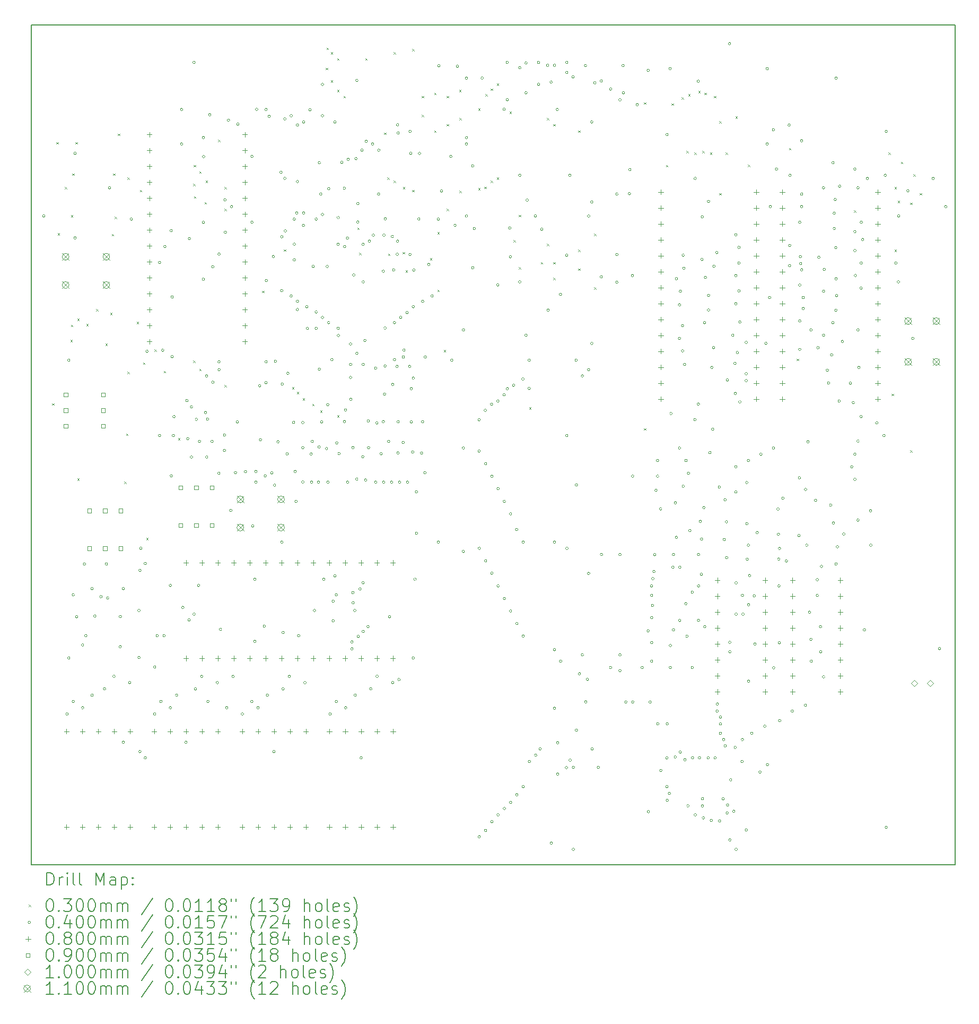
<source format=gbr>
%TF.GenerationSoftware,KiCad,Pcbnew,8.0.1*%
%TF.CreationDate,2024-05-27T20:56:12-07:00*%
%TF.ProjectId,8-Bit-Computer,382d4269-742d-4436-9f6d-70757465722e,rev?*%
%TF.SameCoordinates,Original*%
%TF.FileFunction,Drillmap*%
%TF.FilePolarity,Positive*%
%FSLAX45Y45*%
G04 Gerber Fmt 4.5, Leading zero omitted, Abs format (unit mm)*
G04 Created by KiCad (PCBNEW 8.0.1) date 2024-05-27 20:56:12*
%MOMM*%
%LPD*%
G01*
G04 APERTURE LIST*
%ADD10C,0.200000*%
%ADD11C,0.100000*%
%ADD12C,0.110000*%
G04 APERTURE END LIST*
D10*
X2750000Y-3500000D02*
X17500000Y-3500000D01*
X17500000Y-16900000D01*
X2750000Y-16900000D01*
X2750000Y-3500000D01*
D11*
X3085000Y-9535000D02*
X3115000Y-9565000D01*
X3115000Y-9535000D02*
X3085000Y-9565000D01*
X3150807Y-5373046D02*
X3180807Y-5403046D01*
X3180807Y-5373046D02*
X3150807Y-5403046D01*
X3172500Y-6821500D02*
X3202500Y-6851500D01*
X3202500Y-6821500D02*
X3172500Y-6851500D01*
X3285000Y-6085000D02*
X3315000Y-6115000D01*
X3315000Y-6085000D02*
X3285000Y-6115000D01*
X3377597Y-8527289D02*
X3407597Y-8557289D01*
X3407597Y-8527289D02*
X3377597Y-8557289D01*
X3385000Y-6535000D02*
X3415000Y-6565000D01*
X3415000Y-6535000D02*
X3385000Y-6565000D01*
X3385000Y-8285000D02*
X3415000Y-8315000D01*
X3415000Y-8285000D02*
X3385000Y-8315000D01*
X3406384Y-5871500D02*
X3436384Y-5901500D01*
X3436384Y-5871500D02*
X3406384Y-5901500D01*
X3456384Y-5371500D02*
X3486384Y-5401500D01*
X3486384Y-5371500D02*
X3456384Y-5401500D01*
X3485000Y-8185000D02*
X3515000Y-8215000D01*
X3515000Y-8185000D02*
X3485000Y-8215000D01*
X3485000Y-10735000D02*
X3515000Y-10765000D01*
X3515000Y-10735000D02*
X3485000Y-10765000D01*
X3628729Y-8271189D02*
X3658729Y-8301189D01*
X3658729Y-8271189D02*
X3628729Y-8301189D01*
X3785000Y-8035000D02*
X3815000Y-8065000D01*
X3815000Y-8035000D02*
X3785000Y-8065000D01*
X3935000Y-8585000D02*
X3965000Y-8615000D01*
X3965000Y-8585000D02*
X3935000Y-8615000D01*
X4011128Y-8095254D02*
X4041128Y-8125254D01*
X4041128Y-8095254D02*
X4011128Y-8125254D01*
X4035000Y-6835000D02*
X4065000Y-6865000D01*
X4065000Y-6835000D02*
X4035000Y-6865000D01*
X4056384Y-5871500D02*
X4086384Y-5901500D01*
X4086384Y-5871500D02*
X4056384Y-5901500D01*
X4085000Y-6562000D02*
X4115000Y-6592000D01*
X4115000Y-6562000D02*
X4085000Y-6592000D01*
X4135000Y-5235000D02*
X4165000Y-5265000D01*
X4165000Y-5235000D02*
X4135000Y-5265000D01*
X4235000Y-10785000D02*
X4265000Y-10815000D01*
X4265000Y-10785000D02*
X4235000Y-10815000D01*
X4265000Y-10019732D02*
X4295000Y-10049732D01*
X4295000Y-10019732D02*
X4265000Y-10049732D01*
X4285000Y-5935000D02*
X4315000Y-5965000D01*
X4315000Y-5935000D02*
X4285000Y-5965000D01*
X4285000Y-9035000D02*
X4315000Y-9065000D01*
X4315000Y-9035000D02*
X4285000Y-9065000D01*
X4435000Y-8235000D02*
X4465000Y-8265000D01*
X4465000Y-8235000D02*
X4435000Y-8265000D01*
X4485000Y-6135000D02*
X4515000Y-6165000D01*
X4515000Y-6135000D02*
X4485000Y-6165000D01*
X4535000Y-8885000D02*
X4565000Y-8915000D01*
X4565000Y-8885000D02*
X4535000Y-8915000D01*
X4585000Y-11685000D02*
X4615000Y-11715000D01*
X4615000Y-11685000D02*
X4585000Y-11715000D01*
X4717500Y-8677732D02*
X4747500Y-8707732D01*
X4747500Y-8677732D02*
X4717500Y-8707732D01*
X4865000Y-9019732D02*
X4895000Y-9049732D01*
X4895000Y-9019732D02*
X4865000Y-9049732D01*
X5094000Y-10092176D02*
X5124000Y-10122176D01*
X5124000Y-10092176D02*
X5094000Y-10122176D01*
X5335000Y-6035000D02*
X5365000Y-6065000D01*
X5365000Y-6035000D02*
X5335000Y-6065000D01*
X5335000Y-8856093D02*
X5365000Y-8886093D01*
X5365000Y-8856093D02*
X5335000Y-8886093D01*
X5346236Y-5737235D02*
X5376236Y-5767235D01*
X5376236Y-5737235D02*
X5346236Y-5767235D01*
X5347425Y-6235597D02*
X5377425Y-6265597D01*
X5377425Y-6235597D02*
X5347425Y-6265597D01*
X5435000Y-5835000D02*
X5465000Y-5865000D01*
X5465000Y-5835000D02*
X5435000Y-5865000D01*
X5435000Y-8985000D02*
X5465000Y-9015000D01*
X5465000Y-8985000D02*
X5435000Y-9015000D01*
X5517500Y-6329068D02*
X5547500Y-6359068D01*
X5547500Y-6329068D02*
X5517500Y-6359068D01*
X5535000Y-5985000D02*
X5565000Y-6015000D01*
X5565000Y-5985000D02*
X5535000Y-6015000D01*
X5735000Y-5335000D02*
X5765000Y-5365000D01*
X5765000Y-5335000D02*
X5735000Y-5365000D01*
X5835000Y-6085000D02*
X5865000Y-6115000D01*
X5865000Y-6085000D02*
X5835000Y-6115000D01*
X5835000Y-6435000D02*
X5865000Y-6465000D01*
X5865000Y-6435000D02*
X5835000Y-6465000D01*
X5835000Y-9242875D02*
X5865000Y-9272875D01*
X5865000Y-9242875D02*
X5835000Y-9272875D01*
X6435000Y-7741093D02*
X6465000Y-7771093D01*
X6465000Y-7741093D02*
X6435000Y-7771093D01*
X6785000Y-7080000D02*
X6815000Y-7110000D01*
X6815000Y-7080000D02*
X6785000Y-7110000D01*
X6913718Y-9276416D02*
X6943718Y-9306416D01*
X6943718Y-9276416D02*
X6913718Y-9306416D01*
X6990224Y-9356416D02*
X7020224Y-9386416D01*
X7020224Y-9356416D02*
X6990224Y-9386416D01*
X7085000Y-9458593D02*
X7115000Y-9488593D01*
X7115000Y-9458593D02*
X7085000Y-9488593D01*
X7235000Y-9543593D02*
X7265000Y-9573593D01*
X7265000Y-9543593D02*
X7235000Y-9573593D01*
X7365000Y-9648875D02*
X7395000Y-9678875D01*
X7395000Y-9648875D02*
X7365000Y-9678875D01*
X7455000Y-4185000D02*
X7485000Y-4215000D01*
X7485000Y-4185000D02*
X7455000Y-4215000D01*
X7464289Y-3864289D02*
X7494289Y-3894289D01*
X7494289Y-3864289D02*
X7464289Y-3894289D01*
X7535000Y-3935000D02*
X7565000Y-3965000D01*
X7565000Y-3935000D02*
X7535000Y-3965000D01*
X7535000Y-4385000D02*
X7565000Y-4415000D01*
X7565000Y-4385000D02*
X7535000Y-4415000D01*
X7635000Y-4035000D02*
X7665000Y-4065000D01*
X7665000Y-4035000D02*
X7635000Y-4065000D01*
X7635000Y-4535000D02*
X7665000Y-4565000D01*
X7665000Y-4535000D02*
X7635000Y-4565000D01*
X7635000Y-9728875D02*
X7665000Y-9758875D01*
X7665000Y-9728875D02*
X7635000Y-9758875D01*
X7735000Y-4635000D02*
X7765000Y-4665000D01*
X7765000Y-4635000D02*
X7735000Y-4665000D01*
X7955000Y-6735000D02*
X7985000Y-6765000D01*
X7985000Y-6735000D02*
X7955000Y-6765000D01*
X7985000Y-7135000D02*
X8015000Y-7165000D01*
X8015000Y-7135000D02*
X7985000Y-7165000D01*
X8085000Y-4035000D02*
X8115000Y-4065000D01*
X8115000Y-4035000D02*
X8085000Y-4065000D01*
X8385000Y-5220000D02*
X8415000Y-5250000D01*
X8415000Y-5220000D02*
X8385000Y-5250000D01*
X8435000Y-5935000D02*
X8465000Y-5965000D01*
X8465000Y-5935000D02*
X8435000Y-5965000D01*
X8448971Y-7148595D02*
X8478971Y-7178595D01*
X8478971Y-7148595D02*
X8448971Y-7178595D01*
X8535000Y-3935000D02*
X8565000Y-3965000D01*
X8565000Y-3935000D02*
X8535000Y-3965000D01*
X8535000Y-5985000D02*
X8565000Y-6015000D01*
X8565000Y-5985000D02*
X8535000Y-6015000D01*
X8680432Y-7124889D02*
X8710432Y-7154889D01*
X8710432Y-7124889D02*
X8680432Y-7154889D01*
X8685000Y-6085000D02*
X8715000Y-6115000D01*
X8715000Y-6085000D02*
X8685000Y-6115000D01*
X8725274Y-7416387D02*
X8755274Y-7446387D01*
X8755274Y-7416387D02*
X8725274Y-7446387D01*
X8835000Y-3885000D02*
X8865000Y-3915000D01*
X8865000Y-3885000D02*
X8835000Y-3915000D01*
X8835000Y-6135000D02*
X8865000Y-6165000D01*
X8865000Y-6135000D02*
X8835000Y-6165000D01*
X8985000Y-4635000D02*
X9015000Y-4665000D01*
X9015000Y-4635000D02*
X8985000Y-4665000D01*
X8985000Y-4935000D02*
X9015000Y-4965000D01*
X9015000Y-4935000D02*
X8985000Y-4965000D01*
X9116639Y-7219032D02*
X9146639Y-7249032D01*
X9146639Y-7219032D02*
X9116639Y-7249032D01*
X9185000Y-4585000D02*
X9215000Y-4615000D01*
X9215000Y-4585000D02*
X9185000Y-4615000D01*
X9185000Y-5185000D02*
X9215000Y-5215000D01*
X9215000Y-5185000D02*
X9185000Y-5215000D01*
X9235000Y-6805000D02*
X9265000Y-6835000D01*
X9265000Y-6805000D02*
X9235000Y-6835000D01*
X9235000Y-7726093D02*
X9265000Y-7756093D01*
X9265000Y-7726093D02*
X9235000Y-7756093D01*
X9335000Y-8685000D02*
X9365000Y-8715000D01*
X9365000Y-8685000D02*
X9335000Y-8715000D01*
X9383000Y-4635000D02*
X9413000Y-4665000D01*
X9413000Y-4635000D02*
X9383000Y-4665000D01*
X9385000Y-5085000D02*
X9415000Y-5115000D01*
X9415000Y-5085000D02*
X9385000Y-5115000D01*
X9385000Y-6435000D02*
X9415000Y-6465000D01*
X9415000Y-6435000D02*
X9385000Y-6465000D01*
X9582000Y-4535000D02*
X9612000Y-4565000D01*
X9612000Y-4535000D02*
X9582000Y-4565000D01*
X9585000Y-4985000D02*
X9615000Y-5015000D01*
X9615000Y-4985000D02*
X9585000Y-5015000D01*
X9585000Y-6145000D02*
X9615000Y-6175000D01*
X9615000Y-6145000D02*
X9585000Y-6175000D01*
X9885000Y-4835000D02*
X9915000Y-4865000D01*
X9915000Y-4835000D02*
X9885000Y-4865000D01*
X9885000Y-6105000D02*
X9915000Y-6135000D01*
X9915000Y-6105000D02*
X9885000Y-6135000D01*
X9982785Y-6084068D02*
X10012785Y-6114068D01*
X10012785Y-6084068D02*
X9982785Y-6114068D01*
X10000147Y-4606716D02*
X10030147Y-4636716D01*
X10030147Y-4606716D02*
X10000147Y-4636716D01*
X10085000Y-4515000D02*
X10115000Y-4545000D01*
X10115000Y-4515000D02*
X10085000Y-4545000D01*
X10085000Y-5985000D02*
X10115000Y-6015000D01*
X10115000Y-5985000D02*
X10085000Y-6015000D01*
X10185000Y-4435000D02*
X10215000Y-4465000D01*
X10215000Y-4435000D02*
X10185000Y-4465000D01*
X10185000Y-5935000D02*
X10215000Y-5965000D01*
X10215000Y-5935000D02*
X10185000Y-5965000D01*
X10385000Y-4885000D02*
X10415000Y-4915000D01*
X10415000Y-4885000D02*
X10385000Y-4915000D01*
X10450000Y-6935000D02*
X10480000Y-6965000D01*
X10480000Y-6935000D02*
X10450000Y-6965000D01*
X10535000Y-6530000D02*
X10565000Y-6560000D01*
X10565000Y-6530000D02*
X10535000Y-6560000D01*
X10535000Y-7365000D02*
X10565000Y-7395000D01*
X10565000Y-7365000D02*
X10535000Y-7395000D01*
X10700000Y-9600000D02*
X10730000Y-9630000D01*
X10730000Y-9600000D02*
X10700000Y-9630000D01*
X10885000Y-7285000D02*
X10915000Y-7315000D01*
X10915000Y-7285000D02*
X10885000Y-7315000D01*
X10985000Y-4985000D02*
X11015000Y-5015000D01*
X11015000Y-4985000D02*
X10985000Y-5015000D01*
X10985000Y-6994032D02*
X11015000Y-7024032D01*
X11015000Y-6994032D02*
X10985000Y-7024032D01*
X11085000Y-5085000D02*
X11115000Y-5115000D01*
X11115000Y-5085000D02*
X11085000Y-5115000D01*
X11085000Y-7285000D02*
X11115000Y-7315000D01*
X11115000Y-7285000D02*
X11085000Y-7315000D01*
X11085000Y-7535000D02*
X11115000Y-7565000D01*
X11115000Y-7535000D02*
X11085000Y-7565000D01*
X11485000Y-5185000D02*
X11515000Y-5215000D01*
X11515000Y-5185000D02*
X11485000Y-5215000D01*
X11485000Y-7085000D02*
X11515000Y-7115000D01*
X11515000Y-7085000D02*
X11485000Y-7115000D01*
X11485000Y-7385000D02*
X11515000Y-7415000D01*
X11515000Y-7385000D02*
X11485000Y-7415000D01*
X11735000Y-6834000D02*
X11765000Y-6864000D01*
X11765000Y-6834000D02*
X11735000Y-6864000D01*
X11735000Y-7685000D02*
X11765000Y-7715000D01*
X11765000Y-7685000D02*
X11735000Y-7715000D01*
X12535000Y-4735000D02*
X12565000Y-4765000D01*
X12565000Y-4735000D02*
X12535000Y-4765000D01*
X12535000Y-9935000D02*
X12565000Y-9965000D01*
X12565000Y-9935000D02*
X12535000Y-9965000D01*
X12885000Y-5735000D02*
X12915000Y-5765000D01*
X12915000Y-5735000D02*
X12885000Y-5765000D01*
X12971567Y-4755000D02*
X13001567Y-4785000D01*
X13001567Y-4755000D02*
X12971567Y-4785000D01*
X13135000Y-4655000D02*
X13165000Y-4685000D01*
X13165000Y-4655000D02*
X13135000Y-4685000D01*
X13207900Y-5512870D02*
X13237900Y-5542870D01*
X13237900Y-5512870D02*
X13207900Y-5542870D01*
X13240409Y-4605000D02*
X13270409Y-4635000D01*
X13270409Y-4605000D02*
X13240409Y-4635000D01*
X13335000Y-5535000D02*
X13365000Y-5565000D01*
X13365000Y-5535000D02*
X13335000Y-5565000D01*
X13401227Y-4555000D02*
X13431227Y-4585000D01*
X13431227Y-4555000D02*
X13401227Y-4585000D01*
X13461900Y-5512870D02*
X13491900Y-5542870D01*
X13491900Y-5512870D02*
X13461900Y-5542870D01*
X13499500Y-4585000D02*
X13529500Y-4615000D01*
X13529500Y-4585000D02*
X13499500Y-4615000D01*
X13588000Y-5535000D02*
X13618000Y-5565000D01*
X13618000Y-5535000D02*
X13588000Y-5565000D01*
X13651500Y-4635000D02*
X13681500Y-4665000D01*
X13681500Y-4635000D02*
X13651500Y-4665000D01*
X13735000Y-5035000D02*
X13765000Y-5065000D01*
X13765000Y-5035000D02*
X13735000Y-5065000D01*
X13735000Y-6185000D02*
X13765000Y-6215000D01*
X13765000Y-6185000D02*
X13735000Y-6215000D01*
X13835852Y-5538039D02*
X13865852Y-5568039D01*
X13865852Y-5538039D02*
X13835852Y-5568039D01*
X13993227Y-4958482D02*
X14023227Y-4988482D01*
X14023227Y-4958482D02*
X13993227Y-4988482D01*
X14191500Y-5732000D02*
X14221500Y-5762000D01*
X14221500Y-5732000D02*
X14191500Y-5762000D01*
X14848811Y-5465000D02*
X14878811Y-5495000D01*
X14878811Y-5465000D02*
X14848811Y-5495000D01*
X14972096Y-8827251D02*
X15002096Y-8857251D01*
X15002096Y-8827251D02*
X14972096Y-8857251D01*
X15885000Y-6459500D02*
X15915000Y-6489500D01*
X15915000Y-6459500D02*
X15885000Y-6489500D01*
X16435000Y-5535000D02*
X16465000Y-5565000D01*
X16465000Y-5535000D02*
X16435000Y-5565000D01*
X16485000Y-9385000D02*
X16515000Y-9415000D01*
X16515000Y-9385000D02*
X16485000Y-9415000D01*
X16535000Y-6085000D02*
X16565000Y-6115000D01*
X16565000Y-6085000D02*
X16535000Y-6115000D01*
X16535000Y-7085000D02*
X16565000Y-7115000D01*
X16565000Y-7085000D02*
X16535000Y-7115000D01*
X16585000Y-6305000D02*
X16615000Y-6335000D01*
X16615000Y-6305000D02*
X16585000Y-6335000D01*
X16635000Y-5685000D02*
X16665000Y-5715000D01*
X16665000Y-5685000D02*
X16635000Y-5715000D01*
X16785000Y-6335000D02*
X16815000Y-6365000D01*
X16815000Y-6335000D02*
X16785000Y-6365000D01*
X16785000Y-10285000D02*
X16815000Y-10315000D01*
X16815000Y-10285000D02*
X16785000Y-10315000D01*
X16835000Y-5885000D02*
X16865000Y-5915000D01*
X16865000Y-5885000D02*
X16835000Y-5915000D01*
X16935000Y-6185000D02*
X16965000Y-6215000D01*
X16965000Y-6185000D02*
X16935000Y-6215000D01*
X2970000Y-6550000D02*
G75*
G02*
X2930000Y-6550000I-20000J0D01*
G01*
X2930000Y-6550000D02*
G75*
G02*
X2970000Y-6550000I20000J0D01*
G01*
X3341500Y-14492000D02*
G75*
G02*
X3301500Y-14492000I-20000J0D01*
G01*
X3301500Y-14492000D02*
G75*
G02*
X3341500Y-14492000I20000J0D01*
G01*
X3370000Y-8850000D02*
G75*
G02*
X3330000Y-8850000I-20000J0D01*
G01*
X3330000Y-8850000D02*
G75*
G02*
X3370000Y-8850000I20000J0D01*
G01*
X3370000Y-13600000D02*
G75*
G02*
X3330000Y-13600000I-20000J0D01*
G01*
X3330000Y-13600000D02*
G75*
G02*
X3370000Y-13600000I20000J0D01*
G01*
X3441500Y-12592000D02*
G75*
G02*
X3401500Y-12592000I-20000J0D01*
G01*
X3401500Y-12592000D02*
G75*
G02*
X3441500Y-12592000I20000J0D01*
G01*
X3441500Y-14292000D02*
G75*
G02*
X3401500Y-14292000I-20000J0D01*
G01*
X3401500Y-14292000D02*
G75*
G02*
X3441500Y-14292000I20000J0D01*
G01*
X3470000Y-5550000D02*
G75*
G02*
X3430000Y-5550000I-20000J0D01*
G01*
X3430000Y-5550000D02*
G75*
G02*
X3470000Y-5550000I20000J0D01*
G01*
X3470000Y-6900000D02*
G75*
G02*
X3430000Y-6900000I-20000J0D01*
G01*
X3430000Y-6900000D02*
G75*
G02*
X3470000Y-6900000I20000J0D01*
G01*
X3497000Y-12942000D02*
G75*
G02*
X3457000Y-12942000I-20000J0D01*
G01*
X3457000Y-12942000D02*
G75*
G02*
X3497000Y-12942000I20000J0D01*
G01*
X3591500Y-13392000D02*
G75*
G02*
X3551500Y-13392000I-20000J0D01*
G01*
X3551500Y-13392000D02*
G75*
G02*
X3591500Y-13392000I20000J0D01*
G01*
X3591500Y-14392000D02*
G75*
G02*
X3551500Y-14392000I-20000J0D01*
G01*
X3551500Y-14392000D02*
G75*
G02*
X3591500Y-14392000I20000J0D01*
G01*
X3620000Y-12100000D02*
G75*
G02*
X3580000Y-12100000I-20000J0D01*
G01*
X3580000Y-12100000D02*
G75*
G02*
X3620000Y-12100000I20000J0D01*
G01*
X3641500Y-13242000D02*
G75*
G02*
X3601500Y-13242000I-20000J0D01*
G01*
X3601500Y-13242000D02*
G75*
G02*
X3641500Y-13242000I20000J0D01*
G01*
X3741500Y-12492000D02*
G75*
G02*
X3701500Y-12492000I-20000J0D01*
G01*
X3701500Y-12492000D02*
G75*
G02*
X3741500Y-12492000I20000J0D01*
G01*
X3741500Y-14192000D02*
G75*
G02*
X3701500Y-14192000I-20000J0D01*
G01*
X3701500Y-14192000D02*
G75*
G02*
X3741500Y-14192000I20000J0D01*
G01*
X3786603Y-12929442D02*
G75*
G02*
X3746603Y-12929442I-20000J0D01*
G01*
X3746603Y-12929442D02*
G75*
G02*
X3786603Y-12929442I20000J0D01*
G01*
X3883480Y-12621219D02*
G75*
G02*
X3843480Y-12621219I-20000J0D01*
G01*
X3843480Y-12621219D02*
G75*
G02*
X3883480Y-12621219I20000J0D01*
G01*
X3941500Y-14092000D02*
G75*
G02*
X3901500Y-14092000I-20000J0D01*
G01*
X3901500Y-14092000D02*
G75*
G02*
X3941500Y-14092000I20000J0D01*
G01*
X3970000Y-12100000D02*
G75*
G02*
X3930000Y-12100000I-20000J0D01*
G01*
X3930000Y-12100000D02*
G75*
G02*
X3970000Y-12100000I20000J0D01*
G01*
X3991500Y-12642000D02*
G75*
G02*
X3951500Y-12642000I-20000J0D01*
G01*
X3951500Y-12642000D02*
G75*
G02*
X3991500Y-12642000I20000J0D01*
G01*
X4020000Y-6100000D02*
G75*
G02*
X3980000Y-6100000I-20000J0D01*
G01*
X3980000Y-6100000D02*
G75*
G02*
X4020000Y-6100000I20000J0D01*
G01*
X4091500Y-13892000D02*
G75*
G02*
X4051500Y-13892000I-20000J0D01*
G01*
X4051500Y-13892000D02*
G75*
G02*
X4091500Y-13892000I20000J0D01*
G01*
X4191500Y-13419000D02*
G75*
G02*
X4151500Y-13419000I-20000J0D01*
G01*
X4151500Y-13419000D02*
G75*
G02*
X4191500Y-13419000I20000J0D01*
G01*
X4192689Y-12940300D02*
G75*
G02*
X4152689Y-12940300I-20000J0D01*
G01*
X4152689Y-12940300D02*
G75*
G02*
X4192689Y-12940300I20000J0D01*
G01*
X4241500Y-12492000D02*
G75*
G02*
X4201500Y-12492000I-20000J0D01*
G01*
X4201500Y-12492000D02*
G75*
G02*
X4241500Y-12492000I20000J0D01*
G01*
X4241500Y-14942000D02*
G75*
G02*
X4201500Y-14942000I-20000J0D01*
G01*
X4201500Y-14942000D02*
G75*
G02*
X4241500Y-14942000I20000J0D01*
G01*
X4341500Y-13992000D02*
G75*
G02*
X4301500Y-13992000I-20000J0D01*
G01*
X4301500Y-13992000D02*
G75*
G02*
X4341500Y-13992000I20000J0D01*
G01*
X4370000Y-6600000D02*
G75*
G02*
X4330000Y-6600000I-20000J0D01*
G01*
X4330000Y-6600000D02*
G75*
G02*
X4370000Y-6600000I20000J0D01*
G01*
X4491500Y-12842000D02*
G75*
G02*
X4451500Y-12842000I-20000J0D01*
G01*
X4451500Y-12842000D02*
G75*
G02*
X4491500Y-12842000I20000J0D01*
G01*
X4491500Y-13592000D02*
G75*
G02*
X4451500Y-13592000I-20000J0D01*
G01*
X4451500Y-13592000D02*
G75*
G02*
X4491500Y-13592000I20000J0D01*
G01*
X4506500Y-12200000D02*
G75*
G02*
X4466500Y-12200000I-20000J0D01*
G01*
X4466500Y-12200000D02*
G75*
G02*
X4506500Y-12200000I20000J0D01*
G01*
X4506500Y-15092000D02*
G75*
G02*
X4466500Y-15092000I-20000J0D01*
G01*
X4466500Y-15092000D02*
G75*
G02*
X4506500Y-15092000I20000J0D01*
G01*
X4520000Y-11850000D02*
G75*
G02*
X4480000Y-11850000I-20000J0D01*
G01*
X4480000Y-11850000D02*
G75*
G02*
X4520000Y-11850000I20000J0D01*
G01*
X4591500Y-12092000D02*
G75*
G02*
X4551500Y-12092000I-20000J0D01*
G01*
X4551500Y-12092000D02*
G75*
G02*
X4591500Y-12092000I20000J0D01*
G01*
X4591500Y-15192000D02*
G75*
G02*
X4551500Y-15192000I-20000J0D01*
G01*
X4551500Y-15192000D02*
G75*
G02*
X4591500Y-15192000I20000J0D01*
G01*
X4618718Y-8707875D02*
G75*
G02*
X4578718Y-8707875I-20000J0D01*
G01*
X4578718Y-8707875D02*
G75*
G02*
X4618718Y-8707875I20000J0D01*
G01*
X4741500Y-13742000D02*
G75*
G02*
X4701500Y-13742000I-20000J0D01*
G01*
X4701500Y-13742000D02*
G75*
G02*
X4741500Y-13742000I20000J0D01*
G01*
X4741500Y-14492000D02*
G75*
G02*
X4701500Y-14492000I-20000J0D01*
G01*
X4701500Y-14492000D02*
G75*
G02*
X4741500Y-14492000I20000J0D01*
G01*
X4781500Y-13242000D02*
G75*
G02*
X4741500Y-13242000I-20000J0D01*
G01*
X4741500Y-13242000D02*
G75*
G02*
X4781500Y-13242000I20000J0D01*
G01*
X4820000Y-7289875D02*
G75*
G02*
X4780000Y-7289875I-20000J0D01*
G01*
X4780000Y-7289875D02*
G75*
G02*
X4820000Y-7289875I20000J0D01*
G01*
X4820000Y-10050000D02*
G75*
G02*
X4780000Y-10050000I-20000J0D01*
G01*
X4780000Y-10050000D02*
G75*
G02*
X4820000Y-10050000I20000J0D01*
G01*
X4841500Y-14292000D02*
G75*
G02*
X4801500Y-14292000I-20000J0D01*
G01*
X4801500Y-14292000D02*
G75*
G02*
X4841500Y-14292000I20000J0D01*
G01*
X4870000Y-8691093D02*
G75*
G02*
X4830000Y-8691093I-20000J0D01*
G01*
X4830000Y-8691093D02*
G75*
G02*
X4870000Y-8691093I20000J0D01*
G01*
X4891500Y-13242000D02*
G75*
G02*
X4851500Y-13242000I-20000J0D01*
G01*
X4851500Y-13242000D02*
G75*
G02*
X4891500Y-13242000I20000J0D01*
G01*
X4905000Y-7035875D02*
G75*
G02*
X4865000Y-7035875I-20000J0D01*
G01*
X4865000Y-7035875D02*
G75*
G02*
X4905000Y-7035875I20000J0D01*
G01*
X4991500Y-12442000D02*
G75*
G02*
X4951500Y-12442000I-20000J0D01*
G01*
X4951500Y-12442000D02*
G75*
G02*
X4991500Y-12442000I20000J0D01*
G01*
X4991500Y-14392000D02*
G75*
G02*
X4951500Y-14392000I-20000J0D01*
G01*
X4951500Y-14392000D02*
G75*
G02*
X4991500Y-14392000I20000J0D01*
G01*
X5004000Y-6781875D02*
G75*
G02*
X4964000Y-6781875I-20000J0D01*
G01*
X4964000Y-6781875D02*
G75*
G02*
X5004000Y-6781875I20000J0D01*
G01*
X5006500Y-10693593D02*
G75*
G02*
X4966500Y-10693593I-20000J0D01*
G01*
X4966500Y-10693593D02*
G75*
G02*
X5006500Y-10693593I20000J0D01*
G01*
X5020000Y-7841093D02*
G75*
G02*
X4980000Y-7841093I-20000J0D01*
G01*
X4980000Y-7841093D02*
G75*
G02*
X5020000Y-7841093I20000J0D01*
G01*
X5020000Y-8791093D02*
G75*
G02*
X4980000Y-8791093I-20000J0D01*
G01*
X4980000Y-8791093D02*
G75*
G02*
X5020000Y-8791093I20000J0D01*
G01*
X5039000Y-10052974D02*
G75*
G02*
X4999000Y-10052974I-20000J0D01*
G01*
X4999000Y-10052974D02*
G75*
G02*
X5039000Y-10052974I20000J0D01*
G01*
X5050000Y-9749326D02*
G75*
G02*
X5010000Y-9749326I-20000J0D01*
G01*
X5010000Y-9749326D02*
G75*
G02*
X5050000Y-9749326I20000J0D01*
G01*
X5091500Y-14192000D02*
G75*
G02*
X5051500Y-14192000I-20000J0D01*
G01*
X5051500Y-14192000D02*
G75*
G02*
X5091500Y-14192000I20000J0D01*
G01*
X5170000Y-4850000D02*
G75*
G02*
X5130000Y-4850000I-20000J0D01*
G01*
X5130000Y-4850000D02*
G75*
G02*
X5170000Y-4850000I20000J0D01*
G01*
X5170000Y-5400000D02*
G75*
G02*
X5130000Y-5400000I-20000J0D01*
G01*
X5130000Y-5400000D02*
G75*
G02*
X5170000Y-5400000I20000J0D01*
G01*
X5191500Y-12792000D02*
G75*
G02*
X5151500Y-12792000I-20000J0D01*
G01*
X5151500Y-12792000D02*
G75*
G02*
X5191500Y-12792000I20000J0D01*
G01*
X5241500Y-14942000D02*
G75*
G02*
X5201500Y-14942000I-20000J0D01*
G01*
X5201500Y-14942000D02*
G75*
G02*
X5241500Y-14942000I20000J0D01*
G01*
X5256500Y-9493593D02*
G75*
G02*
X5216500Y-9493593I-20000J0D01*
G01*
X5216500Y-9493593D02*
G75*
G02*
X5256500Y-9493593I20000J0D01*
G01*
X5270000Y-10100000D02*
G75*
G02*
X5230000Y-10100000I-20000J0D01*
G01*
X5230000Y-10100000D02*
G75*
G02*
X5270000Y-10100000I20000J0D01*
G01*
X5291500Y-12992000D02*
G75*
G02*
X5251500Y-12992000I-20000J0D01*
G01*
X5251500Y-12992000D02*
G75*
G02*
X5291500Y-12992000I20000J0D01*
G01*
X5295000Y-6910875D02*
G75*
G02*
X5255000Y-6910875I-20000J0D01*
G01*
X5255000Y-6910875D02*
G75*
G02*
X5295000Y-6910875I20000J0D01*
G01*
X5328434Y-10394245D02*
G75*
G02*
X5288434Y-10394245I-20000J0D01*
G01*
X5288434Y-10394245D02*
G75*
G02*
X5328434Y-10394245I20000J0D01*
G01*
X5329000Y-9593593D02*
G75*
G02*
X5289000Y-9593593I-20000J0D01*
G01*
X5289000Y-9593593D02*
G75*
G02*
X5329000Y-9593593I20000J0D01*
G01*
X5370000Y-4100000D02*
G75*
G02*
X5330000Y-4100000I-20000J0D01*
G01*
X5330000Y-4100000D02*
G75*
G02*
X5370000Y-4100000I20000J0D01*
G01*
X5370000Y-12900000D02*
G75*
G02*
X5330000Y-12900000I-20000J0D01*
G01*
X5330000Y-12900000D02*
G75*
G02*
X5370000Y-12900000I20000J0D01*
G01*
X5391500Y-14092000D02*
G75*
G02*
X5351500Y-14092000I-20000J0D01*
G01*
X5351500Y-14092000D02*
G75*
G02*
X5391500Y-14092000I20000J0D01*
G01*
X5406500Y-9793593D02*
G75*
G02*
X5366500Y-9793593I-20000J0D01*
G01*
X5366500Y-9793593D02*
G75*
G02*
X5406500Y-9793593I20000J0D01*
G01*
X5441500Y-12442000D02*
G75*
G02*
X5401500Y-12442000I-20000J0D01*
G01*
X5401500Y-12442000D02*
G75*
G02*
X5441500Y-12442000I20000J0D01*
G01*
X5456500Y-10143593D02*
G75*
G02*
X5416500Y-10143593I-20000J0D01*
G01*
X5416500Y-10143593D02*
G75*
G02*
X5456500Y-10143593I20000J0D01*
G01*
X5491500Y-13892000D02*
G75*
G02*
X5451500Y-13892000I-20000J0D01*
G01*
X5451500Y-13892000D02*
G75*
G02*
X5491500Y-13892000I20000J0D01*
G01*
X5518718Y-6650000D02*
G75*
G02*
X5478718Y-6650000I-20000J0D01*
G01*
X5478718Y-6650000D02*
G75*
G02*
X5518718Y-6650000I20000J0D01*
G01*
X5518718Y-7557875D02*
G75*
G02*
X5478718Y-7557875I-20000J0D01*
G01*
X5478718Y-7557875D02*
G75*
G02*
X5518718Y-7557875I20000J0D01*
G01*
X5520000Y-5300000D02*
G75*
G02*
X5480000Y-5300000I-20000J0D01*
G01*
X5480000Y-5300000D02*
G75*
G02*
X5520000Y-5300000I20000J0D01*
G01*
X5523200Y-5603200D02*
G75*
G02*
X5483200Y-5603200I-20000J0D01*
G01*
X5483200Y-5603200D02*
G75*
G02*
X5523200Y-5603200I20000J0D01*
G01*
X5553493Y-9683875D02*
G75*
G02*
X5513493Y-9683875I-20000J0D01*
G01*
X5513493Y-9683875D02*
G75*
G02*
X5553493Y-9683875I20000J0D01*
G01*
X5568718Y-9100000D02*
G75*
G02*
X5528718Y-9100000I-20000J0D01*
G01*
X5528718Y-9100000D02*
G75*
G02*
X5568718Y-9100000I20000J0D01*
G01*
X5572250Y-10394343D02*
G75*
G02*
X5532250Y-10394343I-20000J0D01*
G01*
X5532250Y-10394343D02*
G75*
G02*
X5572250Y-10394343I20000J0D01*
G01*
X5586011Y-9788959D02*
G75*
G02*
X5546011Y-9788959I-20000J0D01*
G01*
X5546011Y-9788959D02*
G75*
G02*
X5586011Y-9788959I20000J0D01*
G01*
X5591500Y-14292000D02*
G75*
G02*
X5551500Y-14292000I-20000J0D01*
G01*
X5551500Y-14292000D02*
G75*
G02*
X5591500Y-14292000I20000J0D01*
G01*
X5620000Y-4935000D02*
G75*
G02*
X5580000Y-4935000I-20000J0D01*
G01*
X5580000Y-4935000D02*
G75*
G02*
X5620000Y-4935000I20000J0D01*
G01*
X5656500Y-10143593D02*
G75*
G02*
X5616500Y-10143593I-20000J0D01*
G01*
X5616500Y-10143593D02*
G75*
G02*
X5656500Y-10143593I20000J0D01*
G01*
X5668718Y-7357875D02*
G75*
G02*
X5628718Y-7357875I-20000J0D01*
G01*
X5628718Y-7357875D02*
G75*
G02*
X5668718Y-7357875I20000J0D01*
G01*
X5670000Y-9200000D02*
G75*
G02*
X5630000Y-9200000I-20000J0D01*
G01*
X5630000Y-9200000D02*
G75*
G02*
X5670000Y-9200000I20000J0D01*
G01*
X5741500Y-13992000D02*
G75*
G02*
X5701500Y-13992000I-20000J0D01*
G01*
X5701500Y-13992000D02*
G75*
G02*
X5741500Y-13992000I20000J0D01*
G01*
X5766078Y-10653922D02*
G75*
G02*
X5726078Y-10653922I-20000J0D01*
G01*
X5726078Y-10653922D02*
G75*
G02*
X5766078Y-10653922I20000J0D01*
G01*
X5768718Y-7157875D02*
G75*
G02*
X5728718Y-7157875I-20000J0D01*
G01*
X5728718Y-7157875D02*
G75*
G02*
X5768718Y-7157875I20000J0D01*
G01*
X5768718Y-8876093D02*
G75*
G02*
X5728718Y-8876093I-20000J0D01*
G01*
X5728718Y-8876093D02*
G75*
G02*
X5768718Y-8876093I20000J0D01*
G01*
X5770000Y-9000000D02*
G75*
G02*
X5730000Y-9000000I-20000J0D01*
G01*
X5730000Y-9000000D02*
G75*
G02*
X5770000Y-9000000I20000J0D01*
G01*
X5791500Y-13142000D02*
G75*
G02*
X5751500Y-13142000I-20000J0D01*
G01*
X5751500Y-13142000D02*
G75*
G02*
X5791500Y-13142000I20000J0D01*
G01*
X5856500Y-10043593D02*
G75*
G02*
X5816500Y-10043593I-20000J0D01*
G01*
X5816500Y-10043593D02*
G75*
G02*
X5856500Y-10043593I20000J0D01*
G01*
X5856500Y-10288593D02*
G75*
G02*
X5816500Y-10288593I-20000J0D01*
G01*
X5816500Y-10288593D02*
G75*
G02*
X5856500Y-10288593I20000J0D01*
G01*
X5863934Y-6293934D02*
G75*
G02*
X5823934Y-6293934I-20000J0D01*
G01*
X5823934Y-6293934D02*
G75*
G02*
X5863934Y-6293934I20000J0D01*
G01*
X5868718Y-6807875D02*
G75*
G02*
X5828718Y-6807875I-20000J0D01*
G01*
X5828718Y-6807875D02*
G75*
G02*
X5868718Y-6807875I20000J0D01*
G01*
X5891500Y-14392000D02*
G75*
G02*
X5851500Y-14392000I-20000J0D01*
G01*
X5851500Y-14392000D02*
G75*
G02*
X5891500Y-14392000I20000J0D01*
G01*
X5920000Y-5020000D02*
G75*
G02*
X5880000Y-5020000I-20000J0D01*
G01*
X5880000Y-5020000D02*
G75*
G02*
X5920000Y-5020000I20000J0D01*
G01*
X5956500Y-11243593D02*
G75*
G02*
X5916500Y-11243593I-20000J0D01*
G01*
X5916500Y-11243593D02*
G75*
G02*
X5956500Y-11243593I20000J0D01*
G01*
X5970000Y-6400000D02*
G75*
G02*
X5930000Y-6400000I-20000J0D01*
G01*
X5930000Y-6400000D02*
G75*
G02*
X5970000Y-6400000I20000J0D01*
G01*
X5991500Y-13892000D02*
G75*
G02*
X5951500Y-13892000I-20000J0D01*
G01*
X5951500Y-13892000D02*
G75*
G02*
X5991500Y-13892000I20000J0D01*
G01*
X6031500Y-10642000D02*
G75*
G02*
X5991500Y-10642000I-20000J0D01*
G01*
X5991500Y-10642000D02*
G75*
G02*
X6031500Y-10642000I20000J0D01*
G01*
X6060137Y-9835000D02*
G75*
G02*
X6020137Y-9835000I-20000J0D01*
G01*
X6020137Y-9835000D02*
G75*
G02*
X6060137Y-9835000I20000J0D01*
G01*
X6070000Y-5085000D02*
G75*
G02*
X6030000Y-5085000I-20000J0D01*
G01*
X6030000Y-5085000D02*
G75*
G02*
X6070000Y-5085000I20000J0D01*
G01*
X6141500Y-14492000D02*
G75*
G02*
X6101500Y-14492000I-20000J0D01*
G01*
X6101500Y-14492000D02*
G75*
G02*
X6141500Y-14492000I20000J0D01*
G01*
X6191000Y-10626093D02*
G75*
G02*
X6151000Y-10626093I-20000J0D01*
G01*
X6151000Y-10626093D02*
G75*
G02*
X6191000Y-10626093I20000J0D01*
G01*
X6291500Y-14292000D02*
G75*
G02*
X6251500Y-14292000I-20000J0D01*
G01*
X6251500Y-14292000D02*
G75*
G02*
X6291500Y-14292000I20000J0D01*
G01*
X6295000Y-5600000D02*
G75*
G02*
X6255000Y-5600000I-20000J0D01*
G01*
X6255000Y-5600000D02*
G75*
G02*
X6295000Y-5600000I20000J0D01*
G01*
X6295000Y-6650000D02*
G75*
G02*
X6255000Y-6650000I-20000J0D01*
G01*
X6255000Y-6650000D02*
G75*
G02*
X6295000Y-6650000I20000J0D01*
G01*
X6306500Y-11493593D02*
G75*
G02*
X6266500Y-11493593I-20000J0D01*
G01*
X6266500Y-11493593D02*
G75*
G02*
X6306500Y-11493593I20000J0D01*
G01*
X6341500Y-12342000D02*
G75*
G02*
X6301500Y-12342000I-20000J0D01*
G01*
X6301500Y-12342000D02*
G75*
G02*
X6341500Y-12342000I20000J0D01*
G01*
X6341500Y-13334000D02*
G75*
G02*
X6301500Y-13334000I-20000J0D01*
G01*
X6301500Y-13334000D02*
G75*
G02*
X6341500Y-13334000I20000J0D01*
G01*
X6356500Y-10623593D02*
G75*
G02*
X6316500Y-10623593I-20000J0D01*
G01*
X6316500Y-10623593D02*
G75*
G02*
X6356500Y-10623593I20000J0D01*
G01*
X6356500Y-10793593D02*
G75*
G02*
X6316500Y-10793593I-20000J0D01*
G01*
X6316500Y-10793593D02*
G75*
G02*
X6356500Y-10793593I20000J0D01*
G01*
X6370000Y-4850000D02*
G75*
G02*
X6330000Y-4850000I-20000J0D01*
G01*
X6330000Y-4850000D02*
G75*
G02*
X6370000Y-4850000I20000J0D01*
G01*
X6391500Y-14392000D02*
G75*
G02*
X6351500Y-14392000I-20000J0D01*
G01*
X6351500Y-14392000D02*
G75*
G02*
X6391500Y-14392000I20000J0D01*
G01*
X6418718Y-9257875D02*
G75*
G02*
X6378718Y-9257875I-20000J0D01*
G01*
X6378718Y-9257875D02*
G75*
G02*
X6418718Y-9257875I20000J0D01*
G01*
X6429837Y-10118593D02*
G75*
G02*
X6389837Y-10118593I-20000J0D01*
G01*
X6389837Y-10118593D02*
G75*
G02*
X6429837Y-10118593I20000J0D01*
G01*
X6491500Y-13092000D02*
G75*
G02*
X6451500Y-13092000I-20000J0D01*
G01*
X6451500Y-13092000D02*
G75*
G02*
X6491500Y-13092000I20000J0D01*
G01*
X6506500Y-10693593D02*
G75*
G02*
X6466500Y-10693593I-20000J0D01*
G01*
X6466500Y-10693593D02*
G75*
G02*
X6506500Y-10693593I20000J0D01*
G01*
X6518718Y-9207875D02*
G75*
G02*
X6478718Y-9207875I-20000J0D01*
G01*
X6478718Y-9207875D02*
G75*
G02*
X6518718Y-9207875I20000J0D01*
G01*
X6520000Y-4850000D02*
G75*
G02*
X6480000Y-4850000I-20000J0D01*
G01*
X6480000Y-4850000D02*
G75*
G02*
X6520000Y-4850000I20000J0D01*
G01*
X6520000Y-8876093D02*
G75*
G02*
X6480000Y-8876093I-20000J0D01*
G01*
X6480000Y-8876093D02*
G75*
G02*
X6520000Y-8876093I20000J0D01*
G01*
X6524838Y-7578505D02*
G75*
G02*
X6484838Y-7578505I-20000J0D01*
G01*
X6484838Y-7578505D02*
G75*
G02*
X6524838Y-7578505I20000J0D01*
G01*
X6541500Y-14192000D02*
G75*
G02*
X6501500Y-14192000I-20000J0D01*
G01*
X6501500Y-14192000D02*
G75*
G02*
X6541500Y-14192000I20000J0D01*
G01*
X6570000Y-4960000D02*
G75*
G02*
X6530000Y-4960000I-20000J0D01*
G01*
X6530000Y-4960000D02*
G75*
G02*
X6570000Y-4960000I20000J0D01*
G01*
X6611609Y-10648071D02*
G75*
G02*
X6571609Y-10648071I-20000J0D01*
G01*
X6571609Y-10648071D02*
G75*
G02*
X6611609Y-10648071I20000J0D01*
G01*
X6635000Y-7195000D02*
G75*
G02*
X6595000Y-7195000I-20000J0D01*
G01*
X6595000Y-7195000D02*
G75*
G02*
X6635000Y-7195000I20000J0D01*
G01*
X6646500Y-15092000D02*
G75*
G02*
X6606500Y-15092000I-20000J0D01*
G01*
X6606500Y-15092000D02*
G75*
G02*
X6646500Y-15092000I20000J0D01*
G01*
X6656500Y-10843593D02*
G75*
G02*
X6616500Y-10843593I-20000J0D01*
G01*
X6616500Y-10843593D02*
G75*
G02*
X6656500Y-10843593I20000J0D01*
G01*
X6670000Y-8866093D02*
G75*
G02*
X6630000Y-8866093I-20000J0D01*
G01*
X6630000Y-8866093D02*
G75*
G02*
X6670000Y-8866093I20000J0D01*
G01*
X6710598Y-10149988D02*
G75*
G02*
X6670598Y-10149988I-20000J0D01*
G01*
X6670598Y-10149988D02*
G75*
G02*
X6710598Y-10149988I20000J0D01*
G01*
X6757436Y-5852436D02*
G75*
G02*
X6717436Y-5852436I-20000J0D01*
G01*
X6717436Y-5852436D02*
G75*
G02*
X6757436Y-5852436I20000J0D01*
G01*
X6770000Y-7741093D02*
G75*
G02*
X6730000Y-7741093I-20000J0D01*
G01*
X6730000Y-7741093D02*
G75*
G02*
X6770000Y-7741093I20000J0D01*
G01*
X6770000Y-11750000D02*
G75*
G02*
X6730000Y-11750000I-20000J0D01*
G01*
X6730000Y-11750000D02*
G75*
G02*
X6770000Y-11750000I20000J0D01*
G01*
X6770545Y-6880337D02*
G75*
G02*
X6730545Y-6880337I-20000J0D01*
G01*
X6730545Y-6880337D02*
G75*
G02*
X6770545Y-6880337I20000J0D01*
G01*
X6779021Y-9229926D02*
G75*
G02*
X6739021Y-9229926I-20000J0D01*
G01*
X6739021Y-9229926D02*
G75*
G02*
X6779021Y-9229926I20000J0D01*
G01*
X6791500Y-13192000D02*
G75*
G02*
X6751500Y-13192000I-20000J0D01*
G01*
X6751500Y-13192000D02*
G75*
G02*
X6791500Y-13192000I20000J0D01*
G01*
X6791500Y-14092000D02*
G75*
G02*
X6751500Y-14092000I-20000J0D01*
G01*
X6751500Y-14092000D02*
G75*
G02*
X6791500Y-14092000I20000J0D01*
G01*
X6820000Y-5000000D02*
G75*
G02*
X6780000Y-5000000I-20000J0D01*
G01*
X6780000Y-5000000D02*
G75*
G02*
X6820000Y-5000000I20000J0D01*
G01*
X6820000Y-5950000D02*
G75*
G02*
X6780000Y-5950000I-20000J0D01*
G01*
X6780000Y-5950000D02*
G75*
G02*
X6820000Y-5950000I20000J0D01*
G01*
X6828210Y-6786663D02*
G75*
G02*
X6788210Y-6786663I-20000J0D01*
G01*
X6788210Y-6786663D02*
G75*
G02*
X6828210Y-6786663I20000J0D01*
G01*
X6856500Y-10343593D02*
G75*
G02*
X6816500Y-10343593I-20000J0D01*
G01*
X6816500Y-10343593D02*
G75*
G02*
X6856500Y-10343593I20000J0D01*
G01*
X6868718Y-9057875D02*
G75*
G02*
X6828718Y-9057875I-20000J0D01*
G01*
X6828718Y-9057875D02*
G75*
G02*
X6868718Y-9057875I20000J0D01*
G01*
X6891500Y-13892000D02*
G75*
G02*
X6851500Y-13892000I-20000J0D01*
G01*
X6851500Y-13892000D02*
G75*
G02*
X6891500Y-13892000I20000J0D01*
G01*
X6920000Y-4950000D02*
G75*
G02*
X6880000Y-4950000I-20000J0D01*
G01*
X6880000Y-4950000D02*
G75*
G02*
X6920000Y-4950000I20000J0D01*
G01*
X6920000Y-7826093D02*
G75*
G02*
X6880000Y-7826093I-20000J0D01*
G01*
X6880000Y-7826093D02*
G75*
G02*
X6920000Y-7826093I20000J0D01*
G01*
X6958744Y-9839974D02*
G75*
G02*
X6918744Y-9839974I-20000J0D01*
G01*
X6918744Y-9839974D02*
G75*
G02*
X6958744Y-9839974I20000J0D01*
G01*
X6970000Y-6600000D02*
G75*
G02*
X6930000Y-6600000I-20000J0D01*
G01*
X6930000Y-6600000D02*
G75*
G02*
X6970000Y-6600000I20000J0D01*
G01*
X6970000Y-7000000D02*
G75*
G02*
X6930000Y-7000000I-20000J0D01*
G01*
X6930000Y-7000000D02*
G75*
G02*
X6970000Y-7000000I20000J0D01*
G01*
X6970000Y-7250000D02*
G75*
G02*
X6930000Y-7250000I-20000J0D01*
G01*
X6930000Y-7250000D02*
G75*
G02*
X6970000Y-7250000I20000J0D01*
G01*
X6984774Y-10623660D02*
G75*
G02*
X6944774Y-10623660I-20000J0D01*
G01*
X6944774Y-10623660D02*
G75*
G02*
X6984774Y-10623660I20000J0D01*
G01*
X6998500Y-11100000D02*
G75*
G02*
X6958500Y-11100000I-20000J0D01*
G01*
X6958500Y-11100000D02*
G75*
G02*
X6998500Y-11100000I20000J0D01*
G01*
X7010000Y-6500000D02*
G75*
G02*
X6970000Y-6500000I-20000J0D01*
G01*
X6970000Y-6500000D02*
G75*
G02*
X7010000Y-6500000I20000J0D01*
G01*
X7020000Y-5100000D02*
G75*
G02*
X6980000Y-5100000I-20000J0D01*
G01*
X6980000Y-5100000D02*
G75*
G02*
X7020000Y-5100000I20000J0D01*
G01*
X7020000Y-6000000D02*
G75*
G02*
X6980000Y-6000000I-20000J0D01*
G01*
X6980000Y-6000000D02*
G75*
G02*
X7020000Y-6000000I20000J0D01*
G01*
X7020000Y-7911093D02*
G75*
G02*
X6980000Y-7911093I-20000J0D01*
G01*
X6980000Y-7911093D02*
G75*
G02*
X7020000Y-7911093I20000J0D01*
G01*
X7020000Y-8041093D02*
G75*
G02*
X6980000Y-8041093I-20000J0D01*
G01*
X6980000Y-8041093D02*
G75*
G02*
X7020000Y-8041093I20000J0D01*
G01*
X7041500Y-13242000D02*
G75*
G02*
X7001500Y-13242000I-20000J0D01*
G01*
X7001500Y-13242000D02*
G75*
G02*
X7041500Y-13242000I20000J0D01*
G01*
X7106500Y-9843593D02*
G75*
G02*
X7066500Y-9843593I-20000J0D01*
G01*
X7066500Y-9843593D02*
G75*
G02*
X7106500Y-9843593I20000J0D01*
G01*
X7106500Y-10243593D02*
G75*
G02*
X7066500Y-10243593I-20000J0D01*
G01*
X7066500Y-10243593D02*
G75*
G02*
X7106500Y-10243593I20000J0D01*
G01*
X7106500Y-10793593D02*
G75*
G02*
X7066500Y-10793593I-20000J0D01*
G01*
X7066500Y-10793593D02*
G75*
G02*
X7106500Y-10793593I20000J0D01*
G01*
X7116000Y-6700000D02*
G75*
G02*
X7076000Y-6700000I-20000J0D01*
G01*
X7076000Y-6700000D02*
G75*
G02*
X7116000Y-6700000I20000J0D01*
G01*
X7120000Y-5050000D02*
G75*
G02*
X7080000Y-5050000I-20000J0D01*
G01*
X7080000Y-5050000D02*
G75*
G02*
X7120000Y-5050000I20000J0D01*
G01*
X7120000Y-6500000D02*
G75*
G02*
X7080000Y-6500000I-20000J0D01*
G01*
X7080000Y-6500000D02*
G75*
G02*
X7120000Y-6500000I20000J0D01*
G01*
X7141500Y-13992000D02*
G75*
G02*
X7101500Y-13992000I-20000J0D01*
G01*
X7101500Y-13992000D02*
G75*
G02*
X7141500Y-13992000I20000J0D01*
G01*
X7170000Y-7996093D02*
G75*
G02*
X7130000Y-7996093I-20000J0D01*
G01*
X7130000Y-7996093D02*
G75*
G02*
X7170000Y-7996093I20000J0D01*
G01*
X7179658Y-8342541D02*
G75*
G02*
X7139658Y-8342541I-20000J0D01*
G01*
X7139658Y-8342541D02*
G75*
G02*
X7179658Y-8342541I20000J0D01*
G01*
X7220000Y-4856250D02*
G75*
G02*
X7180000Y-4856250I-20000J0D01*
G01*
X7180000Y-4856250D02*
G75*
G02*
X7220000Y-4856250I20000J0D01*
G01*
X7239000Y-10346093D02*
G75*
G02*
X7199000Y-10346093I-20000J0D01*
G01*
X7199000Y-10346093D02*
G75*
G02*
X7239000Y-10346093I20000J0D01*
G01*
X7246500Y-10793593D02*
G75*
G02*
X7206500Y-10793593I-20000J0D01*
G01*
X7206500Y-10793593D02*
G75*
G02*
X7246500Y-10793593I20000J0D01*
G01*
X7256500Y-10143593D02*
G75*
G02*
X7216500Y-10143593I-20000J0D01*
G01*
X7216500Y-10143593D02*
G75*
G02*
X7256500Y-10143593I20000J0D01*
G01*
X7272137Y-7354586D02*
G75*
G02*
X7232137Y-7354586I-20000J0D01*
G01*
X7232137Y-7354586D02*
G75*
G02*
X7272137Y-7354586I20000J0D01*
G01*
X7291500Y-12842000D02*
G75*
G02*
X7251500Y-12842000I-20000J0D01*
G01*
X7251500Y-12842000D02*
G75*
G02*
X7291500Y-12842000I20000J0D01*
G01*
X7320000Y-6600000D02*
G75*
G02*
X7280000Y-6600000I-20000J0D01*
G01*
X7280000Y-6600000D02*
G75*
G02*
X7320000Y-6600000I20000J0D01*
G01*
X7320000Y-8081093D02*
G75*
G02*
X7280000Y-8081093I-20000J0D01*
G01*
X7280000Y-8081093D02*
G75*
G02*
X7320000Y-8081093I20000J0D01*
G01*
X7320000Y-8341093D02*
G75*
G02*
X7280000Y-8341093I-20000J0D01*
G01*
X7280000Y-8341093D02*
G75*
G02*
X7320000Y-8341093I20000J0D01*
G01*
X7356500Y-10793593D02*
G75*
G02*
X7316500Y-10793593I-20000J0D01*
G01*
X7316500Y-10793593D02*
G75*
G02*
X7356500Y-10793593I20000J0D01*
G01*
X7366708Y-10233385D02*
G75*
G02*
X7326708Y-10233385I-20000J0D01*
G01*
X7326708Y-10233385D02*
G75*
G02*
X7366708Y-10233385I20000J0D01*
G01*
X7370000Y-5700000D02*
G75*
G02*
X7330000Y-5700000I-20000J0D01*
G01*
X7330000Y-5700000D02*
G75*
G02*
X7370000Y-5700000I20000J0D01*
G01*
X7370000Y-8991093D02*
G75*
G02*
X7330000Y-8991093I-20000J0D01*
G01*
X7330000Y-8991093D02*
G75*
G02*
X7370000Y-8991093I20000J0D01*
G01*
X7393000Y-6200000D02*
G75*
G02*
X7353000Y-6200000I-20000J0D01*
G01*
X7353000Y-6200000D02*
G75*
G02*
X7393000Y-6200000I20000J0D01*
G01*
X7408000Y-9832802D02*
G75*
G02*
X7368000Y-9832802I-20000J0D01*
G01*
X7368000Y-9832802D02*
G75*
G02*
X7408000Y-9832802I20000J0D01*
G01*
X7420000Y-4450000D02*
G75*
G02*
X7380000Y-4450000I-20000J0D01*
G01*
X7380000Y-4450000D02*
G75*
G02*
X7420000Y-4450000I20000J0D01*
G01*
X7420000Y-4950000D02*
G75*
G02*
X7380000Y-4950000I-20000J0D01*
G01*
X7380000Y-4950000D02*
G75*
G02*
X7420000Y-4950000I20000J0D01*
G01*
X7420000Y-6525000D02*
G75*
G02*
X7380000Y-6525000I-20000J0D01*
G01*
X7380000Y-6525000D02*
G75*
G02*
X7420000Y-6525000I20000J0D01*
G01*
X7420000Y-8166093D02*
G75*
G02*
X7380000Y-8166093I-20000J0D01*
G01*
X7380000Y-8166093D02*
G75*
G02*
X7420000Y-8166093I20000J0D01*
G01*
X7441500Y-12342000D02*
G75*
G02*
X7401500Y-12342000I-20000J0D01*
G01*
X7401500Y-12342000D02*
G75*
G02*
X7441500Y-12342000I20000J0D01*
G01*
X7485796Y-10258684D02*
G75*
G02*
X7445796Y-10258684I-20000J0D01*
G01*
X7445796Y-10258684D02*
G75*
G02*
X7485796Y-10258684I20000J0D01*
G01*
X7495000Y-7354392D02*
G75*
G02*
X7455000Y-7354392I-20000J0D01*
G01*
X7455000Y-7354392D02*
G75*
G02*
X7495000Y-7354392I20000J0D01*
G01*
X7505000Y-9558593D02*
G75*
G02*
X7465000Y-9558593I-20000J0D01*
G01*
X7465000Y-9558593D02*
G75*
G02*
X7505000Y-9558593I20000J0D01*
G01*
X7506500Y-10793593D02*
G75*
G02*
X7466500Y-10793593I-20000J0D01*
G01*
X7466500Y-10793593D02*
G75*
G02*
X7506500Y-10793593I20000J0D01*
G01*
X7520000Y-6115000D02*
G75*
G02*
X7480000Y-6115000I-20000J0D01*
G01*
X7480000Y-6115000D02*
G75*
G02*
X7520000Y-6115000I20000J0D01*
G01*
X7520000Y-8251093D02*
G75*
G02*
X7480000Y-8251093I-20000J0D01*
G01*
X7480000Y-8251093D02*
G75*
G02*
X7520000Y-8251093I20000J0D01*
G01*
X7541500Y-14492000D02*
G75*
G02*
X7501500Y-14492000I-20000J0D01*
G01*
X7501500Y-14492000D02*
G75*
G02*
X7541500Y-14492000I20000J0D01*
G01*
X7570000Y-8841093D02*
G75*
G02*
X7530000Y-8841093I-20000J0D01*
G01*
X7530000Y-8841093D02*
G75*
G02*
X7570000Y-8841093I20000J0D01*
G01*
X7591500Y-12692000D02*
G75*
G02*
X7551500Y-12692000I-20000J0D01*
G01*
X7551500Y-12692000D02*
G75*
G02*
X7591500Y-12692000I20000J0D01*
G01*
X7591500Y-13007000D02*
G75*
G02*
X7551500Y-13007000I-20000J0D01*
G01*
X7551500Y-13007000D02*
G75*
G02*
X7591500Y-13007000I20000J0D01*
G01*
X7620000Y-5050000D02*
G75*
G02*
X7580000Y-5050000I-20000J0D01*
G01*
X7580000Y-5050000D02*
G75*
G02*
X7620000Y-5050000I20000J0D01*
G01*
X7620000Y-12289500D02*
G75*
G02*
X7580000Y-12289500I-20000J0D01*
G01*
X7580000Y-12289500D02*
G75*
G02*
X7620000Y-12289500I20000J0D01*
G01*
X7640643Y-12592478D02*
G75*
G02*
X7600643Y-12592478I-20000J0D01*
G01*
X7600643Y-12592478D02*
G75*
G02*
X7640643Y-12592478I20000J0D01*
G01*
X7641500Y-14292000D02*
G75*
G02*
X7601500Y-14292000I-20000J0D01*
G01*
X7601500Y-14292000D02*
G75*
G02*
X7641500Y-14292000I20000J0D01*
G01*
X7648483Y-10167806D02*
G75*
G02*
X7608483Y-10167806I-20000J0D01*
G01*
X7608483Y-10167806D02*
G75*
G02*
X7648483Y-10167806I20000J0D01*
G01*
X7669993Y-8340843D02*
G75*
G02*
X7629993Y-8340843I-20000J0D01*
G01*
X7629993Y-8340843D02*
G75*
G02*
X7669993Y-8340843I20000J0D01*
G01*
X7670000Y-7000000D02*
G75*
G02*
X7630000Y-7000000I-20000J0D01*
G01*
X7630000Y-7000000D02*
G75*
G02*
X7670000Y-7000000I20000J0D01*
G01*
X7672123Y-6575000D02*
G75*
G02*
X7632123Y-6575000I-20000J0D01*
G01*
X7632123Y-6575000D02*
G75*
G02*
X7672123Y-6575000I20000J0D01*
G01*
X7675101Y-8455944D02*
G75*
G02*
X7635101Y-8455944I-20000J0D01*
G01*
X7635101Y-8455944D02*
G75*
G02*
X7675101Y-8455944I20000J0D01*
G01*
X7685115Y-10337794D02*
G75*
G02*
X7645115Y-10337794I-20000J0D01*
G01*
X7645115Y-10337794D02*
G75*
G02*
X7685115Y-10337794I20000J0D01*
G01*
X7729709Y-5692411D02*
G75*
G02*
X7689709Y-5692411I-20000J0D01*
G01*
X7689709Y-5692411D02*
G75*
G02*
X7729709Y-5692411I20000J0D01*
G01*
X7770000Y-6105000D02*
G75*
G02*
X7730000Y-6105000I-20000J0D01*
G01*
X7730000Y-6105000D02*
G75*
G02*
X7770000Y-6105000I20000J0D01*
G01*
X7770502Y-9828947D02*
G75*
G02*
X7730502Y-9828947I-20000J0D01*
G01*
X7730502Y-9828947D02*
G75*
G02*
X7770502Y-9828947I20000J0D01*
G01*
X7773657Y-7037071D02*
G75*
G02*
X7733657Y-7037071I-20000J0D01*
G01*
X7733657Y-7037071D02*
G75*
G02*
X7773657Y-7037071I20000J0D01*
G01*
X7789000Y-9643593D02*
G75*
G02*
X7749000Y-9643593I-20000J0D01*
G01*
X7749000Y-9643593D02*
G75*
G02*
X7789000Y-9643593I20000J0D01*
G01*
X7791500Y-14392000D02*
G75*
G02*
X7751500Y-14392000I-20000J0D01*
G01*
X7751500Y-14392000D02*
G75*
G02*
X7791500Y-14392000I20000J0D01*
G01*
X7820000Y-6900000D02*
G75*
G02*
X7780000Y-6900000I-20000J0D01*
G01*
X7780000Y-6900000D02*
G75*
G02*
X7820000Y-6900000I20000J0D01*
G01*
X7820000Y-10793593D02*
G75*
G02*
X7780000Y-10793593I-20000J0D01*
G01*
X7780000Y-10793593D02*
G75*
G02*
X7820000Y-10793593I20000J0D01*
G01*
X7829714Y-5646596D02*
G75*
G02*
X7789714Y-5646596I-20000J0D01*
G01*
X7789714Y-5646596D02*
G75*
G02*
X7829714Y-5646596I20000J0D01*
G01*
X7870000Y-8591093D02*
G75*
G02*
X7830000Y-8591093I-20000J0D01*
G01*
X7830000Y-8591093D02*
G75*
G02*
X7870000Y-8591093I20000J0D01*
G01*
X7870000Y-8916093D02*
G75*
G02*
X7830000Y-8916093I-20000J0D01*
G01*
X7830000Y-8916093D02*
G75*
G02*
X7870000Y-8916093I20000J0D01*
G01*
X7870000Y-9125000D02*
G75*
G02*
X7830000Y-9125000I-20000J0D01*
G01*
X7830000Y-9125000D02*
G75*
G02*
X7870000Y-9125000I20000J0D01*
G01*
X7874000Y-9473593D02*
G75*
G02*
X7834000Y-9473593I-20000J0D01*
G01*
X7834000Y-9473593D02*
G75*
G02*
X7874000Y-9473593I20000J0D01*
G01*
X7891500Y-13342000D02*
G75*
G02*
X7851500Y-13342000I-20000J0D01*
G01*
X7851500Y-13342000D02*
G75*
G02*
X7891500Y-13342000I20000J0D01*
G01*
X7891500Y-13452000D02*
G75*
G02*
X7851500Y-13452000I-20000J0D01*
G01*
X7851500Y-13452000D02*
G75*
G02*
X7891500Y-13452000I20000J0D01*
G01*
X7906500Y-10243593D02*
G75*
G02*
X7866500Y-10243593I-20000J0D01*
G01*
X7866500Y-10243593D02*
G75*
G02*
X7906500Y-10243593I20000J0D01*
G01*
X7906754Y-12557254D02*
G75*
G02*
X7866754Y-12557254I-20000J0D01*
G01*
X7866754Y-12557254D02*
G75*
G02*
X7906754Y-12557254I20000J0D01*
G01*
X7908541Y-12718636D02*
G75*
G02*
X7868541Y-12718636I-20000J0D01*
G01*
X7868541Y-12718636D02*
G75*
G02*
X7908541Y-12718636I20000J0D01*
G01*
X7920000Y-7491093D02*
G75*
G02*
X7880000Y-7491093I-20000J0D01*
G01*
X7880000Y-7491093D02*
G75*
G02*
X7920000Y-7491093I20000J0D01*
G01*
X7936500Y-12841441D02*
G75*
G02*
X7896500Y-12841441I-20000J0D01*
G01*
X7896500Y-12841441D02*
G75*
G02*
X7936500Y-12841441I20000J0D01*
G01*
X7941500Y-14192000D02*
G75*
G02*
X7901500Y-14192000I-20000J0D01*
G01*
X7901500Y-14192000D02*
G75*
G02*
X7941500Y-14192000I20000J0D01*
G01*
X7955000Y-5635000D02*
G75*
G02*
X7915000Y-5635000I-20000J0D01*
G01*
X7915000Y-5635000D02*
G75*
G02*
X7955000Y-5635000I20000J0D01*
G01*
X7967500Y-10746093D02*
G75*
G02*
X7927500Y-10746093I-20000J0D01*
G01*
X7927500Y-10746093D02*
G75*
G02*
X7967500Y-10746093I20000J0D01*
G01*
X7970000Y-4385000D02*
G75*
G02*
X7930000Y-4385000I-20000J0D01*
G01*
X7930000Y-4385000D02*
G75*
G02*
X7970000Y-4385000I20000J0D01*
G01*
X7970000Y-8741093D02*
G75*
G02*
X7930000Y-8741093I-20000J0D01*
G01*
X7930000Y-8741093D02*
G75*
G02*
X7970000Y-8741093I20000J0D01*
G01*
X7984786Y-6645129D02*
G75*
G02*
X7944786Y-6645129I-20000J0D01*
G01*
X7944786Y-6645129D02*
G75*
G02*
X7984786Y-6645129I20000J0D01*
G01*
X7985000Y-6350000D02*
G75*
G02*
X7945000Y-6350000I-20000J0D01*
G01*
X7945000Y-6350000D02*
G75*
G02*
X7985000Y-6350000I20000J0D01*
G01*
X7992384Y-13254012D02*
G75*
G02*
X7952384Y-13254012I-20000J0D01*
G01*
X7952384Y-13254012D02*
G75*
G02*
X7992384Y-13254012I20000J0D01*
G01*
X8020000Y-12500000D02*
G75*
G02*
X7980000Y-12500000I-20000J0D01*
G01*
X7980000Y-12500000D02*
G75*
G02*
X8020000Y-12500000I20000J0D01*
G01*
X8037500Y-15192000D02*
G75*
G02*
X7997500Y-15192000I-20000J0D01*
G01*
X7997500Y-15192000D02*
G75*
G02*
X8037500Y-15192000I20000J0D01*
G01*
X8050000Y-5500000D02*
G75*
G02*
X8010000Y-5500000I-20000J0D01*
G01*
X8010000Y-5500000D02*
G75*
G02*
X8050000Y-5500000I20000J0D01*
G01*
X8063915Y-10388993D02*
G75*
G02*
X8023915Y-10388993I-20000J0D01*
G01*
X8023915Y-10388993D02*
G75*
G02*
X8063915Y-10388993I20000J0D01*
G01*
X8070000Y-7000000D02*
G75*
G02*
X8030000Y-7000000I-20000J0D01*
G01*
X8030000Y-7000000D02*
G75*
G02*
X8070000Y-7000000I20000J0D01*
G01*
X8070000Y-7600000D02*
G75*
G02*
X8030000Y-7600000I-20000J0D01*
G01*
X8030000Y-7600000D02*
G75*
G02*
X8070000Y-7600000I20000J0D01*
G01*
X8070000Y-8916093D02*
G75*
G02*
X8030000Y-8916093I-20000J0D01*
G01*
X8030000Y-8916093D02*
G75*
G02*
X8070000Y-8916093I20000J0D01*
G01*
X8070000Y-12400000D02*
G75*
G02*
X8030000Y-12400000I-20000J0D01*
G01*
X8030000Y-12400000D02*
G75*
G02*
X8070000Y-12400000I20000J0D01*
G01*
X8070166Y-13176230D02*
G75*
G02*
X8030166Y-13176230I-20000J0D01*
G01*
X8030166Y-13176230D02*
G75*
G02*
X8070166Y-13176230I20000J0D01*
G01*
X8097750Y-8535000D02*
G75*
G02*
X8057750Y-8535000I-20000J0D01*
G01*
X8057750Y-8535000D02*
G75*
G02*
X8097750Y-8535000I20000J0D01*
G01*
X8109203Y-10760797D02*
G75*
G02*
X8069203Y-10760797I-20000J0D01*
G01*
X8069203Y-10760797D02*
G75*
G02*
X8109203Y-10760797I20000J0D01*
G01*
X8118373Y-5357905D02*
G75*
G02*
X8078373Y-5357905I-20000J0D01*
G01*
X8078373Y-5357905D02*
G75*
G02*
X8118373Y-5357905I20000J0D01*
G01*
X8147948Y-13098448D02*
G75*
G02*
X8107948Y-13098448I-20000J0D01*
G01*
X8107948Y-13098448D02*
G75*
G02*
X8147948Y-13098448I20000J0D01*
G01*
X8151000Y-9818875D02*
G75*
G02*
X8111000Y-9818875I-20000J0D01*
G01*
X8111000Y-9818875D02*
G75*
G02*
X8151000Y-9818875I20000J0D01*
G01*
X8156500Y-10243593D02*
G75*
G02*
X8116500Y-10243593I-20000J0D01*
G01*
X8116500Y-10243593D02*
G75*
G02*
X8156500Y-10243593I20000J0D01*
G01*
X8170000Y-6950000D02*
G75*
G02*
X8130000Y-6950000I-20000J0D01*
G01*
X8130000Y-6950000D02*
G75*
G02*
X8170000Y-6950000I20000J0D01*
G01*
X8191500Y-14092000D02*
G75*
G02*
X8151500Y-14092000I-20000J0D01*
G01*
X8151500Y-14092000D02*
G75*
G02*
X8191500Y-14092000I20000J0D01*
G01*
X8220000Y-5400000D02*
G75*
G02*
X8180000Y-5400000I-20000J0D01*
G01*
X8180000Y-5400000D02*
G75*
G02*
X8220000Y-5400000I20000J0D01*
G01*
X8231750Y-6855926D02*
G75*
G02*
X8191750Y-6855926I-20000J0D01*
G01*
X8191750Y-6855926D02*
G75*
G02*
X8231750Y-6855926I20000J0D01*
G01*
X8269000Y-10793593D02*
G75*
G02*
X8229000Y-10793593I-20000J0D01*
G01*
X8229000Y-10793593D02*
G75*
G02*
X8269000Y-10793593I20000J0D01*
G01*
X8270000Y-8975000D02*
G75*
G02*
X8230000Y-8975000I-20000J0D01*
G01*
X8230000Y-8975000D02*
G75*
G02*
X8270000Y-8975000I20000J0D01*
G01*
X8289000Y-9850000D02*
G75*
G02*
X8249000Y-9850000I-20000J0D01*
G01*
X8249000Y-9850000D02*
G75*
G02*
X8289000Y-9850000I20000J0D01*
G01*
X8291500Y-13892000D02*
G75*
G02*
X8251500Y-13892000I-20000J0D01*
G01*
X8251500Y-13892000D02*
G75*
G02*
X8291500Y-13892000I20000J0D01*
G01*
X8316750Y-6200000D02*
G75*
G02*
X8276750Y-6200000I-20000J0D01*
G01*
X8276750Y-6200000D02*
G75*
G02*
X8316750Y-6200000I20000J0D01*
G01*
X8320000Y-5500000D02*
G75*
G02*
X8280000Y-5500000I-20000J0D01*
G01*
X8280000Y-5500000D02*
G75*
G02*
X8320000Y-5500000I20000J0D01*
G01*
X8357565Y-10342350D02*
G75*
G02*
X8317565Y-10342350I-20000J0D01*
G01*
X8317565Y-10342350D02*
G75*
G02*
X8357565Y-10342350I20000J0D01*
G01*
X8391750Y-7430432D02*
G75*
G02*
X8351750Y-7430432I-20000J0D01*
G01*
X8351750Y-7430432D02*
G75*
G02*
X8391750Y-7430432I20000J0D01*
G01*
X8391848Y-9829015D02*
G75*
G02*
X8351848Y-9829015I-20000J0D01*
G01*
X8351848Y-9829015D02*
G75*
G02*
X8391848Y-9829015I20000J0D01*
G01*
X8396000Y-10793593D02*
G75*
G02*
X8356000Y-10793593I-20000J0D01*
G01*
X8356000Y-10793593D02*
G75*
G02*
X8396000Y-10793593I20000J0D01*
G01*
X8401708Y-6855926D02*
G75*
G02*
X8361708Y-6855926I-20000J0D01*
G01*
X8361708Y-6855926D02*
G75*
G02*
X8401708Y-6855926I20000J0D01*
G01*
X8411250Y-9388593D02*
G75*
G02*
X8371250Y-9388593I-20000J0D01*
G01*
X8371250Y-9388593D02*
G75*
G02*
X8411250Y-9388593I20000J0D01*
G01*
X8420000Y-8336093D02*
G75*
G02*
X8380000Y-8336093I-20000J0D01*
G01*
X8380000Y-8336093D02*
G75*
G02*
X8420000Y-8336093I20000J0D01*
G01*
X8420000Y-8941093D02*
G75*
G02*
X8380000Y-8941093I-20000J0D01*
G01*
X8380000Y-8941093D02*
G75*
G02*
X8420000Y-8941093I20000J0D01*
G01*
X8424234Y-6594903D02*
G75*
G02*
X8384234Y-6594903I-20000J0D01*
G01*
X8384234Y-6594903D02*
G75*
G02*
X8424234Y-6594903I20000J0D01*
G01*
X8476404Y-10146301D02*
G75*
G02*
X8436404Y-10146301I-20000J0D01*
G01*
X8436404Y-10146301D02*
G75*
G02*
X8476404Y-10146301I20000J0D01*
G01*
X8491500Y-12942000D02*
G75*
G02*
X8451500Y-12942000I-20000J0D01*
G01*
X8451500Y-12942000D02*
G75*
G02*
X8491500Y-12942000I20000J0D01*
G01*
X8523000Y-10793593D02*
G75*
G02*
X8483000Y-10793593I-20000J0D01*
G01*
X8483000Y-10793593D02*
G75*
G02*
X8523000Y-10793593I20000J0D01*
G01*
X8535296Y-6877971D02*
G75*
G02*
X8495296Y-6877971I-20000J0D01*
G01*
X8495296Y-6877971D02*
G75*
G02*
X8535296Y-6877971I20000J0D01*
G01*
X8541500Y-13992000D02*
G75*
G02*
X8501500Y-13992000I-20000J0D01*
G01*
X8501500Y-13992000D02*
G75*
G02*
X8541500Y-13992000I20000J0D01*
G01*
X8542902Y-9235000D02*
G75*
G02*
X8502902Y-9235000I-20000J0D01*
G01*
X8502902Y-9235000D02*
G75*
G02*
X8542902Y-9235000I20000J0D01*
G01*
X8557487Y-7408369D02*
G75*
G02*
X8517487Y-7408369I-20000J0D01*
G01*
X8517487Y-7408369D02*
G75*
G02*
X8557487Y-7408369I20000J0D01*
G01*
X8570000Y-8251093D02*
G75*
G02*
X8530000Y-8251093I-20000J0D01*
G01*
X8530000Y-8251093D02*
G75*
G02*
X8570000Y-8251093I20000J0D01*
G01*
X8570000Y-8841093D02*
G75*
G02*
X8530000Y-8841093I-20000J0D01*
G01*
X8530000Y-8841093D02*
G75*
G02*
X8570000Y-8841093I20000J0D01*
G01*
X8611250Y-8948343D02*
G75*
G02*
X8571250Y-8948343I-20000J0D01*
G01*
X8571250Y-8948343D02*
G75*
G02*
X8611250Y-8948343I20000J0D01*
G01*
X8612971Y-7159432D02*
G75*
G02*
X8572971Y-7159432I-20000J0D01*
G01*
X8572971Y-7159432D02*
G75*
G02*
X8612971Y-7159432I20000J0D01*
G01*
X8620000Y-6950000D02*
G75*
G02*
X8580000Y-6950000I-20000J0D01*
G01*
X8580000Y-6950000D02*
G75*
G02*
X8620000Y-6950000I20000J0D01*
G01*
X8620132Y-5094492D02*
G75*
G02*
X8580132Y-5094492I-20000J0D01*
G01*
X8580132Y-5094492D02*
G75*
G02*
X8620132Y-5094492I20000J0D01*
G01*
X8625462Y-10328593D02*
G75*
G02*
X8585462Y-10328593I-20000J0D01*
G01*
X8585462Y-10328593D02*
G75*
G02*
X8625462Y-10328593I20000J0D01*
G01*
X8627500Y-5224363D02*
G75*
G02*
X8587500Y-5224363I-20000J0D01*
G01*
X8587500Y-5224363D02*
G75*
G02*
X8627500Y-5224363I20000J0D01*
G01*
X8627902Y-9832765D02*
G75*
G02*
X8587902Y-9832765I-20000J0D01*
G01*
X8587902Y-9832765D02*
G75*
G02*
X8627902Y-9832765I20000J0D01*
G01*
X8641500Y-13942000D02*
G75*
G02*
X8601500Y-13942000I-20000J0D01*
G01*
X8601500Y-13942000D02*
G75*
G02*
X8641500Y-13942000I20000J0D01*
G01*
X8650000Y-10793593D02*
G75*
G02*
X8610000Y-10793593I-20000J0D01*
G01*
X8610000Y-10793593D02*
G75*
G02*
X8650000Y-10793593I20000J0D01*
G01*
X8670000Y-8166093D02*
G75*
G02*
X8630000Y-8166093I-20000J0D01*
G01*
X8630000Y-8166093D02*
G75*
G02*
X8670000Y-8166093I20000J0D01*
G01*
X8709121Y-10160298D02*
G75*
G02*
X8669121Y-10160298I-20000J0D01*
G01*
X8669121Y-10160298D02*
G75*
G02*
X8709121Y-10160298I20000J0D01*
G01*
X8711250Y-8798343D02*
G75*
G02*
X8671250Y-8798343I-20000J0D01*
G01*
X8671250Y-8798343D02*
G75*
G02*
X8711250Y-8798343I20000J0D01*
G01*
X8720195Y-8688707D02*
G75*
G02*
X8680195Y-8688707I-20000J0D01*
G01*
X8680195Y-8688707D02*
G75*
G02*
X8720195Y-8688707I20000J0D01*
G01*
X8770000Y-8091093D02*
G75*
G02*
X8730000Y-8091093I-20000J0D01*
G01*
X8730000Y-8091093D02*
G75*
G02*
X8770000Y-8091093I20000J0D01*
G01*
X8777000Y-10793593D02*
G75*
G02*
X8737000Y-10793593I-20000J0D01*
G01*
X8737000Y-10793593D02*
G75*
G02*
X8777000Y-10793593I20000J0D01*
G01*
X8811250Y-8948343D02*
G75*
G02*
X8771250Y-8948343I-20000J0D01*
G01*
X8771250Y-8948343D02*
G75*
G02*
X8811250Y-8948343I20000J0D01*
G01*
X8817618Y-7164032D02*
G75*
G02*
X8777618Y-7164032I-20000J0D01*
G01*
X8777618Y-7164032D02*
G75*
G02*
X8817618Y-7164032I20000J0D01*
G01*
X8820000Y-5200000D02*
G75*
G02*
X8780000Y-5200000I-20000J0D01*
G01*
X8780000Y-5200000D02*
G75*
G02*
X8820000Y-5200000I20000J0D01*
G01*
X8829500Y-5550000D02*
G75*
G02*
X8789500Y-5550000I-20000J0D01*
G01*
X8789500Y-5550000D02*
G75*
G02*
X8829500Y-5550000I20000J0D01*
G01*
X8839000Y-9303593D02*
G75*
G02*
X8799000Y-9303593I-20000J0D01*
G01*
X8799000Y-9303593D02*
G75*
G02*
X8839000Y-9303593I20000J0D01*
G01*
X8839000Y-9832816D02*
G75*
G02*
X8799000Y-9832816I-20000J0D01*
G01*
X8799000Y-9832816D02*
G75*
G02*
X8839000Y-9832816I20000J0D01*
G01*
X8862000Y-10314806D02*
G75*
G02*
X8822000Y-10314806I-20000J0D01*
G01*
X8822000Y-10314806D02*
G75*
G02*
X8862000Y-10314806I20000J0D01*
G01*
X8870000Y-7996093D02*
G75*
G02*
X8830000Y-7996093I-20000J0D01*
G01*
X8830000Y-7996093D02*
G75*
G02*
X8870000Y-7996093I20000J0D01*
G01*
X8870000Y-9133593D02*
G75*
G02*
X8830000Y-9133593I-20000J0D01*
G01*
X8830000Y-9133593D02*
G75*
G02*
X8870000Y-9133593I20000J0D01*
G01*
X8870000Y-13600000D02*
G75*
G02*
X8830000Y-13600000I-20000J0D01*
G01*
X8830000Y-13600000D02*
G75*
G02*
X8870000Y-13600000I20000J0D01*
G01*
X8878205Y-7412056D02*
G75*
G02*
X8838205Y-7412056I-20000J0D01*
G01*
X8838205Y-7412056D02*
G75*
G02*
X8878205Y-7412056I20000J0D01*
G01*
X8896500Y-12342000D02*
G75*
G02*
X8856500Y-12342000I-20000J0D01*
G01*
X8856500Y-12342000D02*
G75*
G02*
X8896500Y-12342000I20000J0D01*
G01*
X8920000Y-10950000D02*
G75*
G02*
X8880000Y-10950000I-20000J0D01*
G01*
X8880000Y-10950000D02*
G75*
G02*
X8920000Y-10950000I20000J0D01*
G01*
X8922250Y-11609343D02*
G75*
G02*
X8882250Y-11609343I-20000J0D01*
G01*
X8882250Y-11609343D02*
G75*
G02*
X8922250Y-11609343I20000J0D01*
G01*
X8957500Y-6596187D02*
G75*
G02*
X8917500Y-6596187I-20000J0D01*
G01*
X8917500Y-6596187D02*
G75*
G02*
X8957500Y-6596187I20000J0D01*
G01*
X8970000Y-5550000D02*
G75*
G02*
X8930000Y-5550000I-20000J0D01*
G01*
X8930000Y-5550000D02*
G75*
G02*
X8970000Y-5550000I20000J0D01*
G01*
X9002929Y-10329972D02*
G75*
G02*
X8962929Y-10329972I-20000J0D01*
G01*
X8962929Y-10329972D02*
G75*
G02*
X9002929Y-10329972I20000J0D01*
G01*
X9019084Y-9830293D02*
G75*
G02*
X8979084Y-9830293I-20000J0D01*
G01*
X8979084Y-9830293D02*
G75*
G02*
X9019084Y-9830293I20000J0D01*
G01*
X9020000Y-7911093D02*
G75*
G02*
X8980000Y-7911093I-20000J0D01*
G01*
X8980000Y-7911093D02*
G75*
G02*
X9020000Y-7911093I20000J0D01*
G01*
X9056500Y-10643593D02*
G75*
G02*
X9016500Y-10643593I-20000J0D01*
G01*
X9016500Y-10643593D02*
G75*
G02*
X9056500Y-10643593I20000J0D01*
G01*
X9061250Y-8798343D02*
G75*
G02*
X9021250Y-8798343I-20000J0D01*
G01*
X9021250Y-8798343D02*
G75*
G02*
X9061250Y-8798343I20000J0D01*
G01*
X9116673Y-7322364D02*
G75*
G02*
X9076673Y-7322364I-20000J0D01*
G01*
X9076673Y-7322364D02*
G75*
G02*
X9116673Y-7322364I20000J0D01*
G01*
X9170000Y-7826093D02*
G75*
G02*
X9130000Y-7826093I-20000J0D01*
G01*
X9130000Y-7826093D02*
G75*
G02*
X9170000Y-7826093I20000J0D01*
G01*
X9270000Y-6600000D02*
G75*
G02*
X9230000Y-6600000I-20000J0D01*
G01*
X9230000Y-6600000D02*
G75*
G02*
X9270000Y-6600000I20000J0D01*
G01*
X9270000Y-11750000D02*
G75*
G02*
X9230000Y-11750000I-20000J0D01*
G01*
X9230000Y-11750000D02*
G75*
G02*
X9270000Y-11750000I20000J0D01*
G01*
X9279858Y-4153577D02*
G75*
G02*
X9239858Y-4153577I-20000J0D01*
G01*
X9239858Y-4153577D02*
G75*
G02*
X9279858Y-4153577I20000J0D01*
G01*
X9320000Y-6150000D02*
G75*
G02*
X9280000Y-6150000I-20000J0D01*
G01*
X9280000Y-6150000D02*
G75*
G02*
X9320000Y-6150000I20000J0D01*
G01*
X9470000Y-5600000D02*
G75*
G02*
X9430000Y-5600000I-20000J0D01*
G01*
X9430000Y-5600000D02*
G75*
G02*
X9470000Y-5600000I20000J0D01*
G01*
X9485000Y-8850000D02*
G75*
G02*
X9445000Y-8850000I-20000J0D01*
G01*
X9445000Y-8850000D02*
G75*
G02*
X9485000Y-8850000I20000J0D01*
G01*
X9536465Y-6699147D02*
G75*
G02*
X9496465Y-6699147I-20000J0D01*
G01*
X9496465Y-6699147D02*
G75*
G02*
X9536465Y-6699147I20000J0D01*
G01*
X9574658Y-4160029D02*
G75*
G02*
X9534658Y-4160029I-20000J0D01*
G01*
X9534658Y-4160029D02*
G75*
G02*
X9574658Y-4160029I20000J0D01*
G01*
X9670000Y-8365000D02*
G75*
G02*
X9630000Y-8365000I-20000J0D01*
G01*
X9630000Y-8365000D02*
G75*
G02*
X9670000Y-8365000I20000J0D01*
G01*
X9670000Y-10250000D02*
G75*
G02*
X9630000Y-10250000I-20000J0D01*
G01*
X9630000Y-10250000D02*
G75*
G02*
X9670000Y-10250000I20000J0D01*
G01*
X9670000Y-11900000D02*
G75*
G02*
X9630000Y-11900000I-20000J0D01*
G01*
X9630000Y-11900000D02*
G75*
G02*
X9670000Y-11900000I20000J0D01*
G01*
X9720000Y-4350000D02*
G75*
G02*
X9680000Y-4350000I-20000J0D01*
G01*
X9680000Y-4350000D02*
G75*
G02*
X9720000Y-4350000I20000J0D01*
G01*
X9720000Y-5300000D02*
G75*
G02*
X9680000Y-5300000I-20000J0D01*
G01*
X9680000Y-5300000D02*
G75*
G02*
X9720000Y-5300000I20000J0D01*
G01*
X9720000Y-5400000D02*
G75*
G02*
X9680000Y-5400000I-20000J0D01*
G01*
X9680000Y-5400000D02*
G75*
G02*
X9720000Y-5400000I20000J0D01*
G01*
X9720000Y-6550000D02*
G75*
G02*
X9680000Y-6550000I-20000J0D01*
G01*
X9680000Y-6550000D02*
G75*
G02*
X9720000Y-6550000I20000J0D01*
G01*
X9820000Y-5750000D02*
G75*
G02*
X9780000Y-5750000I-20000J0D01*
G01*
X9780000Y-5750000D02*
G75*
G02*
X9820000Y-5750000I20000J0D01*
G01*
X9820000Y-7375000D02*
G75*
G02*
X9780000Y-7375000I-20000J0D01*
G01*
X9780000Y-7375000D02*
G75*
G02*
X9820000Y-7375000I20000J0D01*
G01*
X9845000Y-6749147D02*
G75*
G02*
X9805000Y-6749147I-20000J0D01*
G01*
X9805000Y-6749147D02*
G75*
G02*
X9845000Y-6749147I20000J0D01*
G01*
X9920000Y-9800000D02*
G75*
G02*
X9880000Y-9800000I-20000J0D01*
G01*
X9880000Y-9800000D02*
G75*
G02*
X9920000Y-9800000I20000J0D01*
G01*
X9920000Y-10300000D02*
G75*
G02*
X9880000Y-10300000I-20000J0D01*
G01*
X9880000Y-10300000D02*
G75*
G02*
X9920000Y-10300000I20000J0D01*
G01*
X9924000Y-11850000D02*
G75*
G02*
X9884000Y-11850000I-20000J0D01*
G01*
X9884000Y-11850000D02*
G75*
G02*
X9924000Y-11850000I20000J0D01*
G01*
X9924000Y-16450000D02*
G75*
G02*
X9884000Y-16450000I-20000J0D01*
G01*
X9884000Y-16450000D02*
G75*
G02*
X9924000Y-16450000I20000J0D01*
G01*
X9970000Y-4350000D02*
G75*
G02*
X9930000Y-4350000I-20000J0D01*
G01*
X9930000Y-4350000D02*
G75*
G02*
X9970000Y-4350000I20000J0D01*
G01*
X10020000Y-9650000D02*
G75*
G02*
X9980000Y-9650000I-20000J0D01*
G01*
X9980000Y-9650000D02*
G75*
G02*
X10020000Y-9650000I20000J0D01*
G01*
X10024000Y-10500000D02*
G75*
G02*
X9984000Y-10500000I-20000J0D01*
G01*
X9984000Y-10500000D02*
G75*
G02*
X10024000Y-10500000I20000J0D01*
G01*
X10024000Y-12050000D02*
G75*
G02*
X9984000Y-12050000I-20000J0D01*
G01*
X9984000Y-12050000D02*
G75*
G02*
X10024000Y-12050000I20000J0D01*
G01*
X10024000Y-16350000D02*
G75*
G02*
X9984000Y-16350000I-20000J0D01*
G01*
X9984000Y-16350000D02*
G75*
G02*
X10024000Y-16350000I20000J0D01*
G01*
X10120000Y-9550000D02*
G75*
G02*
X10080000Y-9550000I-20000J0D01*
G01*
X10080000Y-9550000D02*
G75*
G02*
X10120000Y-9550000I20000J0D01*
G01*
X10124000Y-10700000D02*
G75*
G02*
X10084000Y-10700000I-20000J0D01*
G01*
X10084000Y-10700000D02*
G75*
G02*
X10124000Y-10700000I20000J0D01*
G01*
X10124000Y-12246000D02*
G75*
G02*
X10084000Y-12246000I-20000J0D01*
G01*
X10084000Y-12246000D02*
G75*
G02*
X10124000Y-12246000I20000J0D01*
G01*
X10124000Y-16210000D02*
G75*
G02*
X10084000Y-16210000I-20000J0D01*
G01*
X10084000Y-16210000D02*
G75*
G02*
X10124000Y-16210000I20000J0D01*
G01*
X10220000Y-7650000D02*
G75*
G02*
X10180000Y-7650000I-20000J0D01*
G01*
X10180000Y-7650000D02*
G75*
G02*
X10220000Y-7650000I20000J0D01*
G01*
X10220000Y-9500000D02*
G75*
G02*
X10180000Y-9500000I-20000J0D01*
G01*
X10180000Y-9500000D02*
G75*
G02*
X10220000Y-9500000I20000J0D01*
G01*
X10224000Y-10900000D02*
G75*
G02*
X10184000Y-10900000I-20000J0D01*
G01*
X10184000Y-10900000D02*
G75*
G02*
X10224000Y-10900000I20000J0D01*
G01*
X10224000Y-12450000D02*
G75*
G02*
X10184000Y-12450000I-20000J0D01*
G01*
X10184000Y-12450000D02*
G75*
G02*
X10224000Y-12450000I20000J0D01*
G01*
X10224000Y-16100000D02*
G75*
G02*
X10184000Y-16100000I-20000J0D01*
G01*
X10184000Y-16100000D02*
G75*
G02*
X10224000Y-16100000I20000J0D01*
G01*
X10320000Y-4845000D02*
G75*
G02*
X10280000Y-4845000I-20000J0D01*
G01*
X10280000Y-4845000D02*
G75*
G02*
X10320000Y-4845000I20000J0D01*
G01*
X10320000Y-9400000D02*
G75*
G02*
X10280000Y-9400000I-20000J0D01*
G01*
X10280000Y-9400000D02*
G75*
G02*
X10320000Y-9400000I20000J0D01*
G01*
X10324000Y-11100000D02*
G75*
G02*
X10284000Y-11100000I-20000J0D01*
G01*
X10284000Y-11100000D02*
G75*
G02*
X10324000Y-11100000I20000J0D01*
G01*
X10324000Y-12650000D02*
G75*
G02*
X10284000Y-12650000I-20000J0D01*
G01*
X10284000Y-12650000D02*
G75*
G02*
X10324000Y-12650000I20000J0D01*
G01*
X10324000Y-16000000D02*
G75*
G02*
X10284000Y-16000000I-20000J0D01*
G01*
X10284000Y-16000000D02*
G75*
G02*
X10324000Y-16000000I20000J0D01*
G01*
X10370000Y-4100000D02*
G75*
G02*
X10330000Y-4100000I-20000J0D01*
G01*
X10330000Y-4100000D02*
G75*
G02*
X10370000Y-4100000I20000J0D01*
G01*
X10370000Y-4695000D02*
G75*
G02*
X10330000Y-4695000I-20000J0D01*
G01*
X10330000Y-4695000D02*
G75*
G02*
X10370000Y-4695000I20000J0D01*
G01*
X10372808Y-9303505D02*
G75*
G02*
X10332808Y-9303505I-20000J0D01*
G01*
X10332808Y-9303505D02*
G75*
G02*
X10372808Y-9303505I20000J0D01*
G01*
X10409896Y-6739896D02*
G75*
G02*
X10369896Y-6739896I-20000J0D01*
G01*
X10369896Y-6739896D02*
G75*
G02*
X10409896Y-6739896I20000J0D01*
G01*
X10420000Y-7200000D02*
G75*
G02*
X10380000Y-7200000I-20000J0D01*
G01*
X10380000Y-7200000D02*
G75*
G02*
X10420000Y-7200000I20000J0D01*
G01*
X10424000Y-11300000D02*
G75*
G02*
X10384000Y-11300000I-20000J0D01*
G01*
X10384000Y-11300000D02*
G75*
G02*
X10424000Y-11300000I20000J0D01*
G01*
X10424000Y-12850000D02*
G75*
G02*
X10384000Y-12850000I-20000J0D01*
G01*
X10384000Y-12850000D02*
G75*
G02*
X10424000Y-12850000I20000J0D01*
G01*
X10424000Y-15900000D02*
G75*
G02*
X10384000Y-15900000I-20000J0D01*
G01*
X10384000Y-15900000D02*
G75*
G02*
X10424000Y-15900000I20000J0D01*
G01*
X10470000Y-9250000D02*
G75*
G02*
X10430000Y-9250000I-20000J0D01*
G01*
X10430000Y-9250000D02*
G75*
G02*
X10470000Y-9250000I20000J0D01*
G01*
X10520000Y-11550000D02*
G75*
G02*
X10480000Y-11550000I-20000J0D01*
G01*
X10480000Y-11550000D02*
G75*
G02*
X10520000Y-11550000I20000J0D01*
G01*
X10524000Y-13050000D02*
G75*
G02*
X10484000Y-13050000I-20000J0D01*
G01*
X10484000Y-13050000D02*
G75*
G02*
X10524000Y-13050000I20000J0D01*
G01*
X10524000Y-15781490D02*
G75*
G02*
X10484000Y-15781490I-20000J0D01*
G01*
X10484000Y-15781490D02*
G75*
G02*
X10524000Y-15781490I20000J0D01*
G01*
X10570000Y-4185000D02*
G75*
G02*
X10530000Y-4185000I-20000J0D01*
G01*
X10530000Y-4185000D02*
G75*
G02*
X10570000Y-4185000I20000J0D01*
G01*
X10570000Y-5900000D02*
G75*
G02*
X10530000Y-5900000I-20000J0D01*
G01*
X10530000Y-5900000D02*
G75*
G02*
X10570000Y-5900000I20000J0D01*
G01*
X10570000Y-7600000D02*
G75*
G02*
X10530000Y-7600000I-20000J0D01*
G01*
X10530000Y-7600000D02*
G75*
G02*
X10570000Y-7600000I20000J0D01*
G01*
X10620000Y-9150000D02*
G75*
G02*
X10580000Y-9150000I-20000J0D01*
G01*
X10580000Y-9150000D02*
G75*
G02*
X10620000Y-9150000I20000J0D01*
G01*
X10624000Y-11750000D02*
G75*
G02*
X10584000Y-11750000I-20000J0D01*
G01*
X10584000Y-11750000D02*
G75*
G02*
X10624000Y-11750000I20000J0D01*
G01*
X10624000Y-13250000D02*
G75*
G02*
X10584000Y-13250000I-20000J0D01*
G01*
X10584000Y-13250000D02*
G75*
G02*
X10624000Y-13250000I20000J0D01*
G01*
X10624000Y-15650000D02*
G75*
G02*
X10584000Y-15650000I-20000J0D01*
G01*
X10584000Y-15650000D02*
G75*
G02*
X10624000Y-15650000I20000J0D01*
G01*
X10670000Y-4110000D02*
G75*
G02*
X10630000Y-4110000I-20000J0D01*
G01*
X10630000Y-4110000D02*
G75*
G02*
X10670000Y-4110000I20000J0D01*
G01*
X10670000Y-4585000D02*
G75*
G02*
X10630000Y-4585000I-20000J0D01*
G01*
X10630000Y-4585000D02*
G75*
G02*
X10670000Y-4585000I20000J0D01*
G01*
X10670000Y-8450000D02*
G75*
G02*
X10630000Y-8450000I-20000J0D01*
G01*
X10630000Y-8450000D02*
G75*
G02*
X10670000Y-8450000I20000J0D01*
G01*
X10689000Y-6296000D02*
G75*
G02*
X10649000Y-6296000I-20000J0D01*
G01*
X10649000Y-6296000D02*
G75*
G02*
X10689000Y-6296000I20000J0D01*
G01*
X10720000Y-8850000D02*
G75*
G02*
X10680000Y-8850000I-20000J0D01*
G01*
X10680000Y-8850000D02*
G75*
G02*
X10720000Y-8850000I20000J0D01*
G01*
X10720000Y-9300000D02*
G75*
G02*
X10680000Y-9300000I-20000J0D01*
G01*
X10680000Y-9300000D02*
G75*
G02*
X10720000Y-9300000I20000J0D01*
G01*
X10724000Y-15250000D02*
G75*
G02*
X10684000Y-15250000I-20000J0D01*
G01*
X10684000Y-15250000D02*
G75*
G02*
X10724000Y-15250000I20000J0D01*
G01*
X10820000Y-6550000D02*
G75*
G02*
X10780000Y-6550000I-20000J0D01*
G01*
X10780000Y-6550000D02*
G75*
G02*
X10820000Y-6550000I20000J0D01*
G01*
X10824000Y-15150000D02*
G75*
G02*
X10784000Y-15150000I-20000J0D01*
G01*
X10784000Y-15150000D02*
G75*
G02*
X10824000Y-15150000I20000J0D01*
G01*
X10870000Y-4100000D02*
G75*
G02*
X10830000Y-4100000I-20000J0D01*
G01*
X10830000Y-4100000D02*
G75*
G02*
X10870000Y-4100000I20000J0D01*
G01*
X10870000Y-4450000D02*
G75*
G02*
X10830000Y-4450000I-20000J0D01*
G01*
X10830000Y-4450000D02*
G75*
G02*
X10870000Y-4450000I20000J0D01*
G01*
X10894000Y-15050000D02*
G75*
G02*
X10854000Y-15050000I-20000J0D01*
G01*
X10854000Y-15050000D02*
G75*
G02*
X10894000Y-15050000I20000J0D01*
G01*
X10920000Y-6760000D02*
G75*
G02*
X10880000Y-6760000I-20000J0D01*
G01*
X10880000Y-6760000D02*
G75*
G02*
X10920000Y-6760000I20000J0D01*
G01*
X11016000Y-4146000D02*
G75*
G02*
X10976000Y-4146000I-20000J0D01*
G01*
X10976000Y-4146000D02*
G75*
G02*
X11016000Y-4146000I20000J0D01*
G01*
X11024000Y-8050000D02*
G75*
G02*
X10984000Y-8050000I-20000J0D01*
G01*
X10984000Y-8050000D02*
G75*
G02*
X11024000Y-8050000I20000J0D01*
G01*
X11070000Y-4415000D02*
G75*
G02*
X11030000Y-4415000I-20000J0D01*
G01*
X11030000Y-4415000D02*
G75*
G02*
X11070000Y-4415000I20000J0D01*
G01*
X11074000Y-16550000D02*
G75*
G02*
X11034000Y-16550000I-20000J0D01*
G01*
X11034000Y-16550000D02*
G75*
G02*
X11074000Y-16550000I20000J0D01*
G01*
X11124000Y-11750000D02*
G75*
G02*
X11084000Y-11750000I-20000J0D01*
G01*
X11084000Y-11750000D02*
G75*
G02*
X11124000Y-11750000I20000J0D01*
G01*
X11124000Y-13465000D02*
G75*
G02*
X11084000Y-13465000I-20000J0D01*
G01*
X11084000Y-13465000D02*
G75*
G02*
X11124000Y-13465000I20000J0D01*
G01*
X11124000Y-14400000D02*
G75*
G02*
X11084000Y-14400000I-20000J0D01*
G01*
X11084000Y-14400000D02*
G75*
G02*
X11124000Y-14400000I20000J0D01*
G01*
X11126000Y-4146000D02*
G75*
G02*
X11086000Y-4146000I-20000J0D01*
G01*
X11086000Y-4146000D02*
G75*
G02*
X11126000Y-4146000I20000J0D01*
G01*
X11170000Y-4850000D02*
G75*
G02*
X11130000Y-4850000I-20000J0D01*
G01*
X11130000Y-4850000D02*
G75*
G02*
X11170000Y-4850000I20000J0D01*
G01*
X11174000Y-14950000D02*
G75*
G02*
X11134000Y-14950000I-20000J0D01*
G01*
X11134000Y-14950000D02*
G75*
G02*
X11174000Y-14950000I20000J0D01*
G01*
X11174000Y-15450000D02*
G75*
G02*
X11134000Y-15450000I-20000J0D01*
G01*
X11134000Y-15450000D02*
G75*
G02*
X11174000Y-15450000I20000J0D01*
G01*
X11220000Y-7800000D02*
G75*
G02*
X11180000Y-7800000I-20000J0D01*
G01*
X11180000Y-7800000D02*
G75*
G02*
X11220000Y-7800000I20000J0D01*
G01*
X11224000Y-13650000D02*
G75*
G02*
X11184000Y-13650000I-20000J0D01*
G01*
X11184000Y-13650000D02*
G75*
G02*
X11224000Y-13650000I20000J0D01*
G01*
X11315434Y-15346060D02*
G75*
G02*
X11275434Y-15346060I-20000J0D01*
G01*
X11275434Y-15346060D02*
G75*
G02*
X11315434Y-15346060I20000J0D01*
G01*
X11319712Y-4260000D02*
G75*
G02*
X11279712Y-4260000I-20000J0D01*
G01*
X11279712Y-4260000D02*
G75*
G02*
X11319712Y-4260000I20000J0D01*
G01*
X11320000Y-4100000D02*
G75*
G02*
X11280000Y-4100000I-20000J0D01*
G01*
X11280000Y-4100000D02*
G75*
G02*
X11320000Y-4100000I20000J0D01*
G01*
X11320000Y-7175000D02*
G75*
G02*
X11280000Y-7175000I-20000J0D01*
G01*
X11280000Y-7175000D02*
G75*
G02*
X11320000Y-7175000I20000J0D01*
G01*
X11320000Y-10050000D02*
G75*
G02*
X11280000Y-10050000I-20000J0D01*
G01*
X11280000Y-10050000D02*
G75*
G02*
X11320000Y-10050000I20000J0D01*
G01*
X11324000Y-11850000D02*
G75*
G02*
X11284000Y-11850000I-20000J0D01*
G01*
X11284000Y-11850000D02*
G75*
G02*
X11324000Y-11850000I20000J0D01*
G01*
X11370000Y-5900000D02*
G75*
G02*
X11330000Y-5900000I-20000J0D01*
G01*
X11330000Y-5900000D02*
G75*
G02*
X11370000Y-5900000I20000J0D01*
G01*
X11374000Y-15227500D02*
G75*
G02*
X11334000Y-15227500I-20000J0D01*
G01*
X11334000Y-15227500D02*
G75*
G02*
X11374000Y-15227500I20000J0D01*
G01*
X11420000Y-4330000D02*
G75*
G02*
X11380000Y-4330000I-20000J0D01*
G01*
X11380000Y-4330000D02*
G75*
G02*
X11420000Y-4330000I20000J0D01*
G01*
X11424000Y-16650000D02*
G75*
G02*
X11384000Y-16650000I-20000J0D01*
G01*
X11384000Y-16650000D02*
G75*
G02*
X11424000Y-16650000I20000J0D01*
G01*
X11425378Y-15342560D02*
G75*
G02*
X11385378Y-15342560I-20000J0D01*
G01*
X11385378Y-15342560D02*
G75*
G02*
X11425378Y-15342560I20000J0D01*
G01*
X11470000Y-8850000D02*
G75*
G02*
X11430000Y-8850000I-20000J0D01*
G01*
X11430000Y-8850000D02*
G75*
G02*
X11470000Y-8850000I20000J0D01*
G01*
X11474000Y-10837765D02*
G75*
G02*
X11434000Y-10837765I-20000J0D01*
G01*
X11434000Y-10837765D02*
G75*
G02*
X11474000Y-10837765I20000J0D01*
G01*
X11474000Y-14750000D02*
G75*
G02*
X11434000Y-14750000I-20000J0D01*
G01*
X11434000Y-14750000D02*
G75*
G02*
X11474000Y-14750000I20000J0D01*
G01*
X11524000Y-13850000D02*
G75*
G02*
X11484000Y-13850000I-20000J0D01*
G01*
X11484000Y-13850000D02*
G75*
G02*
X11524000Y-13850000I20000J0D01*
G01*
X11570000Y-9100000D02*
G75*
G02*
X11530000Y-9100000I-20000J0D01*
G01*
X11530000Y-9100000D02*
G75*
G02*
X11570000Y-9100000I20000J0D01*
G01*
X11570000Y-13550000D02*
G75*
G02*
X11530000Y-13550000I-20000J0D01*
G01*
X11530000Y-13550000D02*
G75*
G02*
X11570000Y-13550000I20000J0D01*
G01*
X11620000Y-4150000D02*
G75*
G02*
X11580000Y-4150000I-20000J0D01*
G01*
X11580000Y-4150000D02*
G75*
G02*
X11620000Y-4150000I20000J0D01*
G01*
X11624000Y-14300000D02*
G75*
G02*
X11584000Y-14300000I-20000J0D01*
G01*
X11584000Y-14300000D02*
G75*
G02*
X11624000Y-14300000I20000J0D01*
G01*
X11651054Y-13940470D02*
G75*
G02*
X11611054Y-13940470I-20000J0D01*
G01*
X11611054Y-13940470D02*
G75*
G02*
X11651054Y-13940470I20000J0D01*
G01*
X11670000Y-6550000D02*
G75*
G02*
X11630000Y-6550000I-20000J0D01*
G01*
X11630000Y-6550000D02*
G75*
G02*
X11670000Y-6550000I20000J0D01*
G01*
X11670000Y-9000000D02*
G75*
G02*
X11630000Y-9000000I-20000J0D01*
G01*
X11630000Y-9000000D02*
G75*
G02*
X11670000Y-9000000I20000J0D01*
G01*
X11670000Y-12250000D02*
G75*
G02*
X11630000Y-12250000I-20000J0D01*
G01*
X11630000Y-12250000D02*
G75*
G02*
X11670000Y-12250000I20000J0D01*
G01*
X11720000Y-5050000D02*
G75*
G02*
X11680000Y-5050000I-20000J0D01*
G01*
X11680000Y-5050000D02*
G75*
G02*
X11720000Y-5050000I20000J0D01*
G01*
X11720000Y-6325000D02*
G75*
G02*
X11680000Y-6325000I-20000J0D01*
G01*
X11680000Y-6325000D02*
G75*
G02*
X11720000Y-6325000I20000J0D01*
G01*
X11720000Y-8582000D02*
G75*
G02*
X11680000Y-8582000I-20000J0D01*
G01*
X11680000Y-8582000D02*
G75*
G02*
X11720000Y-8582000I20000J0D01*
G01*
X11724000Y-15050000D02*
G75*
G02*
X11684000Y-15050000I-20000J0D01*
G01*
X11684000Y-15050000D02*
G75*
G02*
X11724000Y-15050000I20000J0D01*
G01*
X11769448Y-4425000D02*
G75*
G02*
X11729448Y-4425000I-20000J0D01*
G01*
X11729448Y-4425000D02*
G75*
G02*
X11769448Y-4425000I20000J0D01*
G01*
X11825168Y-15343659D02*
G75*
G02*
X11785168Y-15343659I-20000J0D01*
G01*
X11785168Y-15343659D02*
G75*
G02*
X11825168Y-15343659I20000J0D01*
G01*
X11870000Y-4395104D02*
G75*
G02*
X11830000Y-4395104I-20000J0D01*
G01*
X11830000Y-4395104D02*
G75*
G02*
X11870000Y-4395104I20000J0D01*
G01*
X11870000Y-7521000D02*
G75*
G02*
X11830000Y-7521000I-20000J0D01*
G01*
X11830000Y-7521000D02*
G75*
G02*
X11870000Y-7521000I20000J0D01*
G01*
X11874000Y-11950000D02*
G75*
G02*
X11834000Y-11950000I-20000J0D01*
G01*
X11834000Y-11950000D02*
G75*
G02*
X11874000Y-11950000I20000J0D01*
G01*
X12020000Y-4525000D02*
G75*
G02*
X11980000Y-4525000I-20000J0D01*
G01*
X11980000Y-4525000D02*
G75*
G02*
X12020000Y-4525000I20000J0D01*
G01*
X12020000Y-13750000D02*
G75*
G02*
X11980000Y-13750000I-20000J0D01*
G01*
X11980000Y-13750000D02*
G75*
G02*
X12020000Y-13750000I20000J0D01*
G01*
X12120000Y-6200000D02*
G75*
G02*
X12080000Y-6200000I-20000J0D01*
G01*
X12080000Y-6200000D02*
G75*
G02*
X12120000Y-6200000I20000J0D01*
G01*
X12120000Y-7165000D02*
G75*
G02*
X12080000Y-7165000I-20000J0D01*
G01*
X12080000Y-7165000D02*
G75*
G02*
X12120000Y-7165000I20000J0D01*
G01*
X12120000Y-7606000D02*
G75*
G02*
X12080000Y-7606000I-20000J0D01*
G01*
X12080000Y-7606000D02*
G75*
G02*
X12120000Y-7606000I20000J0D01*
G01*
X12170000Y-4695000D02*
G75*
G02*
X12130000Y-4695000I-20000J0D01*
G01*
X12130000Y-4695000D02*
G75*
G02*
X12170000Y-4695000I20000J0D01*
G01*
X12170000Y-11950000D02*
G75*
G02*
X12130000Y-11950000I-20000J0D01*
G01*
X12130000Y-11950000D02*
G75*
G02*
X12170000Y-11950000I20000J0D01*
G01*
X12170000Y-13550000D02*
G75*
G02*
X12130000Y-13550000I-20000J0D01*
G01*
X12130000Y-13550000D02*
G75*
G02*
X12170000Y-13550000I20000J0D01*
G01*
X12170000Y-13800000D02*
G75*
G02*
X12130000Y-13800000I-20000J0D01*
G01*
X12130000Y-13800000D02*
G75*
G02*
X12170000Y-13800000I20000J0D01*
G01*
X12220000Y-4150000D02*
G75*
G02*
X12180000Y-4150000I-20000J0D01*
G01*
X12180000Y-4150000D02*
G75*
G02*
X12220000Y-4150000I20000J0D01*
G01*
X12224416Y-4585000D02*
G75*
G02*
X12184416Y-4585000I-20000J0D01*
G01*
X12184416Y-4585000D02*
G75*
G02*
X12224416Y-4585000I20000J0D01*
G01*
X12264000Y-14300000D02*
G75*
G02*
X12224000Y-14300000I-20000J0D01*
G01*
X12224000Y-14300000D02*
G75*
G02*
X12264000Y-14300000I20000J0D01*
G01*
X12321392Y-6193000D02*
G75*
G02*
X12281392Y-6193000I-20000J0D01*
G01*
X12281392Y-6193000D02*
G75*
G02*
X12321392Y-6193000I20000J0D01*
G01*
X12328104Y-5808104D02*
G75*
G02*
X12288104Y-5808104I-20000J0D01*
G01*
X12288104Y-5808104D02*
G75*
G02*
X12328104Y-5808104I20000J0D01*
G01*
X12370000Y-7500000D02*
G75*
G02*
X12330000Y-7500000I-20000J0D01*
G01*
X12330000Y-7500000D02*
G75*
G02*
X12370000Y-7500000I20000J0D01*
G01*
X12372000Y-10698000D02*
G75*
G02*
X12332000Y-10698000I-20000J0D01*
G01*
X12332000Y-10698000D02*
G75*
G02*
X12372000Y-10698000I20000J0D01*
G01*
X12374000Y-14300000D02*
G75*
G02*
X12334000Y-14300000I-20000J0D01*
G01*
X12334000Y-14300000D02*
G75*
G02*
X12374000Y-14300000I20000J0D01*
G01*
X12444000Y-4774000D02*
G75*
G02*
X12404000Y-4774000I-20000J0D01*
G01*
X12404000Y-4774000D02*
G75*
G02*
X12444000Y-4774000I20000J0D01*
G01*
X12524000Y-13750000D02*
G75*
G02*
X12484000Y-13750000I-20000J0D01*
G01*
X12484000Y-13750000D02*
G75*
G02*
X12524000Y-13750000I20000J0D01*
G01*
X12619972Y-13165000D02*
G75*
G02*
X12579972Y-13165000I-20000J0D01*
G01*
X12579972Y-13165000D02*
G75*
G02*
X12619972Y-13165000I20000J0D01*
G01*
X12620000Y-4225000D02*
G75*
G02*
X12580000Y-4225000I-20000J0D01*
G01*
X12580000Y-4225000D02*
G75*
G02*
X12620000Y-4225000I20000J0D01*
G01*
X12624000Y-16050000D02*
G75*
G02*
X12584000Y-16050000I-20000J0D01*
G01*
X12584000Y-16050000D02*
G75*
G02*
X12624000Y-16050000I20000J0D01*
G01*
X12651000Y-14300000D02*
G75*
G02*
X12611000Y-14300000I-20000J0D01*
G01*
X12611000Y-14300000D02*
G75*
G02*
X12651000Y-14300000I20000J0D01*
G01*
X12674000Y-12450000D02*
G75*
G02*
X12634000Y-12450000I-20000J0D01*
G01*
X12634000Y-12450000D02*
G75*
G02*
X12674000Y-12450000I20000J0D01*
G01*
X12674000Y-12600000D02*
G75*
G02*
X12634000Y-12600000I-20000J0D01*
G01*
X12634000Y-12600000D02*
G75*
G02*
X12674000Y-12600000I20000J0D01*
G01*
X12674000Y-13650000D02*
G75*
G02*
X12634000Y-13650000I-20000J0D01*
G01*
X12634000Y-13650000D02*
G75*
G02*
X12674000Y-13650000I20000J0D01*
G01*
X12675431Y-13352693D02*
G75*
G02*
X12635431Y-13352693I-20000J0D01*
G01*
X12635431Y-13352693D02*
G75*
G02*
X12675431Y-13352693I20000J0D01*
G01*
X12676158Y-12954235D02*
G75*
G02*
X12636158Y-12954235I-20000J0D01*
G01*
X12636158Y-12954235D02*
G75*
G02*
X12676158Y-12954235I20000J0D01*
G01*
X12689362Y-12761866D02*
G75*
G02*
X12649362Y-12761866I-20000J0D01*
G01*
X12649362Y-12761866D02*
G75*
G02*
X12689362Y-12761866I20000J0D01*
G01*
X12693954Y-12333432D02*
G75*
G02*
X12653954Y-12333432I-20000J0D01*
G01*
X12653954Y-12333432D02*
G75*
G02*
X12693954Y-12333432I20000J0D01*
G01*
X12712136Y-12219087D02*
G75*
G02*
X12672136Y-12219087I-20000J0D01*
G01*
X12672136Y-12219087D02*
G75*
G02*
X12712136Y-12219087I20000J0D01*
G01*
X12724000Y-11950000D02*
G75*
G02*
X12684000Y-11950000I-20000J0D01*
G01*
X12684000Y-11950000D02*
G75*
G02*
X12724000Y-11950000I20000J0D01*
G01*
X12745000Y-10925000D02*
G75*
G02*
X12705000Y-10925000I-20000J0D01*
G01*
X12705000Y-10925000D02*
G75*
G02*
X12745000Y-10925000I20000J0D01*
G01*
X12770000Y-10450000D02*
G75*
G02*
X12730000Y-10450000I-20000J0D01*
G01*
X12730000Y-10450000D02*
G75*
G02*
X12770000Y-10450000I20000J0D01*
G01*
X12770000Y-10700000D02*
G75*
G02*
X12730000Y-10700000I-20000J0D01*
G01*
X12730000Y-10700000D02*
G75*
G02*
X12770000Y-10700000I20000J0D01*
G01*
X12774000Y-14650000D02*
G75*
G02*
X12734000Y-14650000I-20000J0D01*
G01*
X12734000Y-14650000D02*
G75*
G02*
X12774000Y-14650000I20000J0D01*
G01*
X12820000Y-11222764D02*
G75*
G02*
X12780000Y-11222764I-20000J0D01*
G01*
X12780000Y-11222764D02*
G75*
G02*
X12820000Y-11222764I20000J0D01*
G01*
X12822750Y-15392500D02*
G75*
G02*
X12782750Y-15392500I-20000J0D01*
G01*
X12782750Y-15392500D02*
G75*
G02*
X12822750Y-15392500I20000J0D01*
G01*
X12917021Y-15193021D02*
G75*
G02*
X12877021Y-15193021I-20000J0D01*
G01*
X12877021Y-15193021D02*
G75*
G02*
X12917021Y-15193021I20000J0D01*
G01*
X12920000Y-5250000D02*
G75*
G02*
X12880000Y-5250000I-20000J0D01*
G01*
X12880000Y-5250000D02*
G75*
G02*
X12920000Y-5250000I20000J0D01*
G01*
X12920000Y-15650000D02*
G75*
G02*
X12880000Y-15650000I-20000J0D01*
G01*
X12880000Y-15650000D02*
G75*
G02*
X12920000Y-15650000I20000J0D01*
G01*
X12923981Y-15868830D02*
G75*
G02*
X12883981Y-15868830I-20000J0D01*
G01*
X12883981Y-15868830D02*
G75*
G02*
X12923981Y-15868830I20000J0D01*
G01*
X12924000Y-14650000D02*
G75*
G02*
X12884000Y-14650000I-20000J0D01*
G01*
X12884000Y-14650000D02*
G75*
G02*
X12924000Y-14650000I20000J0D01*
G01*
X12957750Y-15758147D02*
G75*
G02*
X12917750Y-15758147I-20000J0D01*
G01*
X12917750Y-15758147D02*
G75*
G02*
X12957750Y-15758147I20000J0D01*
G01*
X12970000Y-4200000D02*
G75*
G02*
X12930000Y-4200000I-20000J0D01*
G01*
X12930000Y-4200000D02*
G75*
G02*
X12970000Y-4200000I20000J0D01*
G01*
X12974000Y-13400000D02*
G75*
G02*
X12934000Y-13400000I-20000J0D01*
G01*
X12934000Y-13400000D02*
G75*
G02*
X12974000Y-13400000I20000J0D01*
G01*
X12974000Y-13750000D02*
G75*
G02*
X12934000Y-13750000I-20000J0D01*
G01*
X12934000Y-13750000D02*
G75*
G02*
X12974000Y-13750000I20000J0D01*
G01*
X12984000Y-9700000D02*
G75*
G02*
X12944000Y-9700000I-20000J0D01*
G01*
X12944000Y-9700000D02*
G75*
G02*
X12984000Y-9700000I20000J0D01*
G01*
X13014000Y-12150000D02*
G75*
G02*
X12974000Y-12150000I-20000J0D01*
G01*
X12974000Y-12150000D02*
G75*
G02*
X13014000Y-12150000I20000J0D01*
G01*
X13024000Y-11950000D02*
G75*
G02*
X12984000Y-11950000I-20000J0D01*
G01*
X12984000Y-11950000D02*
G75*
G02*
X13024000Y-11950000I20000J0D01*
G01*
X13024000Y-13150000D02*
G75*
G02*
X12984000Y-13150000I-20000J0D01*
G01*
X12984000Y-13150000D02*
G75*
G02*
X13024000Y-13150000I20000J0D01*
G01*
X13052125Y-15178125D02*
G75*
G02*
X13012125Y-15178125I-20000J0D01*
G01*
X13012125Y-15178125D02*
G75*
G02*
X13052125Y-15178125I20000J0D01*
G01*
X13055247Y-11122765D02*
G75*
G02*
X13015247Y-11122765I-20000J0D01*
G01*
X13015247Y-11122765D02*
G75*
G02*
X13055247Y-11122765I20000J0D01*
G01*
X13070000Y-7550000D02*
G75*
G02*
X13030000Y-7550000I-20000J0D01*
G01*
X13030000Y-7550000D02*
G75*
G02*
X13070000Y-7550000I20000J0D01*
G01*
X13070000Y-11675000D02*
G75*
G02*
X13030000Y-11675000I-20000J0D01*
G01*
X13030000Y-11675000D02*
G75*
G02*
X13070000Y-11675000I20000J0D01*
G01*
X13119000Y-8500000D02*
G75*
G02*
X13079000Y-8500000I-20000J0D01*
G01*
X13079000Y-8500000D02*
G75*
G02*
X13119000Y-8500000I20000J0D01*
G01*
X13120000Y-7966000D02*
G75*
G02*
X13080000Y-7966000I-20000J0D01*
G01*
X13080000Y-7966000D02*
G75*
G02*
X13120000Y-7966000I20000J0D01*
G01*
X13120000Y-10250000D02*
G75*
G02*
X13080000Y-10250000I-20000J0D01*
G01*
X13080000Y-10250000D02*
G75*
G02*
X13120000Y-10250000I20000J0D01*
G01*
X13124000Y-12150000D02*
G75*
G02*
X13084000Y-12150000I-20000J0D01*
G01*
X13084000Y-12150000D02*
G75*
G02*
X13124000Y-12150000I20000J0D01*
G01*
X13124000Y-13000000D02*
G75*
G02*
X13084000Y-13000000I-20000J0D01*
G01*
X13084000Y-13000000D02*
G75*
G02*
X13124000Y-13000000I20000J0D01*
G01*
X13132489Y-15100000D02*
G75*
G02*
X13092489Y-15100000I-20000J0D01*
G01*
X13092489Y-15100000D02*
G75*
G02*
X13132489Y-15100000I20000J0D01*
G01*
X13134000Y-7750000D02*
G75*
G02*
X13094000Y-7750000I-20000J0D01*
G01*
X13094000Y-7750000D02*
G75*
G02*
X13134000Y-7750000I20000J0D01*
G01*
X13169000Y-8298880D02*
G75*
G02*
X13129000Y-8298880I-20000J0D01*
G01*
X13129000Y-8298880D02*
G75*
G02*
X13169000Y-8298880I20000J0D01*
G01*
X13170000Y-8700000D02*
G75*
G02*
X13130000Y-8700000I-20000J0D01*
G01*
X13130000Y-8700000D02*
G75*
G02*
X13170000Y-8700000I20000J0D01*
G01*
X13179137Y-7175863D02*
G75*
G02*
X13139137Y-7175863I-20000J0D01*
G01*
X13139137Y-7175863D02*
G75*
G02*
X13179137Y-7175863I20000J0D01*
G01*
X13179469Y-10859469D02*
G75*
G02*
X13139469Y-10859469I-20000J0D01*
G01*
X13139469Y-10859469D02*
G75*
G02*
X13179469Y-10859469I20000J0D01*
G01*
X13190017Y-7383761D02*
G75*
G02*
X13150017Y-7383761I-20000J0D01*
G01*
X13150017Y-7383761D02*
G75*
G02*
X13190017Y-7383761I20000J0D01*
G01*
X13200268Y-8916104D02*
G75*
G02*
X13160268Y-8916104I-20000J0D01*
G01*
X13160268Y-8916104D02*
G75*
G02*
X13200268Y-8916104I20000J0D01*
G01*
X13207489Y-15221810D02*
G75*
G02*
X13167489Y-15221810I-20000J0D01*
G01*
X13167489Y-15221810D02*
G75*
G02*
X13207489Y-15221810I20000J0D01*
G01*
X13221396Y-12732396D02*
G75*
G02*
X13181396Y-12732396I-20000J0D01*
G01*
X13181396Y-12732396D02*
G75*
G02*
X13221396Y-12732396I20000J0D01*
G01*
X13224000Y-10449635D02*
G75*
G02*
X13184000Y-10449635I-20000J0D01*
G01*
X13184000Y-10449635D02*
G75*
G02*
X13224000Y-10449635I20000J0D01*
G01*
X13239000Y-13250000D02*
G75*
G02*
X13199000Y-13250000I-20000J0D01*
G01*
X13199000Y-13250000D02*
G75*
G02*
X13239000Y-13250000I20000J0D01*
G01*
X13255250Y-15957500D02*
G75*
G02*
X13215250Y-15957500I-20000J0D01*
G01*
X13215250Y-15957500D02*
G75*
G02*
X13255250Y-15957500I20000J0D01*
G01*
X13263595Y-10651613D02*
G75*
G02*
X13223595Y-10651613I-20000J0D01*
G01*
X13223595Y-10651613D02*
G75*
G02*
X13263595Y-10651613I20000J0D01*
G01*
X13285533Y-11565533D02*
G75*
G02*
X13245533Y-11565533I-20000J0D01*
G01*
X13245533Y-11565533D02*
G75*
G02*
X13285533Y-11565533I20000J0D01*
G01*
X13324000Y-12550000D02*
G75*
G02*
X13284000Y-12550000I-20000J0D01*
G01*
X13284000Y-12550000D02*
G75*
G02*
X13324000Y-12550000I20000J0D01*
G01*
X13324000Y-13750000D02*
G75*
G02*
X13284000Y-13750000I-20000J0D01*
G01*
X13284000Y-13750000D02*
G75*
G02*
X13324000Y-13750000I20000J0D01*
G01*
X13327750Y-15192500D02*
G75*
G02*
X13287750Y-15192500I-20000J0D01*
G01*
X13287750Y-15192500D02*
G75*
G02*
X13327750Y-15192500I20000J0D01*
G01*
X13367134Y-9798134D02*
G75*
G02*
X13327134Y-9798134I-20000J0D01*
G01*
X13327134Y-9798134D02*
G75*
G02*
X13367134Y-9798134I20000J0D01*
G01*
X13370000Y-5950000D02*
G75*
G02*
X13330000Y-5950000I-20000J0D01*
G01*
X13330000Y-5950000D02*
G75*
G02*
X13370000Y-5950000I20000J0D01*
G01*
X13372750Y-16100000D02*
G75*
G02*
X13332750Y-16100000I-20000J0D01*
G01*
X13332750Y-16100000D02*
G75*
G02*
X13372750Y-16100000I20000J0D01*
G01*
X13420000Y-4400000D02*
G75*
G02*
X13380000Y-4400000I-20000J0D01*
G01*
X13380000Y-4400000D02*
G75*
G02*
X13420000Y-4400000I20000J0D01*
G01*
X13421500Y-9549000D02*
G75*
G02*
X13381500Y-9549000I-20000J0D01*
G01*
X13381500Y-9549000D02*
G75*
G02*
X13421500Y-9549000I20000J0D01*
G01*
X13424000Y-11950000D02*
G75*
G02*
X13384000Y-11950000I-20000J0D01*
G01*
X13384000Y-11950000D02*
G75*
G02*
X13424000Y-11950000I20000J0D01*
G01*
X13424000Y-12450000D02*
G75*
G02*
X13384000Y-12450000I-20000J0D01*
G01*
X13384000Y-12450000D02*
G75*
G02*
X13424000Y-12450000I20000J0D01*
G01*
X13424000Y-13000000D02*
G75*
G02*
X13384000Y-13000000I-20000J0D01*
G01*
X13384000Y-13000000D02*
G75*
G02*
X13424000Y-13000000I20000J0D01*
G01*
X13437750Y-15192500D02*
G75*
G02*
X13397750Y-15192500I-20000J0D01*
G01*
X13397750Y-15192500D02*
G75*
G02*
X13437750Y-15192500I20000J0D01*
G01*
X13451973Y-11420378D02*
G75*
G02*
X13411973Y-11420378I-20000J0D01*
G01*
X13411973Y-11420378D02*
G75*
G02*
X13451973Y-11420378I20000J0D01*
G01*
X13470869Y-12264665D02*
G75*
G02*
X13430869Y-12264665I-20000J0D01*
G01*
X13430869Y-12264665D02*
G75*
G02*
X13470869Y-12264665I20000J0D01*
G01*
X13472000Y-11702000D02*
G75*
G02*
X13432000Y-11702000I-20000J0D01*
G01*
X13432000Y-11702000D02*
G75*
G02*
X13472000Y-11702000I20000J0D01*
G01*
X13479905Y-7242845D02*
G75*
G02*
X13439905Y-7242845I-20000J0D01*
G01*
X13439905Y-7242845D02*
G75*
G02*
X13479905Y-7242845I20000J0D01*
G01*
X13484000Y-6565000D02*
G75*
G02*
X13444000Y-6565000I-20000J0D01*
G01*
X13444000Y-6565000D02*
G75*
G02*
X13484000Y-6565000I20000J0D01*
G01*
X13485250Y-15957500D02*
G75*
G02*
X13445250Y-15957500I-20000J0D01*
G01*
X13445250Y-15957500D02*
G75*
G02*
X13485250Y-15957500I20000J0D01*
G01*
X13486677Y-15843286D02*
G75*
G02*
X13446677Y-15843286I-20000J0D01*
G01*
X13446677Y-15843286D02*
G75*
G02*
X13486677Y-15843286I20000J0D01*
G01*
X13499750Y-16150000D02*
G75*
G02*
X13459750Y-16150000I-20000J0D01*
G01*
X13459750Y-16150000D02*
G75*
G02*
X13499750Y-16150000I20000J0D01*
G01*
X13509000Y-11200000D02*
G75*
G02*
X13469000Y-11200000I-20000J0D01*
G01*
X13469000Y-11200000D02*
G75*
G02*
X13509000Y-11200000I20000J0D01*
G01*
X13520000Y-8251000D02*
G75*
G02*
X13480000Y-8251000I-20000J0D01*
G01*
X13480000Y-8251000D02*
G75*
G02*
X13520000Y-8251000I20000J0D01*
G01*
X13524000Y-13100000D02*
G75*
G02*
X13484000Y-13100000I-20000J0D01*
G01*
X13484000Y-13100000D02*
G75*
G02*
X13524000Y-13100000I20000J0D01*
G01*
X13534000Y-7530000D02*
G75*
G02*
X13494000Y-7530000I-20000J0D01*
G01*
X13494000Y-7530000D02*
G75*
G02*
X13534000Y-7530000I20000J0D01*
G01*
X13577750Y-15192500D02*
G75*
G02*
X13537750Y-15192500I-20000J0D01*
G01*
X13537750Y-15192500D02*
G75*
G02*
X13577750Y-15192500I20000J0D01*
G01*
X13584000Y-6315000D02*
G75*
G02*
X13544000Y-6315000I-20000J0D01*
G01*
X13544000Y-6315000D02*
G75*
G02*
X13584000Y-6315000I20000J0D01*
G01*
X13584000Y-7815000D02*
G75*
G02*
X13544000Y-7815000I-20000J0D01*
G01*
X13544000Y-7815000D02*
G75*
G02*
X13584000Y-7815000I20000J0D01*
G01*
X13584000Y-8050000D02*
G75*
G02*
X13544000Y-8050000I-20000J0D01*
G01*
X13544000Y-8050000D02*
G75*
G02*
X13584000Y-8050000I20000J0D01*
G01*
X13605247Y-10322765D02*
G75*
G02*
X13565247Y-10322765I-20000J0D01*
G01*
X13565247Y-10322765D02*
G75*
G02*
X13605247Y-10322765I20000J0D01*
G01*
X13628625Y-16189573D02*
G75*
G02*
X13588625Y-16189573I-20000J0D01*
G01*
X13588625Y-16189573D02*
G75*
G02*
X13628625Y-16189573I20000J0D01*
G01*
X13635268Y-8965000D02*
G75*
G02*
X13595268Y-8965000I-20000J0D01*
G01*
X13595268Y-8965000D02*
G75*
G02*
X13635268Y-8965000I20000J0D01*
G01*
X13650268Y-9950000D02*
G75*
G02*
X13610268Y-9950000I-20000J0D01*
G01*
X13610268Y-9950000D02*
G75*
G02*
X13650268Y-9950000I20000J0D01*
G01*
X13664009Y-8647392D02*
G75*
G02*
X13624009Y-8647392I-20000J0D01*
G01*
X13624009Y-8647392D02*
G75*
G02*
X13664009Y-8647392I20000J0D01*
G01*
X13670000Y-7350000D02*
G75*
G02*
X13630000Y-7350000I-20000J0D01*
G01*
X13630000Y-7350000D02*
G75*
G02*
X13670000Y-7350000I20000J0D01*
G01*
X13687750Y-15192500D02*
G75*
G02*
X13647750Y-15192500I-20000J0D01*
G01*
X13647750Y-15192500D02*
G75*
G02*
X13687750Y-15192500I20000J0D01*
G01*
X13716500Y-7133000D02*
G75*
G02*
X13676500Y-7133000I-20000J0D01*
G01*
X13676500Y-7133000D02*
G75*
G02*
X13716500Y-7133000I20000J0D01*
G01*
X13720579Y-14443842D02*
G75*
G02*
X13680579Y-14443842I-20000J0D01*
G01*
X13680579Y-14443842D02*
G75*
G02*
X13720579Y-14443842I20000J0D01*
G01*
X13724586Y-14333915D02*
G75*
G02*
X13684586Y-14333915I-20000J0D01*
G01*
X13684586Y-14333915D02*
G75*
G02*
X13724586Y-14333915I20000J0D01*
G01*
X13756500Y-10872765D02*
G75*
G02*
X13716500Y-10872765I-20000J0D01*
G01*
X13716500Y-10872765D02*
G75*
G02*
X13756500Y-10872765I20000J0D01*
G01*
X13760294Y-16197453D02*
G75*
G02*
X13720294Y-16197453I-20000J0D01*
G01*
X13720294Y-16197453D02*
G75*
G02*
X13760294Y-16197453I20000J0D01*
G01*
X13774000Y-14540000D02*
G75*
G02*
X13734000Y-14540000I-20000J0D01*
G01*
X13734000Y-14540000D02*
G75*
G02*
X13774000Y-14540000I20000J0D01*
G01*
X13774000Y-14650000D02*
G75*
G02*
X13734000Y-14650000I-20000J0D01*
G01*
X13734000Y-14650000D02*
G75*
G02*
X13774000Y-14650000I20000J0D01*
G01*
X13774000Y-14800000D02*
G75*
G02*
X13734000Y-14800000I-20000J0D01*
G01*
X13734000Y-14800000D02*
G75*
G02*
X13774000Y-14800000I20000J0D01*
G01*
X13817238Y-15844435D02*
G75*
G02*
X13777238Y-15844435I-20000J0D01*
G01*
X13777238Y-15844435D02*
G75*
G02*
X13817238Y-15844435I20000J0D01*
G01*
X13824000Y-14900000D02*
G75*
G02*
X13784000Y-14900000I-20000J0D01*
G01*
X13784000Y-14900000D02*
G75*
G02*
X13824000Y-14900000I20000J0D01*
G01*
X13834000Y-11710000D02*
G75*
G02*
X13794000Y-11710000I-20000J0D01*
G01*
X13794000Y-11710000D02*
G75*
G02*
X13834000Y-11710000I20000J0D01*
G01*
X13848041Y-11074061D02*
G75*
G02*
X13808041Y-11074061I-20000J0D01*
G01*
X13808041Y-11074061D02*
G75*
G02*
X13848041Y-11074061I20000J0D01*
G01*
X13849000Y-15000000D02*
G75*
G02*
X13809000Y-15000000I-20000J0D01*
G01*
X13809000Y-15000000D02*
G75*
G02*
X13849000Y-15000000I20000J0D01*
G01*
X13870000Y-11427000D02*
G75*
G02*
X13830000Y-11427000I-20000J0D01*
G01*
X13830000Y-11427000D02*
G75*
G02*
X13870000Y-11427000I20000J0D01*
G01*
X13874000Y-12000000D02*
G75*
G02*
X13834000Y-12000000I-20000J0D01*
G01*
X13834000Y-12000000D02*
G75*
G02*
X13874000Y-12000000I20000J0D01*
G01*
X13881061Y-16069287D02*
G75*
G02*
X13841061Y-16069287I-20000J0D01*
G01*
X13841061Y-16069287D02*
G75*
G02*
X13881061Y-16069287I20000J0D01*
G01*
X13884000Y-9165000D02*
G75*
G02*
X13844000Y-9165000I-20000J0D01*
G01*
X13844000Y-9165000D02*
G75*
G02*
X13884000Y-9165000I20000J0D01*
G01*
X13887750Y-15942500D02*
G75*
G02*
X13847750Y-15942500I-20000J0D01*
G01*
X13847750Y-15942500D02*
G75*
G02*
X13887750Y-15942500I20000J0D01*
G01*
X13920000Y-3800000D02*
G75*
G02*
X13880000Y-3800000I-20000J0D01*
G01*
X13880000Y-3800000D02*
G75*
G02*
X13920000Y-3800000I20000J0D01*
G01*
X13924000Y-13350000D02*
G75*
G02*
X13884000Y-13350000I-20000J0D01*
G01*
X13884000Y-13350000D02*
G75*
G02*
X13924000Y-13350000I20000J0D01*
G01*
X13924000Y-13500000D02*
G75*
G02*
X13884000Y-13500000I-20000J0D01*
G01*
X13884000Y-13500000D02*
G75*
G02*
X13924000Y-13500000I20000J0D01*
G01*
X13924000Y-16500000D02*
G75*
G02*
X13884000Y-16500000I-20000J0D01*
G01*
X13884000Y-16500000D02*
G75*
G02*
X13924000Y-16500000I20000J0D01*
G01*
X13937750Y-15542500D02*
G75*
G02*
X13897750Y-15542500I-20000J0D01*
G01*
X13897750Y-15542500D02*
G75*
G02*
X13937750Y-15542500I20000J0D01*
G01*
X13970000Y-8450000D02*
G75*
G02*
X13930000Y-8450000I-20000J0D01*
G01*
X13930000Y-8450000D02*
G75*
G02*
X13970000Y-8450000I20000J0D01*
G01*
X13987750Y-16042500D02*
G75*
G02*
X13947750Y-16042500I-20000J0D01*
G01*
X13947750Y-16042500D02*
G75*
G02*
X13987750Y-16042500I20000J0D01*
G01*
X14006195Y-8899802D02*
G75*
G02*
X13966195Y-8899802I-20000J0D01*
G01*
X13966195Y-8899802D02*
G75*
G02*
X14006195Y-8899802I20000J0D01*
G01*
X14009000Y-15025000D02*
G75*
G02*
X13969000Y-15025000I-20000J0D01*
G01*
X13969000Y-15025000D02*
G75*
G02*
X14009000Y-15025000I20000J0D01*
G01*
X14010208Y-9379000D02*
G75*
G02*
X13970208Y-9379000I-20000J0D01*
G01*
X13970208Y-9379000D02*
G75*
G02*
X14010208Y-9379000I20000J0D01*
G01*
X14020000Y-6850000D02*
G75*
G02*
X13980000Y-6850000I-20000J0D01*
G01*
X13980000Y-6850000D02*
G75*
G02*
X14020000Y-6850000I20000J0D01*
G01*
X14020000Y-7500000D02*
G75*
G02*
X13980000Y-7500000I-20000J0D01*
G01*
X13980000Y-7500000D02*
G75*
G02*
X14020000Y-7500000I20000J0D01*
G01*
X14020000Y-7950000D02*
G75*
G02*
X13980000Y-7950000I-20000J0D01*
G01*
X13980000Y-7950000D02*
G75*
G02*
X14020000Y-7950000I20000J0D01*
G01*
X14020000Y-10550000D02*
G75*
G02*
X13980000Y-10550000I-20000J0D01*
G01*
X13980000Y-10550000D02*
G75*
G02*
X14020000Y-10550000I20000J0D01*
G01*
X14020000Y-10950000D02*
G75*
G02*
X13980000Y-10950000I-20000J0D01*
G01*
X13980000Y-10950000D02*
G75*
G02*
X14020000Y-10950000I20000J0D01*
G01*
X14024000Y-12400000D02*
G75*
G02*
X13984000Y-12400000I-20000J0D01*
G01*
X13984000Y-12400000D02*
G75*
G02*
X14024000Y-12400000I20000J0D01*
G01*
X14024000Y-12900000D02*
G75*
G02*
X13984000Y-12900000I-20000J0D01*
G01*
X13984000Y-12900000D02*
G75*
G02*
X14024000Y-12900000I20000J0D01*
G01*
X14024000Y-16650000D02*
G75*
G02*
X13984000Y-16650000I-20000J0D01*
G01*
X13984000Y-16650000D02*
G75*
G02*
X14024000Y-16650000I20000J0D01*
G01*
X14043250Y-8726731D02*
G75*
G02*
X14003250Y-8726731I-20000J0D01*
G01*
X14003250Y-8726731D02*
G75*
G02*
X14043250Y-8726731I20000J0D01*
G01*
X14070000Y-7050000D02*
G75*
G02*
X14030000Y-7050000I-20000J0D01*
G01*
X14030000Y-7050000D02*
G75*
G02*
X14070000Y-7050000I20000J0D01*
G01*
X14070000Y-7300000D02*
G75*
G02*
X14030000Y-7300000I-20000J0D01*
G01*
X14030000Y-7300000D02*
G75*
G02*
X14070000Y-7300000I20000J0D01*
G01*
X14070000Y-7744000D02*
G75*
G02*
X14030000Y-7744000I-20000J0D01*
G01*
X14030000Y-7744000D02*
G75*
G02*
X14070000Y-7744000I20000J0D01*
G01*
X14084000Y-8241000D02*
G75*
G02*
X14044000Y-8241000I-20000J0D01*
G01*
X14044000Y-8241000D02*
G75*
G02*
X14084000Y-8241000I20000J0D01*
G01*
X14084000Y-9515000D02*
G75*
G02*
X14044000Y-9515000I-20000J0D01*
G01*
X14044000Y-9515000D02*
G75*
G02*
X14084000Y-9515000I20000J0D01*
G01*
X14120000Y-15250000D02*
G75*
G02*
X14080000Y-15250000I-20000J0D01*
G01*
X14080000Y-15250000D02*
G75*
G02*
X14120000Y-15250000I20000J0D01*
G01*
X14124000Y-12600000D02*
G75*
G02*
X14084000Y-12600000I-20000J0D01*
G01*
X14084000Y-12600000D02*
G75*
G02*
X14124000Y-12600000I20000J0D01*
G01*
X14124000Y-14900000D02*
G75*
G02*
X14084000Y-14900000I-20000J0D01*
G01*
X14084000Y-14900000D02*
G75*
G02*
X14124000Y-14900000I20000J0D01*
G01*
X14134000Y-12900000D02*
G75*
G02*
X14094000Y-12900000I-20000J0D01*
G01*
X14094000Y-12900000D02*
G75*
G02*
X14134000Y-12900000I20000J0D01*
G01*
X14184000Y-8565000D02*
G75*
G02*
X14144000Y-8565000I-20000J0D01*
G01*
X14144000Y-8565000D02*
G75*
G02*
X14184000Y-8565000I20000J0D01*
G01*
X14184000Y-9065000D02*
G75*
G02*
X14144000Y-9065000I-20000J0D01*
G01*
X14144000Y-9065000D02*
G75*
G02*
X14184000Y-9065000I20000J0D01*
G01*
X14184000Y-9175000D02*
G75*
G02*
X14144000Y-9175000I-20000J0D01*
G01*
X14144000Y-9175000D02*
G75*
G02*
X14184000Y-9175000I20000J0D01*
G01*
X14187750Y-16342500D02*
G75*
G02*
X14147750Y-16342500I-20000J0D01*
G01*
X14147750Y-16342500D02*
G75*
G02*
X14187750Y-16342500I20000J0D01*
G01*
X14195000Y-10800000D02*
G75*
G02*
X14155000Y-10800000I-20000J0D01*
G01*
X14155000Y-10800000D02*
G75*
G02*
X14195000Y-10800000I20000J0D01*
G01*
X14196500Y-11457967D02*
G75*
G02*
X14156500Y-11457967I-20000J0D01*
G01*
X14156500Y-11457967D02*
G75*
G02*
X14196500Y-11457967I20000J0D01*
G01*
X14201260Y-12022740D02*
G75*
G02*
X14161260Y-12022740I-20000J0D01*
G01*
X14161260Y-12022740D02*
G75*
G02*
X14201260Y-12022740I20000J0D01*
G01*
X14220000Y-10450000D02*
G75*
G02*
X14180000Y-10450000I-20000J0D01*
G01*
X14180000Y-10450000D02*
G75*
G02*
X14220000Y-10450000I20000J0D01*
G01*
X14220000Y-11800000D02*
G75*
G02*
X14180000Y-11800000I-20000J0D01*
G01*
X14180000Y-11800000D02*
G75*
G02*
X14220000Y-11800000I20000J0D01*
G01*
X14224000Y-12750000D02*
G75*
G02*
X14184000Y-12750000I-20000J0D01*
G01*
X14184000Y-12750000D02*
G75*
G02*
X14224000Y-12750000I20000J0D01*
G01*
X14224000Y-13969000D02*
G75*
G02*
X14184000Y-13969000I-20000J0D01*
G01*
X14184000Y-13969000D02*
G75*
G02*
X14224000Y-13969000I20000J0D01*
G01*
X14239000Y-12285000D02*
G75*
G02*
X14199000Y-12285000I-20000J0D01*
G01*
X14199000Y-12285000D02*
G75*
G02*
X14239000Y-12285000I20000J0D01*
G01*
X14274000Y-14800000D02*
G75*
G02*
X14234000Y-14800000I-20000J0D01*
G01*
X14234000Y-14800000D02*
G75*
G02*
X14274000Y-14800000I20000J0D01*
G01*
X14313896Y-12610104D02*
G75*
G02*
X14273896Y-12610104I-20000J0D01*
G01*
X14273896Y-12610104D02*
G75*
G02*
X14313896Y-12610104I20000J0D01*
G01*
X14324000Y-13376000D02*
G75*
G02*
X14284000Y-13376000I-20000J0D01*
G01*
X14284000Y-13376000D02*
G75*
G02*
X14324000Y-13376000I20000J0D01*
G01*
X14361020Y-11598496D02*
G75*
G02*
X14321020Y-11598496I-20000J0D01*
G01*
X14321020Y-11598496D02*
G75*
G02*
X14361020Y-11598496I20000J0D01*
G01*
X14405250Y-15416941D02*
G75*
G02*
X14365250Y-15416941I-20000J0D01*
G01*
X14365250Y-15416941D02*
G75*
G02*
X14405250Y-15416941I20000J0D01*
G01*
X14420000Y-10350000D02*
G75*
G02*
X14380000Y-10350000I-20000J0D01*
G01*
X14380000Y-10350000D02*
G75*
G02*
X14420000Y-10350000I20000J0D01*
G01*
X14482500Y-14687500D02*
G75*
G02*
X14442500Y-14687500I-20000J0D01*
G01*
X14442500Y-14687500D02*
G75*
G02*
X14482500Y-14687500I20000J0D01*
G01*
X14499000Y-8580843D02*
G75*
G02*
X14459000Y-8580843I-20000J0D01*
G01*
X14459000Y-8580843D02*
G75*
G02*
X14499000Y-8580843I20000J0D01*
G01*
X14520000Y-4200000D02*
G75*
G02*
X14480000Y-4200000I-20000J0D01*
G01*
X14480000Y-4200000D02*
G75*
G02*
X14520000Y-4200000I20000J0D01*
G01*
X14520000Y-5400000D02*
G75*
G02*
X14480000Y-5400000I-20000J0D01*
G01*
X14480000Y-5400000D02*
G75*
G02*
X14520000Y-5400000I20000J0D01*
G01*
X14524000Y-15300000D02*
G75*
G02*
X14484000Y-15300000I-20000J0D01*
G01*
X14484000Y-15300000D02*
G75*
G02*
X14524000Y-15300000I20000J0D01*
G01*
X14559000Y-7850000D02*
G75*
G02*
X14519000Y-7850000I-20000J0D01*
G01*
X14519000Y-7850000D02*
G75*
G02*
X14559000Y-7850000I20000J0D01*
G01*
X14570000Y-6400000D02*
G75*
G02*
X14530000Y-6400000I-20000J0D01*
G01*
X14530000Y-6400000D02*
G75*
G02*
X14570000Y-6400000I20000J0D01*
G01*
X14620000Y-5175000D02*
G75*
G02*
X14580000Y-5175000I-20000J0D01*
G01*
X14580000Y-5175000D02*
G75*
G02*
X14620000Y-5175000I20000J0D01*
G01*
X14620000Y-10250000D02*
G75*
G02*
X14580000Y-10250000I-20000J0D01*
G01*
X14580000Y-10250000D02*
G75*
G02*
X14620000Y-10250000I20000J0D01*
G01*
X14624000Y-13755000D02*
G75*
G02*
X14584000Y-13755000I-20000J0D01*
G01*
X14584000Y-13755000D02*
G75*
G02*
X14624000Y-13755000I20000J0D01*
G01*
X14670000Y-5800000D02*
G75*
G02*
X14630000Y-5800000I-20000J0D01*
G01*
X14630000Y-5800000D02*
G75*
G02*
X14670000Y-5800000I20000J0D01*
G01*
X14693696Y-11224328D02*
G75*
G02*
X14653696Y-11224328I-20000J0D01*
G01*
X14653696Y-11224328D02*
G75*
G02*
X14693696Y-11224328I20000J0D01*
G01*
X14699551Y-11624171D02*
G75*
G02*
X14659551Y-11624171I-20000J0D01*
G01*
X14659551Y-11624171D02*
G75*
G02*
X14699551Y-11624171I20000J0D01*
G01*
X14703104Y-12020896D02*
G75*
G02*
X14663104Y-12020896I-20000J0D01*
G01*
X14663104Y-12020896D02*
G75*
G02*
X14703104Y-12020896I20000J0D01*
G01*
X14709000Y-12450000D02*
G75*
G02*
X14669000Y-12450000I-20000J0D01*
G01*
X14669000Y-12450000D02*
G75*
G02*
X14709000Y-12450000I20000J0D01*
G01*
X14714459Y-13355541D02*
G75*
G02*
X14674459Y-13355541I-20000J0D01*
G01*
X14674459Y-13355541D02*
G75*
G02*
X14714459Y-13355541I20000J0D01*
G01*
X14716573Y-11851597D02*
G75*
G02*
X14676573Y-11851597I-20000J0D01*
G01*
X14676573Y-11851597D02*
G75*
G02*
X14716573Y-11851597I20000J0D01*
G01*
X14720000Y-14600000D02*
G75*
G02*
X14680000Y-14600000I-20000J0D01*
G01*
X14680000Y-14600000D02*
G75*
G02*
X14720000Y-14600000I20000J0D01*
G01*
X14770000Y-11050000D02*
G75*
G02*
X14730000Y-11050000I-20000J0D01*
G01*
X14730000Y-11050000D02*
G75*
G02*
X14770000Y-11050000I20000J0D01*
G01*
X14827049Y-12052507D02*
G75*
G02*
X14787049Y-12052507I-20000J0D01*
G01*
X14787049Y-12052507D02*
G75*
G02*
X14827049Y-12052507I20000J0D01*
G01*
X14870000Y-5100000D02*
G75*
G02*
X14830000Y-5100000I-20000J0D01*
G01*
X14830000Y-5100000D02*
G75*
G02*
X14870000Y-5100000I20000J0D01*
G01*
X14877650Y-7343949D02*
G75*
G02*
X14837650Y-7343949I-20000J0D01*
G01*
X14837650Y-7343949D02*
G75*
G02*
X14877650Y-7343949I20000J0D01*
G01*
X14880000Y-7018839D02*
G75*
G02*
X14840000Y-7018839I-20000J0D01*
G01*
X14840000Y-7018839D02*
G75*
G02*
X14880000Y-7018839I20000J0D01*
G01*
X14885000Y-5900000D02*
G75*
G02*
X14845000Y-5900000I-20000J0D01*
G01*
X14845000Y-5900000D02*
G75*
G02*
X14885000Y-5900000I20000J0D01*
G01*
X14920000Y-14443842D02*
G75*
G02*
X14880000Y-14443842I-20000J0D01*
G01*
X14880000Y-14443842D02*
G75*
G02*
X14920000Y-14443842I20000J0D01*
G01*
X15027646Y-11645195D02*
G75*
G02*
X14987646Y-11645195I-20000J0D01*
G01*
X14987646Y-11645195D02*
G75*
G02*
X15027646Y-11645195I20000J0D01*
G01*
X15034000Y-10725000D02*
G75*
G02*
X14994000Y-10725000I-20000J0D01*
G01*
X14994000Y-10725000D02*
G75*
G02*
X15034000Y-10725000I20000J0D01*
G01*
X15040000Y-6650000D02*
G75*
G02*
X15000000Y-6650000I-20000J0D01*
G01*
X15000000Y-6650000D02*
G75*
G02*
X15040000Y-6650000I20000J0D01*
G01*
X15040000Y-7650000D02*
G75*
G02*
X15000000Y-7650000I-20000J0D01*
G01*
X15000000Y-7650000D02*
G75*
G02*
X15040000Y-7650000I20000J0D01*
G01*
X15040000Y-8225000D02*
G75*
G02*
X15000000Y-8225000I-20000J0D01*
G01*
X15000000Y-8225000D02*
G75*
G02*
X15040000Y-8225000I20000J0D01*
G01*
X15040000Y-8677063D02*
G75*
G02*
X15000000Y-8677063I-20000J0D01*
G01*
X15000000Y-8677063D02*
G75*
G02*
X15040000Y-8677063I20000J0D01*
G01*
X15050000Y-7200000D02*
G75*
G02*
X15010000Y-7200000I-20000J0D01*
G01*
X15010000Y-7200000D02*
G75*
G02*
X15050000Y-7200000I20000J0D01*
G01*
X15054193Y-7309386D02*
G75*
G02*
X15014193Y-7309386I-20000J0D01*
G01*
X15014193Y-7309386D02*
G75*
G02*
X15054193Y-7309386I20000J0D01*
G01*
X15070000Y-5350000D02*
G75*
G02*
X15030000Y-5350000I-20000J0D01*
G01*
X15030000Y-5350000D02*
G75*
G02*
X15070000Y-5350000I20000J0D01*
G01*
X15070000Y-6200000D02*
G75*
G02*
X15030000Y-6200000I-20000J0D01*
G01*
X15030000Y-6200000D02*
G75*
G02*
X15070000Y-6200000I20000J0D01*
G01*
X15070000Y-6400000D02*
G75*
G02*
X15030000Y-6400000I-20000J0D01*
G01*
X15030000Y-6400000D02*
G75*
G02*
X15070000Y-6400000I20000J0D01*
G01*
X15071573Y-7407864D02*
G75*
G02*
X15031573Y-7407864I-20000J0D01*
G01*
X15031573Y-7407864D02*
G75*
G02*
X15071573Y-7407864I20000J0D01*
G01*
X15095000Y-7850000D02*
G75*
G02*
X15055000Y-7850000I-20000J0D01*
G01*
X15055000Y-7850000D02*
G75*
G02*
X15095000Y-7850000I20000J0D01*
G01*
X15095000Y-8025000D02*
G75*
G02*
X15055000Y-8025000I-20000J0D01*
G01*
X15055000Y-8025000D02*
G75*
G02*
X15095000Y-8025000I20000J0D01*
G01*
X15129638Y-14351879D02*
G75*
G02*
X15089638Y-14351879I-20000J0D01*
G01*
X15089638Y-14351879D02*
G75*
G02*
X15129638Y-14351879I20000J0D01*
G01*
X15134000Y-10910000D02*
G75*
G02*
X15094000Y-10910000I-20000J0D01*
G01*
X15094000Y-10910000D02*
G75*
G02*
X15134000Y-10910000I20000J0D01*
G01*
X15151500Y-11800000D02*
G75*
G02*
X15111500Y-11800000I-20000J0D01*
G01*
X15111500Y-11800000D02*
G75*
G02*
X15151500Y-11800000I20000J0D01*
G01*
X15170000Y-10150000D02*
G75*
G02*
X15130000Y-10150000I-20000J0D01*
G01*
X15130000Y-10150000D02*
G75*
G02*
X15170000Y-10150000I20000J0D01*
G01*
X15195000Y-12868000D02*
G75*
G02*
X15155000Y-12868000I-20000J0D01*
G01*
X15155000Y-12868000D02*
G75*
G02*
X15195000Y-12868000I20000J0D01*
G01*
X15218223Y-13301777D02*
G75*
G02*
X15178223Y-13301777I-20000J0D01*
G01*
X15178223Y-13301777D02*
G75*
G02*
X15218223Y-13301777I20000J0D01*
G01*
X15220000Y-8365000D02*
G75*
G02*
X15180000Y-8365000I-20000J0D01*
G01*
X15180000Y-8365000D02*
G75*
G02*
X15220000Y-8365000I20000J0D01*
G01*
X15223000Y-13650000D02*
G75*
G02*
X15183000Y-13650000I-20000J0D01*
G01*
X15183000Y-13650000D02*
G75*
G02*
X15223000Y-13650000I20000J0D01*
G01*
X15293180Y-11085000D02*
G75*
G02*
X15253180Y-11085000I-20000J0D01*
G01*
X15253180Y-11085000D02*
G75*
G02*
X15293180Y-11085000I20000J0D01*
G01*
X15319000Y-12350000D02*
G75*
G02*
X15279000Y-12350000I-20000J0D01*
G01*
X15279000Y-12350000D02*
G75*
G02*
X15319000Y-12350000I20000J0D01*
G01*
X15320000Y-12600000D02*
G75*
G02*
X15280000Y-12600000I-20000J0D01*
G01*
X15280000Y-12600000D02*
G75*
G02*
X15320000Y-12600000I20000J0D01*
G01*
X15331669Y-8650000D02*
G75*
G02*
X15291669Y-8650000I-20000J0D01*
G01*
X15291669Y-8650000D02*
G75*
G02*
X15331669Y-8650000I20000J0D01*
G01*
X15345268Y-7208958D02*
G75*
G02*
X15305268Y-7208958I-20000J0D01*
G01*
X15305268Y-7208958D02*
G75*
G02*
X15345268Y-7208958I20000J0D01*
G01*
X15370929Y-13100929D02*
G75*
G02*
X15330929Y-13100929I-20000J0D01*
G01*
X15330929Y-13100929D02*
G75*
G02*
X15370929Y-13100929I20000J0D01*
G01*
X15374000Y-13500000D02*
G75*
G02*
X15334000Y-13500000I-20000J0D01*
G01*
X15334000Y-13500000D02*
G75*
G02*
X15374000Y-13500000I20000J0D01*
G01*
X15385951Y-12137507D02*
G75*
G02*
X15345951Y-12137507I-20000J0D01*
G01*
X15345951Y-12137507D02*
G75*
G02*
X15385951Y-12137507I20000J0D01*
G01*
X15420000Y-6100000D02*
G75*
G02*
X15380000Y-6100000I-20000J0D01*
G01*
X15380000Y-6100000D02*
G75*
G02*
X15420000Y-6100000I20000J0D01*
G01*
X15420000Y-13900000D02*
G75*
G02*
X15380000Y-13900000I-20000J0D01*
G01*
X15380000Y-13900000D02*
G75*
G02*
X15420000Y-13900000I20000J0D01*
G01*
X15420268Y-7750000D02*
G75*
G02*
X15380268Y-7750000I-20000J0D01*
G01*
X15380268Y-7750000D02*
G75*
G02*
X15420268Y-7750000I20000J0D01*
G01*
X15420268Y-8450000D02*
G75*
G02*
X15380268Y-8450000I-20000J0D01*
G01*
X15380268Y-8450000D02*
G75*
G02*
X15420268Y-8450000I20000J0D01*
G01*
X15431858Y-7400234D02*
G75*
G02*
X15391858Y-7400234I-20000J0D01*
G01*
X15391858Y-7400234D02*
G75*
G02*
X15431858Y-7400234I20000J0D01*
G01*
X15480268Y-9007885D02*
G75*
G02*
X15440268Y-9007885I-20000J0D01*
G01*
X15440268Y-9007885D02*
G75*
G02*
X15480268Y-9007885I20000J0D01*
G01*
X15500781Y-9212751D02*
G75*
G02*
X15460781Y-9212751I-20000J0D01*
G01*
X15460781Y-9212751D02*
G75*
G02*
X15500781Y-9212751I20000J0D01*
G01*
X15534000Y-11160000D02*
G75*
G02*
X15494000Y-11160000I-20000J0D01*
G01*
X15494000Y-11160000D02*
G75*
G02*
X15534000Y-11160000I20000J0D01*
G01*
X15550268Y-8765000D02*
G75*
G02*
X15510268Y-8765000I-20000J0D01*
G01*
X15510268Y-8765000D02*
G75*
G02*
X15550268Y-8765000I20000J0D01*
G01*
X15570000Y-5700000D02*
G75*
G02*
X15530000Y-5700000I-20000J0D01*
G01*
X15530000Y-5700000D02*
G75*
G02*
X15570000Y-5700000I20000J0D01*
G01*
X15570000Y-8250000D02*
G75*
G02*
X15530000Y-8250000I-20000J0D01*
G01*
X15530000Y-8250000D02*
G75*
G02*
X15570000Y-8250000I20000J0D01*
G01*
X15578354Y-11445646D02*
G75*
G02*
X15538354Y-11445646I-20000J0D01*
G01*
X15538354Y-11445646D02*
G75*
G02*
X15578354Y-11445646I20000J0D01*
G01*
X15590268Y-6750000D02*
G75*
G02*
X15550268Y-6750000I-20000J0D01*
G01*
X15550268Y-6750000D02*
G75*
G02*
X15590268Y-6750000I20000J0D01*
G01*
X15590268Y-6505000D02*
G75*
G02*
X15550268Y-6505000I-20000J0D01*
G01*
X15550268Y-6505000D02*
G75*
G02*
X15590268Y-6505000I20000J0D01*
G01*
X15606124Y-6286130D02*
G75*
G02*
X15566124Y-6286130I-20000J0D01*
G01*
X15566124Y-6286130D02*
G75*
G02*
X15606124Y-6286130I20000J0D01*
G01*
X15615688Y-7054110D02*
G75*
G02*
X15575688Y-7054110I-20000J0D01*
G01*
X15575688Y-7054110D02*
G75*
G02*
X15615688Y-7054110I20000J0D01*
G01*
X15616841Y-8050963D02*
G75*
G02*
X15576841Y-8050963I-20000J0D01*
G01*
X15576841Y-8050963D02*
G75*
G02*
X15616841Y-8050963I20000J0D01*
G01*
X15620000Y-4350000D02*
G75*
G02*
X15580000Y-4350000I-20000J0D01*
G01*
X15580000Y-4350000D02*
G75*
G02*
X15620000Y-4350000I20000J0D01*
G01*
X15620000Y-7550000D02*
G75*
G02*
X15580000Y-7550000I-20000J0D01*
G01*
X15580000Y-7550000D02*
G75*
G02*
X15620000Y-7550000I20000J0D01*
G01*
X15620000Y-12100000D02*
G75*
G02*
X15580000Y-12100000I-20000J0D01*
G01*
X15580000Y-12100000D02*
G75*
G02*
X15620000Y-12100000I20000J0D01*
G01*
X15629814Y-7819728D02*
G75*
G02*
X15589814Y-7819728I-20000J0D01*
G01*
X15589814Y-7819728D02*
G75*
G02*
X15629814Y-7819728I20000J0D01*
G01*
X15640114Y-11825000D02*
G75*
G02*
X15600114Y-11825000I-20000J0D01*
G01*
X15600114Y-11825000D02*
G75*
G02*
X15640114Y-11825000I20000J0D01*
G01*
X15670000Y-9500000D02*
G75*
G02*
X15630000Y-9500000I-20000J0D01*
G01*
X15630000Y-9500000D02*
G75*
G02*
X15670000Y-9500000I20000J0D01*
G01*
X15675973Y-6075000D02*
G75*
G02*
X15635973Y-6075000I-20000J0D01*
G01*
X15635973Y-6075000D02*
G75*
G02*
X15675973Y-6075000I20000J0D01*
G01*
X15720000Y-8550000D02*
G75*
G02*
X15680000Y-8550000I-20000J0D01*
G01*
X15680000Y-8550000D02*
G75*
G02*
X15720000Y-8550000I20000J0D01*
G01*
X15741967Y-11621967D02*
G75*
G02*
X15701967Y-11621967I-20000J0D01*
G01*
X15701967Y-11621967D02*
G75*
G02*
X15741967Y-11621967I20000J0D01*
G01*
X15849000Y-9215000D02*
G75*
G02*
X15809000Y-9215000I-20000J0D01*
G01*
X15809000Y-9215000D02*
G75*
G02*
X15849000Y-9215000I20000J0D01*
G01*
X15870000Y-10550000D02*
G75*
G02*
X15830000Y-10550000I-20000J0D01*
G01*
X15830000Y-10550000D02*
G75*
G02*
X15870000Y-10550000I20000J0D01*
G01*
X15895000Y-9525000D02*
G75*
G02*
X15855000Y-9525000I-20000J0D01*
G01*
X15855000Y-9525000D02*
G75*
G02*
X15895000Y-9525000I20000J0D01*
G01*
X15920000Y-5800000D02*
G75*
G02*
X15880000Y-5800000I-20000J0D01*
G01*
X15880000Y-5800000D02*
G75*
G02*
X15920000Y-5800000I20000J0D01*
G01*
X15920000Y-6800000D02*
G75*
G02*
X15880000Y-6800000I-20000J0D01*
G01*
X15880000Y-6800000D02*
G75*
G02*
X15920000Y-6800000I20000J0D01*
G01*
X15920000Y-7100000D02*
G75*
G02*
X15880000Y-7100000I-20000J0D01*
G01*
X15880000Y-7100000D02*
G75*
G02*
X15920000Y-7100000I20000J0D01*
G01*
X15920000Y-10350000D02*
G75*
G02*
X15880000Y-10350000I-20000J0D01*
G01*
X15880000Y-10350000D02*
G75*
G02*
X15920000Y-10350000I20000J0D01*
G01*
X15920000Y-10750000D02*
G75*
G02*
X15880000Y-10750000I-20000J0D01*
G01*
X15880000Y-10750000D02*
G75*
G02*
X15920000Y-10750000I20000J0D01*
G01*
X15927500Y-7498989D02*
G75*
G02*
X15887500Y-7498989I-20000J0D01*
G01*
X15887500Y-7498989D02*
G75*
G02*
X15927500Y-7498989I20000J0D01*
G01*
X15970000Y-6100000D02*
G75*
G02*
X15930000Y-6100000I-20000J0D01*
G01*
X15930000Y-6100000D02*
G75*
G02*
X15970000Y-6100000I20000J0D01*
G01*
X15970000Y-8365000D02*
G75*
G02*
X15930000Y-8365000I-20000J0D01*
G01*
X15930000Y-8365000D02*
G75*
G02*
X15970000Y-8365000I20000J0D01*
G01*
X15970000Y-10140000D02*
G75*
G02*
X15930000Y-10140000I-20000J0D01*
G01*
X15930000Y-10140000D02*
G75*
G02*
X15970000Y-10140000I20000J0D01*
G01*
X15970000Y-11400000D02*
G75*
G02*
X15930000Y-11400000I-20000J0D01*
G01*
X15930000Y-11400000D02*
G75*
G02*
X15970000Y-11400000I20000J0D01*
G01*
X15984000Y-8965000D02*
G75*
G02*
X15944000Y-8965000I-20000J0D01*
G01*
X15944000Y-8965000D02*
G75*
G02*
X15984000Y-8965000I20000J0D01*
G01*
X16020000Y-7300000D02*
G75*
G02*
X15980000Y-7300000I-20000J0D01*
G01*
X15980000Y-7300000D02*
G75*
G02*
X16020000Y-7300000I20000J0D01*
G01*
X16020000Y-7700000D02*
G75*
G02*
X15980000Y-7700000I-20000J0D01*
G01*
X15980000Y-7700000D02*
G75*
G02*
X16020000Y-7700000I20000J0D01*
G01*
X16020000Y-9750000D02*
G75*
G02*
X15980000Y-9750000I-20000J0D01*
G01*
X15980000Y-9750000D02*
G75*
G02*
X16020000Y-9750000I20000J0D01*
G01*
X16021776Y-6650000D02*
G75*
G02*
X15981776Y-6650000I-20000J0D01*
G01*
X15981776Y-6650000D02*
G75*
G02*
X16021776Y-6650000I20000J0D01*
G01*
X16045000Y-6925000D02*
G75*
G02*
X16005000Y-6925000I-20000J0D01*
G01*
X16005000Y-6925000D02*
G75*
G02*
X16045000Y-6925000I20000J0D01*
G01*
X16070000Y-13150000D02*
G75*
G02*
X16030000Y-13150000I-20000J0D01*
G01*
X16030000Y-13150000D02*
G75*
G02*
X16070000Y-13150000I20000J0D01*
G01*
X16120000Y-5950000D02*
G75*
G02*
X16080000Y-5950000I-20000J0D01*
G01*
X16080000Y-5950000D02*
G75*
G02*
X16120000Y-5950000I20000J0D01*
G01*
X16170000Y-11250000D02*
G75*
G02*
X16130000Y-11250000I-20000J0D01*
G01*
X16130000Y-11250000D02*
G75*
G02*
X16170000Y-11250000I20000J0D01*
G01*
X16174000Y-11800000D02*
G75*
G02*
X16134000Y-11800000I-20000J0D01*
G01*
X16134000Y-11800000D02*
G75*
G02*
X16174000Y-11800000I20000J0D01*
G01*
X16270000Y-9850000D02*
G75*
G02*
X16230000Y-9850000I-20000J0D01*
G01*
X16230000Y-9850000D02*
G75*
G02*
X16270000Y-9850000I20000J0D01*
G01*
X16384000Y-10050000D02*
G75*
G02*
X16344000Y-10050000I-20000J0D01*
G01*
X16344000Y-10050000D02*
G75*
G02*
X16384000Y-10050000I20000J0D01*
G01*
X16404000Y-5900000D02*
G75*
G02*
X16364000Y-5900000I-20000J0D01*
G01*
X16364000Y-5900000D02*
G75*
G02*
X16404000Y-5900000I20000J0D01*
G01*
X16420000Y-5200000D02*
G75*
G02*
X16380000Y-5200000I-20000J0D01*
G01*
X16380000Y-5200000D02*
G75*
G02*
X16420000Y-5200000I20000J0D01*
G01*
X16420000Y-16300000D02*
G75*
G02*
X16380000Y-16300000I-20000J0D01*
G01*
X16380000Y-16300000D02*
G75*
G02*
X16420000Y-16300000I20000J0D01*
G01*
X16574000Y-7300000D02*
G75*
G02*
X16534000Y-7300000I-20000J0D01*
G01*
X16534000Y-7300000D02*
G75*
G02*
X16574000Y-7300000I20000J0D01*
G01*
X16614000Y-7600000D02*
G75*
G02*
X16574000Y-7600000I-20000J0D01*
G01*
X16574000Y-7600000D02*
G75*
G02*
X16614000Y-7600000I20000J0D01*
G01*
X16620000Y-6550000D02*
G75*
G02*
X16580000Y-6550000I-20000J0D01*
G01*
X16580000Y-6550000D02*
G75*
G02*
X16620000Y-6550000I20000J0D01*
G01*
X16766967Y-6146967D02*
G75*
G02*
X16726967Y-6146967I-20000J0D01*
G01*
X16726967Y-6146967D02*
G75*
G02*
X16766967Y-6146967I20000J0D01*
G01*
X16845853Y-8503000D02*
G75*
G02*
X16805853Y-8503000I-20000J0D01*
G01*
X16805853Y-8503000D02*
G75*
G02*
X16845853Y-8503000I20000J0D01*
G01*
X17170000Y-5950000D02*
G75*
G02*
X17130000Y-5950000I-20000J0D01*
G01*
X17130000Y-5950000D02*
G75*
G02*
X17170000Y-5950000I20000J0D01*
G01*
X17270000Y-13450000D02*
G75*
G02*
X17230000Y-13450000I-20000J0D01*
G01*
X17230000Y-13450000D02*
G75*
G02*
X17270000Y-13450000I20000J0D01*
G01*
X17370000Y-6400000D02*
G75*
G02*
X17330000Y-6400000I-20000J0D01*
G01*
X17330000Y-6400000D02*
G75*
G02*
X17370000Y-6400000I20000J0D01*
G01*
X3313500Y-14727750D02*
X3313500Y-14807750D01*
X3273500Y-14767750D02*
X3353500Y-14767750D01*
X3313500Y-16251750D02*
X3313500Y-16331750D01*
X3273500Y-16291750D02*
X3353500Y-16291750D01*
X3567500Y-14727750D02*
X3567500Y-14807750D01*
X3527500Y-14767750D02*
X3607500Y-14767750D01*
X3567500Y-16251750D02*
X3567500Y-16331750D01*
X3527500Y-16291750D02*
X3607500Y-16291750D01*
X3821500Y-14727750D02*
X3821500Y-14807750D01*
X3781500Y-14767750D02*
X3861500Y-14767750D01*
X3821500Y-16251750D02*
X3821500Y-16331750D01*
X3781500Y-16291750D02*
X3861500Y-16291750D01*
X4075500Y-14727750D02*
X4075500Y-14807750D01*
X4035500Y-14767750D02*
X4115500Y-14767750D01*
X4075500Y-16251750D02*
X4075500Y-16331750D01*
X4035500Y-16291750D02*
X4115500Y-16291750D01*
X4329500Y-14727750D02*
X4329500Y-14807750D01*
X4289500Y-14767750D02*
X4369500Y-14767750D01*
X4329500Y-16251750D02*
X4329500Y-16331750D01*
X4289500Y-16291750D02*
X4369500Y-16291750D01*
X4637500Y-5210000D02*
X4637500Y-5290000D01*
X4597500Y-5250000D02*
X4677500Y-5250000D01*
X4637500Y-5464000D02*
X4637500Y-5544000D01*
X4597500Y-5504000D02*
X4677500Y-5504000D01*
X4637500Y-5718000D02*
X4637500Y-5798000D01*
X4597500Y-5758000D02*
X4677500Y-5758000D01*
X4637500Y-5972000D02*
X4637500Y-6052000D01*
X4597500Y-6012000D02*
X4677500Y-6012000D01*
X4637500Y-6226000D02*
X4637500Y-6306000D01*
X4597500Y-6266000D02*
X4677500Y-6266000D01*
X4637500Y-6480000D02*
X4637500Y-6560000D01*
X4597500Y-6520000D02*
X4677500Y-6520000D01*
X4637500Y-6734000D02*
X4637500Y-6814000D01*
X4597500Y-6774000D02*
X4677500Y-6774000D01*
X4637500Y-6988000D02*
X4637500Y-7068000D01*
X4597500Y-7028000D02*
X4677500Y-7028000D01*
X4637500Y-7242000D02*
X4637500Y-7322000D01*
X4597500Y-7282000D02*
X4677500Y-7282000D01*
X4637500Y-7496000D02*
X4637500Y-7576000D01*
X4597500Y-7536000D02*
X4677500Y-7536000D01*
X4637500Y-7750000D02*
X4637500Y-7830000D01*
X4597500Y-7790000D02*
X4677500Y-7790000D01*
X4637500Y-8004000D02*
X4637500Y-8084000D01*
X4597500Y-8044000D02*
X4677500Y-8044000D01*
X4637500Y-8258000D02*
X4637500Y-8338000D01*
X4597500Y-8298000D02*
X4677500Y-8298000D01*
X4637500Y-8512000D02*
X4637500Y-8592000D01*
X4597500Y-8552000D02*
X4677500Y-8552000D01*
X4713500Y-14728000D02*
X4713500Y-14808000D01*
X4673500Y-14768000D02*
X4753500Y-14768000D01*
X4713500Y-16252000D02*
X4713500Y-16332000D01*
X4673500Y-16292000D02*
X4753500Y-16292000D01*
X4967500Y-14728000D02*
X4967500Y-14808000D01*
X4927500Y-14768000D02*
X5007500Y-14768000D01*
X4967500Y-16252000D02*
X4967500Y-16332000D01*
X4927500Y-16292000D02*
X5007500Y-16292000D01*
X5221500Y-14728000D02*
X5221500Y-14808000D01*
X5181500Y-14768000D02*
X5261500Y-14768000D01*
X5221500Y-16252000D02*
X5221500Y-16332000D01*
X5181500Y-16292000D02*
X5261500Y-16292000D01*
X5222000Y-12039500D02*
X5222000Y-12119500D01*
X5182000Y-12079500D02*
X5262000Y-12079500D01*
X5222000Y-13563500D02*
X5222000Y-13643500D01*
X5182000Y-13603500D02*
X5262000Y-13603500D01*
X5475500Y-14728000D02*
X5475500Y-14808000D01*
X5435500Y-14768000D02*
X5515500Y-14768000D01*
X5475500Y-16252000D02*
X5475500Y-16332000D01*
X5435500Y-16292000D02*
X5515500Y-16292000D01*
X5476000Y-12039500D02*
X5476000Y-12119500D01*
X5436000Y-12079500D02*
X5516000Y-12079500D01*
X5476000Y-13563500D02*
X5476000Y-13643500D01*
X5436000Y-13603500D02*
X5516000Y-13603500D01*
X5729500Y-14728000D02*
X5729500Y-14808000D01*
X5689500Y-14768000D02*
X5769500Y-14768000D01*
X5729500Y-16252000D02*
X5729500Y-16332000D01*
X5689500Y-16292000D02*
X5769500Y-16292000D01*
X5730000Y-12039500D02*
X5730000Y-12119500D01*
X5690000Y-12079500D02*
X5770000Y-12079500D01*
X5730000Y-13563500D02*
X5730000Y-13643500D01*
X5690000Y-13603500D02*
X5770000Y-13603500D01*
X5984000Y-12039500D02*
X5984000Y-12119500D01*
X5944000Y-12079500D02*
X6024000Y-12079500D01*
X5984000Y-13563500D02*
X5984000Y-13643500D01*
X5944000Y-13603500D02*
X6024000Y-13603500D01*
X6118500Y-14728000D02*
X6118500Y-14808000D01*
X6078500Y-14768000D02*
X6158500Y-14768000D01*
X6118500Y-16252000D02*
X6118500Y-16332000D01*
X6078500Y-16292000D02*
X6158500Y-16292000D01*
X6161500Y-5210000D02*
X6161500Y-5290000D01*
X6121500Y-5250000D02*
X6201500Y-5250000D01*
X6161500Y-5464000D02*
X6161500Y-5544000D01*
X6121500Y-5504000D02*
X6201500Y-5504000D01*
X6161500Y-5718000D02*
X6161500Y-5798000D01*
X6121500Y-5758000D02*
X6201500Y-5758000D01*
X6161500Y-5972000D02*
X6161500Y-6052000D01*
X6121500Y-6012000D02*
X6201500Y-6012000D01*
X6161500Y-6226000D02*
X6161500Y-6306000D01*
X6121500Y-6266000D02*
X6201500Y-6266000D01*
X6161500Y-6480000D02*
X6161500Y-6560000D01*
X6121500Y-6520000D02*
X6201500Y-6520000D01*
X6161500Y-6734000D02*
X6161500Y-6814000D01*
X6121500Y-6774000D02*
X6201500Y-6774000D01*
X6161500Y-6988000D02*
X6161500Y-7068000D01*
X6121500Y-7028000D02*
X6201500Y-7028000D01*
X6161500Y-7242000D02*
X6161500Y-7322000D01*
X6121500Y-7282000D02*
X6201500Y-7282000D01*
X6161500Y-7496000D02*
X6161500Y-7576000D01*
X6121500Y-7536000D02*
X6201500Y-7536000D01*
X6161500Y-7750000D02*
X6161500Y-7830000D01*
X6121500Y-7790000D02*
X6201500Y-7790000D01*
X6161500Y-8004000D02*
X6161500Y-8084000D01*
X6121500Y-8044000D02*
X6201500Y-8044000D01*
X6161500Y-8258000D02*
X6161500Y-8338000D01*
X6121500Y-8298000D02*
X6201500Y-8298000D01*
X6161500Y-8512000D02*
X6161500Y-8592000D01*
X6121500Y-8552000D02*
X6201500Y-8552000D01*
X6238000Y-12039500D02*
X6238000Y-12119500D01*
X6198000Y-12079500D02*
X6278000Y-12079500D01*
X6238000Y-13563500D02*
X6238000Y-13643500D01*
X6198000Y-13603500D02*
X6278000Y-13603500D01*
X6372500Y-14728000D02*
X6372500Y-14808000D01*
X6332500Y-14768000D02*
X6412500Y-14768000D01*
X6372500Y-16252000D02*
X6372500Y-16332000D01*
X6332500Y-16292000D02*
X6412500Y-16292000D01*
X6492000Y-12039500D02*
X6492000Y-12119500D01*
X6452000Y-12079500D02*
X6532000Y-12079500D01*
X6492000Y-13563500D02*
X6492000Y-13643500D01*
X6452000Y-13603500D02*
X6532000Y-13603500D01*
X6626500Y-14728000D02*
X6626500Y-14808000D01*
X6586500Y-14768000D02*
X6666500Y-14768000D01*
X6626500Y-16252000D02*
X6626500Y-16332000D01*
X6586500Y-16292000D02*
X6666500Y-16292000D01*
X6746000Y-12039500D02*
X6746000Y-12119500D01*
X6706000Y-12079500D02*
X6786000Y-12079500D01*
X6746000Y-13563500D02*
X6746000Y-13643500D01*
X6706000Y-13603500D02*
X6786000Y-13603500D01*
X6880500Y-14728000D02*
X6880500Y-14808000D01*
X6840500Y-14768000D02*
X6920500Y-14768000D01*
X6880500Y-16252000D02*
X6880500Y-16332000D01*
X6840500Y-16292000D02*
X6920500Y-16292000D01*
X7000000Y-12039500D02*
X7000000Y-12119500D01*
X6960000Y-12079500D02*
X7040000Y-12079500D01*
X7000000Y-13563500D02*
X7000000Y-13643500D01*
X6960000Y-13603500D02*
X7040000Y-13603500D01*
X7134500Y-14728000D02*
X7134500Y-14808000D01*
X7094500Y-14768000D02*
X7174500Y-14768000D01*
X7134500Y-16252000D02*
X7134500Y-16332000D01*
X7094500Y-16292000D02*
X7174500Y-16292000D01*
X7254000Y-12039500D02*
X7254000Y-12119500D01*
X7214000Y-12079500D02*
X7294000Y-12079500D01*
X7254000Y-13563500D02*
X7254000Y-13643500D01*
X7214000Y-13603500D02*
X7294000Y-13603500D01*
X7508000Y-12039500D02*
X7508000Y-12119500D01*
X7468000Y-12079500D02*
X7548000Y-12079500D01*
X7508000Y-13563500D02*
X7508000Y-13643500D01*
X7468000Y-13603500D02*
X7548000Y-13603500D01*
X7509500Y-14727750D02*
X7509500Y-14807750D01*
X7469500Y-14767750D02*
X7549500Y-14767750D01*
X7509500Y-16251750D02*
X7509500Y-16331750D01*
X7469500Y-16291750D02*
X7549500Y-16291750D01*
X7762000Y-12039500D02*
X7762000Y-12119500D01*
X7722000Y-12079500D02*
X7802000Y-12079500D01*
X7762000Y-13563500D02*
X7762000Y-13643500D01*
X7722000Y-13603500D02*
X7802000Y-13603500D01*
X7763500Y-14727750D02*
X7763500Y-14807750D01*
X7723500Y-14767750D02*
X7803500Y-14767750D01*
X7763500Y-16251750D02*
X7763500Y-16331750D01*
X7723500Y-16291750D02*
X7803500Y-16291750D01*
X8016000Y-12039500D02*
X8016000Y-12119500D01*
X7976000Y-12079500D02*
X8056000Y-12079500D01*
X8016000Y-13563500D02*
X8016000Y-13643500D01*
X7976000Y-13603500D02*
X8056000Y-13603500D01*
X8017500Y-14727750D02*
X8017500Y-14807750D01*
X7977500Y-14767750D02*
X8057500Y-14767750D01*
X8017500Y-16251750D02*
X8017500Y-16331750D01*
X7977500Y-16291750D02*
X8057500Y-16291750D01*
X8270000Y-12039500D02*
X8270000Y-12119500D01*
X8230000Y-12079500D02*
X8310000Y-12079500D01*
X8270000Y-13563500D02*
X8270000Y-13643500D01*
X8230000Y-13603500D02*
X8310000Y-13603500D01*
X8271500Y-14727750D02*
X8271500Y-14807750D01*
X8231500Y-14767750D02*
X8311500Y-14767750D01*
X8271500Y-16251750D02*
X8271500Y-16331750D01*
X8231500Y-16291750D02*
X8311500Y-16291750D01*
X8524000Y-12039500D02*
X8524000Y-12119500D01*
X8484000Y-12079500D02*
X8564000Y-12079500D01*
X8524000Y-13563500D02*
X8524000Y-13643500D01*
X8484000Y-13603500D02*
X8564000Y-13603500D01*
X8525500Y-14727750D02*
X8525500Y-14807750D01*
X8485500Y-14767750D02*
X8565500Y-14767750D01*
X8525500Y-16251750D02*
X8525500Y-16331750D01*
X8485500Y-16291750D02*
X8565500Y-16291750D01*
X12800000Y-6127000D02*
X12800000Y-6207000D01*
X12760000Y-6167000D02*
X12840000Y-6167000D01*
X12800000Y-6381000D02*
X12800000Y-6461000D01*
X12760000Y-6421000D02*
X12840000Y-6421000D01*
X12800000Y-6635000D02*
X12800000Y-6715000D01*
X12760000Y-6675000D02*
X12840000Y-6675000D01*
X12800000Y-6889000D02*
X12800000Y-6969000D01*
X12760000Y-6929000D02*
X12840000Y-6929000D01*
X12800000Y-7143000D02*
X12800000Y-7223000D01*
X12760000Y-7183000D02*
X12840000Y-7183000D01*
X12800000Y-7397000D02*
X12800000Y-7477000D01*
X12760000Y-7437000D02*
X12840000Y-7437000D01*
X12800000Y-7651000D02*
X12800000Y-7731000D01*
X12760000Y-7691000D02*
X12840000Y-7691000D01*
X12800000Y-7905000D02*
X12800000Y-7985000D01*
X12760000Y-7945000D02*
X12840000Y-7945000D01*
X12800000Y-8159000D02*
X12800000Y-8239000D01*
X12760000Y-8199000D02*
X12840000Y-8199000D01*
X12800000Y-8413000D02*
X12800000Y-8493000D01*
X12760000Y-8453000D02*
X12840000Y-8453000D01*
X12800000Y-8667000D02*
X12800000Y-8747000D01*
X12760000Y-8707000D02*
X12840000Y-8707000D01*
X12800000Y-8921000D02*
X12800000Y-9001000D01*
X12760000Y-8961000D02*
X12840000Y-8961000D01*
X12800000Y-9175000D02*
X12800000Y-9255000D01*
X12760000Y-9215000D02*
X12840000Y-9215000D01*
X12800000Y-9429000D02*
X12800000Y-9509000D01*
X12760000Y-9469000D02*
X12840000Y-9469000D01*
X13704000Y-12320000D02*
X13704000Y-12400000D01*
X13664000Y-12360000D02*
X13744000Y-12360000D01*
X13704000Y-12574000D02*
X13704000Y-12654000D01*
X13664000Y-12614000D02*
X13744000Y-12614000D01*
X13704000Y-12828000D02*
X13704000Y-12908000D01*
X13664000Y-12868000D02*
X13744000Y-12868000D01*
X13704000Y-13082000D02*
X13704000Y-13162000D01*
X13664000Y-13122000D02*
X13744000Y-13122000D01*
X13704000Y-13336000D02*
X13704000Y-13416000D01*
X13664000Y-13376000D02*
X13744000Y-13376000D01*
X13704000Y-13590000D02*
X13704000Y-13670000D01*
X13664000Y-13630000D02*
X13744000Y-13630000D01*
X13704000Y-13844000D02*
X13704000Y-13924000D01*
X13664000Y-13884000D02*
X13744000Y-13884000D01*
X13704000Y-14098000D02*
X13704000Y-14178000D01*
X13664000Y-14138000D02*
X13744000Y-14138000D01*
X14324000Y-6127000D02*
X14324000Y-6207000D01*
X14284000Y-6167000D02*
X14364000Y-6167000D01*
X14324000Y-6381000D02*
X14324000Y-6461000D01*
X14284000Y-6421000D02*
X14364000Y-6421000D01*
X14324000Y-6635000D02*
X14324000Y-6715000D01*
X14284000Y-6675000D02*
X14364000Y-6675000D01*
X14324000Y-6889000D02*
X14324000Y-6969000D01*
X14284000Y-6929000D02*
X14364000Y-6929000D01*
X14324000Y-7143000D02*
X14324000Y-7223000D01*
X14284000Y-7183000D02*
X14364000Y-7183000D01*
X14324000Y-7397000D02*
X14324000Y-7477000D01*
X14284000Y-7437000D02*
X14364000Y-7437000D01*
X14324000Y-7651000D02*
X14324000Y-7731000D01*
X14284000Y-7691000D02*
X14364000Y-7691000D01*
X14324000Y-7905000D02*
X14324000Y-7985000D01*
X14284000Y-7945000D02*
X14364000Y-7945000D01*
X14324000Y-8159000D02*
X14324000Y-8239000D01*
X14284000Y-8199000D02*
X14364000Y-8199000D01*
X14324000Y-8413000D02*
X14324000Y-8493000D01*
X14284000Y-8453000D02*
X14364000Y-8453000D01*
X14324000Y-8667000D02*
X14324000Y-8747000D01*
X14284000Y-8707000D02*
X14364000Y-8707000D01*
X14324000Y-8921000D02*
X14324000Y-9001000D01*
X14284000Y-8961000D02*
X14364000Y-8961000D01*
X14324000Y-9175000D02*
X14324000Y-9255000D01*
X14284000Y-9215000D02*
X14364000Y-9215000D01*
X14324000Y-9429000D02*
X14324000Y-9509000D01*
X14284000Y-9469000D02*
X14364000Y-9469000D01*
X14466000Y-12320000D02*
X14466000Y-12400000D01*
X14426000Y-12360000D02*
X14506000Y-12360000D01*
X14466000Y-12574000D02*
X14466000Y-12654000D01*
X14426000Y-12614000D02*
X14506000Y-12614000D01*
X14466000Y-12828000D02*
X14466000Y-12908000D01*
X14426000Y-12868000D02*
X14506000Y-12868000D01*
X14466000Y-13082000D02*
X14466000Y-13162000D01*
X14426000Y-13122000D02*
X14506000Y-13122000D01*
X14466000Y-13336000D02*
X14466000Y-13416000D01*
X14426000Y-13376000D02*
X14506000Y-13376000D01*
X14466000Y-13590000D02*
X14466000Y-13670000D01*
X14426000Y-13630000D02*
X14506000Y-13630000D01*
X14466000Y-13844000D02*
X14466000Y-13924000D01*
X14426000Y-13884000D02*
X14506000Y-13884000D01*
X14466000Y-14098000D02*
X14466000Y-14178000D01*
X14426000Y-14138000D02*
X14506000Y-14138000D01*
X14740000Y-6127000D02*
X14740000Y-6207000D01*
X14700000Y-6167000D02*
X14780000Y-6167000D01*
X14740000Y-6381000D02*
X14740000Y-6461000D01*
X14700000Y-6421000D02*
X14780000Y-6421000D01*
X14740000Y-6635000D02*
X14740000Y-6715000D01*
X14700000Y-6675000D02*
X14780000Y-6675000D01*
X14740000Y-6889000D02*
X14740000Y-6969000D01*
X14700000Y-6929000D02*
X14780000Y-6929000D01*
X14740000Y-7143000D02*
X14740000Y-7223000D01*
X14700000Y-7183000D02*
X14780000Y-7183000D01*
X14740000Y-7397000D02*
X14740000Y-7477000D01*
X14700000Y-7437000D02*
X14780000Y-7437000D01*
X14740000Y-7651000D02*
X14740000Y-7731000D01*
X14700000Y-7691000D02*
X14780000Y-7691000D01*
X14740000Y-7905000D02*
X14740000Y-7985000D01*
X14700000Y-7945000D02*
X14780000Y-7945000D01*
X14740000Y-8159000D02*
X14740000Y-8239000D01*
X14700000Y-8199000D02*
X14780000Y-8199000D01*
X14740000Y-8413000D02*
X14740000Y-8493000D01*
X14700000Y-8453000D02*
X14780000Y-8453000D01*
X14740000Y-8667000D02*
X14740000Y-8747000D01*
X14700000Y-8707000D02*
X14780000Y-8707000D01*
X14740000Y-8921000D02*
X14740000Y-9001000D01*
X14700000Y-8961000D02*
X14780000Y-8961000D01*
X14740000Y-9175000D02*
X14740000Y-9255000D01*
X14700000Y-9215000D02*
X14780000Y-9215000D01*
X14740000Y-9429000D02*
X14740000Y-9509000D01*
X14700000Y-9469000D02*
X14780000Y-9469000D01*
X14904000Y-12320000D02*
X14904000Y-12400000D01*
X14864000Y-12360000D02*
X14944000Y-12360000D01*
X14904000Y-12574000D02*
X14904000Y-12654000D01*
X14864000Y-12614000D02*
X14944000Y-12614000D01*
X14904000Y-12828000D02*
X14904000Y-12908000D01*
X14864000Y-12868000D02*
X14944000Y-12868000D01*
X14904000Y-13082000D02*
X14904000Y-13162000D01*
X14864000Y-13122000D02*
X14944000Y-13122000D01*
X14904000Y-13336000D02*
X14904000Y-13416000D01*
X14864000Y-13376000D02*
X14944000Y-13376000D01*
X14904000Y-13590000D02*
X14904000Y-13670000D01*
X14864000Y-13630000D02*
X14944000Y-13630000D01*
X14904000Y-13844000D02*
X14904000Y-13924000D01*
X14864000Y-13884000D02*
X14944000Y-13884000D01*
X14904000Y-14098000D02*
X14904000Y-14178000D01*
X14864000Y-14138000D02*
X14944000Y-14138000D01*
X15666000Y-12320000D02*
X15666000Y-12400000D01*
X15626000Y-12360000D02*
X15706000Y-12360000D01*
X15666000Y-12574000D02*
X15666000Y-12654000D01*
X15626000Y-12614000D02*
X15706000Y-12614000D01*
X15666000Y-12828000D02*
X15666000Y-12908000D01*
X15626000Y-12868000D02*
X15706000Y-12868000D01*
X15666000Y-13082000D02*
X15666000Y-13162000D01*
X15626000Y-13122000D02*
X15706000Y-13122000D01*
X15666000Y-13336000D02*
X15666000Y-13416000D01*
X15626000Y-13376000D02*
X15706000Y-13376000D01*
X15666000Y-13590000D02*
X15666000Y-13670000D01*
X15626000Y-13630000D02*
X15706000Y-13630000D01*
X15666000Y-13844000D02*
X15666000Y-13924000D01*
X15626000Y-13884000D02*
X15706000Y-13884000D01*
X15666000Y-14098000D02*
X15666000Y-14178000D01*
X15626000Y-14138000D02*
X15706000Y-14138000D01*
X16264000Y-6127000D02*
X16264000Y-6207000D01*
X16224000Y-6167000D02*
X16304000Y-6167000D01*
X16264000Y-6381000D02*
X16264000Y-6461000D01*
X16224000Y-6421000D02*
X16304000Y-6421000D01*
X16264000Y-6635000D02*
X16264000Y-6715000D01*
X16224000Y-6675000D02*
X16304000Y-6675000D01*
X16264000Y-6889000D02*
X16264000Y-6969000D01*
X16224000Y-6929000D02*
X16304000Y-6929000D01*
X16264000Y-7143000D02*
X16264000Y-7223000D01*
X16224000Y-7183000D02*
X16304000Y-7183000D01*
X16264000Y-7397000D02*
X16264000Y-7477000D01*
X16224000Y-7437000D02*
X16304000Y-7437000D01*
X16264000Y-7651000D02*
X16264000Y-7731000D01*
X16224000Y-7691000D02*
X16304000Y-7691000D01*
X16264000Y-7905000D02*
X16264000Y-7985000D01*
X16224000Y-7945000D02*
X16304000Y-7945000D01*
X16264000Y-8159000D02*
X16264000Y-8239000D01*
X16224000Y-8199000D02*
X16304000Y-8199000D01*
X16264000Y-8413000D02*
X16264000Y-8493000D01*
X16224000Y-8453000D02*
X16304000Y-8453000D01*
X16264000Y-8667000D02*
X16264000Y-8747000D01*
X16224000Y-8707000D02*
X16304000Y-8707000D01*
X16264000Y-8921000D02*
X16264000Y-9001000D01*
X16224000Y-8961000D02*
X16304000Y-8961000D01*
X16264000Y-9175000D02*
X16264000Y-9255000D01*
X16224000Y-9215000D02*
X16304000Y-9215000D01*
X16264000Y-9429000D02*
X16264000Y-9509000D01*
X16224000Y-9469000D02*
X16304000Y-9469000D01*
X3331820Y-9431820D02*
X3331820Y-9368180D01*
X3268180Y-9368180D01*
X3268180Y-9431820D01*
X3331820Y-9431820D01*
X3331820Y-9681820D02*
X3331820Y-9618180D01*
X3268180Y-9618180D01*
X3268180Y-9681820D01*
X3331820Y-9681820D01*
X3331820Y-9931820D02*
X3331820Y-9868180D01*
X3268180Y-9868180D01*
X3268180Y-9931820D01*
X3331820Y-9931820D01*
X3711070Y-11281570D02*
X3711070Y-11217930D01*
X3647430Y-11217930D01*
X3647430Y-11281570D01*
X3711070Y-11281570D01*
X3711070Y-11881570D02*
X3711070Y-11817930D01*
X3647430Y-11817930D01*
X3647430Y-11881570D01*
X3711070Y-11881570D01*
X3931820Y-9431820D02*
X3931820Y-9368180D01*
X3868180Y-9368180D01*
X3868180Y-9431820D01*
X3931820Y-9431820D01*
X3931820Y-9681820D02*
X3931820Y-9618180D01*
X3868180Y-9618180D01*
X3868180Y-9681820D01*
X3931820Y-9681820D01*
X3931820Y-9931820D02*
X3931820Y-9868180D01*
X3868180Y-9868180D01*
X3868180Y-9931820D01*
X3931820Y-9931820D01*
X3961070Y-11281570D02*
X3961070Y-11217930D01*
X3897430Y-11217930D01*
X3897430Y-11281570D01*
X3961070Y-11281570D01*
X3961070Y-11881570D02*
X3961070Y-11817930D01*
X3897430Y-11817930D01*
X3897430Y-11881570D01*
X3961070Y-11881570D01*
X4211070Y-11281570D02*
X4211070Y-11217930D01*
X4147430Y-11217930D01*
X4147430Y-11281570D01*
X4211070Y-11281570D01*
X4211070Y-11881570D02*
X4211070Y-11817930D01*
X4147430Y-11817930D01*
X4147430Y-11881570D01*
X4211070Y-11881570D01*
X5168320Y-10913914D02*
X5168320Y-10850273D01*
X5104680Y-10850273D01*
X5104680Y-10913914D01*
X5168320Y-10913914D01*
X5168320Y-11513913D02*
X5168320Y-11450273D01*
X5104680Y-11450273D01*
X5104680Y-11513913D01*
X5168320Y-11513913D01*
X5418320Y-10913914D02*
X5418320Y-10850273D01*
X5354680Y-10850273D01*
X5354680Y-10913914D01*
X5418320Y-10913914D01*
X5418320Y-11513913D02*
X5418320Y-11450273D01*
X5354680Y-11450273D01*
X5354680Y-11513913D01*
X5418320Y-11513913D01*
X5668320Y-10913914D02*
X5668320Y-10850273D01*
X5604680Y-10850273D01*
X5604680Y-10913914D01*
X5668320Y-10913914D01*
X5668320Y-11513913D02*
X5668320Y-11450273D01*
X5604680Y-11450273D01*
X5604680Y-11513913D01*
X5668320Y-11513913D01*
X16846000Y-14050000D02*
X16896000Y-14000000D01*
X16846000Y-13950000D01*
X16796000Y-14000000D01*
X16846000Y-14050000D01*
X17100000Y-14050000D02*
X17150000Y-14000000D01*
X17100000Y-13950000D01*
X17050000Y-14000000D01*
X17100000Y-14050000D01*
D12*
X3245000Y-7145000D02*
X3355000Y-7255000D01*
X3355000Y-7145000D02*
X3245000Y-7255000D01*
X3355000Y-7200000D02*
G75*
G02*
X3245000Y-7200000I-55000J0D01*
G01*
X3245000Y-7200000D02*
G75*
G02*
X3355000Y-7200000I55000J0D01*
G01*
X3245000Y-7595000D02*
X3355000Y-7705000D01*
X3355000Y-7595000D02*
X3245000Y-7705000D01*
X3355000Y-7650000D02*
G75*
G02*
X3245000Y-7650000I-55000J0D01*
G01*
X3245000Y-7650000D02*
G75*
G02*
X3355000Y-7650000I55000J0D01*
G01*
X3895000Y-7145000D02*
X4005000Y-7255000D01*
X4005000Y-7145000D02*
X3895000Y-7255000D01*
X4005000Y-7200000D02*
G75*
G02*
X3895000Y-7200000I-55000J0D01*
G01*
X3895000Y-7200000D02*
G75*
G02*
X4005000Y-7200000I55000J0D01*
G01*
X3895000Y-7595000D02*
X4005000Y-7705000D01*
X4005000Y-7595000D02*
X3895000Y-7705000D01*
X4005000Y-7650000D02*
G75*
G02*
X3895000Y-7650000I-55000J0D01*
G01*
X3895000Y-7650000D02*
G75*
G02*
X4005000Y-7650000I55000J0D01*
G01*
X6034000Y-11013593D02*
X6144000Y-11123593D01*
X6144000Y-11013593D02*
X6034000Y-11123593D01*
X6144000Y-11068593D02*
G75*
G02*
X6034000Y-11068593I-55000J0D01*
G01*
X6034000Y-11068593D02*
G75*
G02*
X6144000Y-11068593I55000J0D01*
G01*
X6034000Y-11463593D02*
X6144000Y-11573593D01*
X6144000Y-11463593D02*
X6034000Y-11573593D01*
X6144000Y-11518593D02*
G75*
G02*
X6034000Y-11518593I-55000J0D01*
G01*
X6034000Y-11518593D02*
G75*
G02*
X6144000Y-11518593I55000J0D01*
G01*
X6684000Y-11013593D02*
X6794000Y-11123593D01*
X6794000Y-11013593D02*
X6684000Y-11123593D01*
X6794000Y-11068593D02*
G75*
G02*
X6684000Y-11068593I-55000J0D01*
G01*
X6684000Y-11068593D02*
G75*
G02*
X6794000Y-11068593I55000J0D01*
G01*
X6684000Y-11463593D02*
X6794000Y-11573593D01*
X6794000Y-11463593D02*
X6684000Y-11573593D01*
X6794000Y-11518593D02*
G75*
G02*
X6684000Y-11518593I-55000J0D01*
G01*
X6684000Y-11518593D02*
G75*
G02*
X6794000Y-11518593I55000J0D01*
G01*
X16695000Y-8170000D02*
X16805000Y-8280000D01*
X16805000Y-8170000D02*
X16695000Y-8280000D01*
X16805000Y-8225000D02*
G75*
G02*
X16695000Y-8225000I-55000J0D01*
G01*
X16695000Y-8225000D02*
G75*
G02*
X16805000Y-8225000I55000J0D01*
G01*
X16695000Y-8820000D02*
X16805000Y-8930000D01*
X16805000Y-8820000D02*
X16695000Y-8930000D01*
X16805000Y-8875000D02*
G75*
G02*
X16695000Y-8875000I-55000J0D01*
G01*
X16695000Y-8875000D02*
G75*
G02*
X16805000Y-8875000I55000J0D01*
G01*
X17145000Y-8170000D02*
X17255000Y-8280000D01*
X17255000Y-8170000D02*
X17145000Y-8280000D01*
X17255000Y-8225000D02*
G75*
G02*
X17145000Y-8225000I-55000J0D01*
G01*
X17145000Y-8225000D02*
G75*
G02*
X17255000Y-8225000I55000J0D01*
G01*
X17145000Y-8820000D02*
X17255000Y-8930000D01*
X17255000Y-8820000D02*
X17145000Y-8930000D01*
X17255000Y-8875000D02*
G75*
G02*
X17145000Y-8875000I-55000J0D01*
G01*
X17145000Y-8875000D02*
G75*
G02*
X17255000Y-8875000I55000J0D01*
G01*
D10*
X3000777Y-17221484D02*
X3000777Y-17021484D01*
X3000777Y-17021484D02*
X3048396Y-17021484D01*
X3048396Y-17021484D02*
X3076967Y-17031008D01*
X3076967Y-17031008D02*
X3096015Y-17050055D01*
X3096015Y-17050055D02*
X3105539Y-17069103D01*
X3105539Y-17069103D02*
X3115062Y-17107198D01*
X3115062Y-17107198D02*
X3115062Y-17135770D01*
X3115062Y-17135770D02*
X3105539Y-17173865D01*
X3105539Y-17173865D02*
X3096015Y-17192912D01*
X3096015Y-17192912D02*
X3076967Y-17211960D01*
X3076967Y-17211960D02*
X3048396Y-17221484D01*
X3048396Y-17221484D02*
X3000777Y-17221484D01*
X3200777Y-17221484D02*
X3200777Y-17088150D01*
X3200777Y-17126246D02*
X3210301Y-17107198D01*
X3210301Y-17107198D02*
X3219824Y-17097674D01*
X3219824Y-17097674D02*
X3238872Y-17088150D01*
X3238872Y-17088150D02*
X3257920Y-17088150D01*
X3324586Y-17221484D02*
X3324586Y-17088150D01*
X3324586Y-17021484D02*
X3315062Y-17031008D01*
X3315062Y-17031008D02*
X3324586Y-17040531D01*
X3324586Y-17040531D02*
X3334110Y-17031008D01*
X3334110Y-17031008D02*
X3324586Y-17021484D01*
X3324586Y-17021484D02*
X3324586Y-17040531D01*
X3448396Y-17221484D02*
X3429348Y-17211960D01*
X3429348Y-17211960D02*
X3419824Y-17192912D01*
X3419824Y-17192912D02*
X3419824Y-17021484D01*
X3553158Y-17221484D02*
X3534110Y-17211960D01*
X3534110Y-17211960D02*
X3524586Y-17192912D01*
X3524586Y-17192912D02*
X3524586Y-17021484D01*
X3781729Y-17221484D02*
X3781729Y-17021484D01*
X3781729Y-17021484D02*
X3848396Y-17164341D01*
X3848396Y-17164341D02*
X3915062Y-17021484D01*
X3915062Y-17021484D02*
X3915062Y-17221484D01*
X4096015Y-17221484D02*
X4096015Y-17116722D01*
X4096015Y-17116722D02*
X4086491Y-17097674D01*
X4086491Y-17097674D02*
X4067443Y-17088150D01*
X4067443Y-17088150D02*
X4029348Y-17088150D01*
X4029348Y-17088150D02*
X4010301Y-17097674D01*
X4096015Y-17211960D02*
X4076967Y-17221484D01*
X4076967Y-17221484D02*
X4029348Y-17221484D01*
X4029348Y-17221484D02*
X4010301Y-17211960D01*
X4010301Y-17211960D02*
X4000777Y-17192912D01*
X4000777Y-17192912D02*
X4000777Y-17173865D01*
X4000777Y-17173865D02*
X4010301Y-17154817D01*
X4010301Y-17154817D02*
X4029348Y-17145293D01*
X4029348Y-17145293D02*
X4076967Y-17145293D01*
X4076967Y-17145293D02*
X4096015Y-17135770D01*
X4191253Y-17088150D02*
X4191253Y-17288150D01*
X4191253Y-17097674D02*
X4210301Y-17088150D01*
X4210301Y-17088150D02*
X4248396Y-17088150D01*
X4248396Y-17088150D02*
X4267444Y-17097674D01*
X4267444Y-17097674D02*
X4276967Y-17107198D01*
X4276967Y-17107198D02*
X4286491Y-17126246D01*
X4286491Y-17126246D02*
X4286491Y-17183389D01*
X4286491Y-17183389D02*
X4276967Y-17202436D01*
X4276967Y-17202436D02*
X4267444Y-17211960D01*
X4267444Y-17211960D02*
X4248396Y-17221484D01*
X4248396Y-17221484D02*
X4210301Y-17221484D01*
X4210301Y-17221484D02*
X4191253Y-17211960D01*
X4372205Y-17202436D02*
X4381729Y-17211960D01*
X4381729Y-17211960D02*
X4372205Y-17221484D01*
X4372205Y-17221484D02*
X4362682Y-17211960D01*
X4362682Y-17211960D02*
X4372205Y-17202436D01*
X4372205Y-17202436D02*
X4372205Y-17221484D01*
X4372205Y-17097674D02*
X4381729Y-17107198D01*
X4381729Y-17107198D02*
X4372205Y-17116722D01*
X4372205Y-17116722D02*
X4362682Y-17107198D01*
X4362682Y-17107198D02*
X4372205Y-17097674D01*
X4372205Y-17097674D02*
X4372205Y-17116722D01*
D11*
X2710000Y-17535000D02*
X2740000Y-17565000D01*
X2740000Y-17535000D02*
X2710000Y-17565000D01*
D10*
X3038872Y-17441484D02*
X3057920Y-17441484D01*
X3057920Y-17441484D02*
X3076967Y-17451008D01*
X3076967Y-17451008D02*
X3086491Y-17460531D01*
X3086491Y-17460531D02*
X3096015Y-17479579D01*
X3096015Y-17479579D02*
X3105539Y-17517674D01*
X3105539Y-17517674D02*
X3105539Y-17565293D01*
X3105539Y-17565293D02*
X3096015Y-17603389D01*
X3096015Y-17603389D02*
X3086491Y-17622436D01*
X3086491Y-17622436D02*
X3076967Y-17631960D01*
X3076967Y-17631960D02*
X3057920Y-17641484D01*
X3057920Y-17641484D02*
X3038872Y-17641484D01*
X3038872Y-17641484D02*
X3019824Y-17631960D01*
X3019824Y-17631960D02*
X3010301Y-17622436D01*
X3010301Y-17622436D02*
X3000777Y-17603389D01*
X3000777Y-17603389D02*
X2991253Y-17565293D01*
X2991253Y-17565293D02*
X2991253Y-17517674D01*
X2991253Y-17517674D02*
X3000777Y-17479579D01*
X3000777Y-17479579D02*
X3010301Y-17460531D01*
X3010301Y-17460531D02*
X3019824Y-17451008D01*
X3019824Y-17451008D02*
X3038872Y-17441484D01*
X3191253Y-17622436D02*
X3200777Y-17631960D01*
X3200777Y-17631960D02*
X3191253Y-17641484D01*
X3191253Y-17641484D02*
X3181729Y-17631960D01*
X3181729Y-17631960D02*
X3191253Y-17622436D01*
X3191253Y-17622436D02*
X3191253Y-17641484D01*
X3267443Y-17441484D02*
X3391253Y-17441484D01*
X3391253Y-17441484D02*
X3324586Y-17517674D01*
X3324586Y-17517674D02*
X3353158Y-17517674D01*
X3353158Y-17517674D02*
X3372205Y-17527198D01*
X3372205Y-17527198D02*
X3381729Y-17536722D01*
X3381729Y-17536722D02*
X3391253Y-17555770D01*
X3391253Y-17555770D02*
X3391253Y-17603389D01*
X3391253Y-17603389D02*
X3381729Y-17622436D01*
X3381729Y-17622436D02*
X3372205Y-17631960D01*
X3372205Y-17631960D02*
X3353158Y-17641484D01*
X3353158Y-17641484D02*
X3296015Y-17641484D01*
X3296015Y-17641484D02*
X3276967Y-17631960D01*
X3276967Y-17631960D02*
X3267443Y-17622436D01*
X3515062Y-17441484D02*
X3534110Y-17441484D01*
X3534110Y-17441484D02*
X3553158Y-17451008D01*
X3553158Y-17451008D02*
X3562682Y-17460531D01*
X3562682Y-17460531D02*
X3572205Y-17479579D01*
X3572205Y-17479579D02*
X3581729Y-17517674D01*
X3581729Y-17517674D02*
X3581729Y-17565293D01*
X3581729Y-17565293D02*
X3572205Y-17603389D01*
X3572205Y-17603389D02*
X3562682Y-17622436D01*
X3562682Y-17622436D02*
X3553158Y-17631960D01*
X3553158Y-17631960D02*
X3534110Y-17641484D01*
X3534110Y-17641484D02*
X3515062Y-17641484D01*
X3515062Y-17641484D02*
X3496015Y-17631960D01*
X3496015Y-17631960D02*
X3486491Y-17622436D01*
X3486491Y-17622436D02*
X3476967Y-17603389D01*
X3476967Y-17603389D02*
X3467443Y-17565293D01*
X3467443Y-17565293D02*
X3467443Y-17517674D01*
X3467443Y-17517674D02*
X3476967Y-17479579D01*
X3476967Y-17479579D02*
X3486491Y-17460531D01*
X3486491Y-17460531D02*
X3496015Y-17451008D01*
X3496015Y-17451008D02*
X3515062Y-17441484D01*
X3705539Y-17441484D02*
X3724586Y-17441484D01*
X3724586Y-17441484D02*
X3743634Y-17451008D01*
X3743634Y-17451008D02*
X3753158Y-17460531D01*
X3753158Y-17460531D02*
X3762682Y-17479579D01*
X3762682Y-17479579D02*
X3772205Y-17517674D01*
X3772205Y-17517674D02*
X3772205Y-17565293D01*
X3772205Y-17565293D02*
X3762682Y-17603389D01*
X3762682Y-17603389D02*
X3753158Y-17622436D01*
X3753158Y-17622436D02*
X3743634Y-17631960D01*
X3743634Y-17631960D02*
X3724586Y-17641484D01*
X3724586Y-17641484D02*
X3705539Y-17641484D01*
X3705539Y-17641484D02*
X3686491Y-17631960D01*
X3686491Y-17631960D02*
X3676967Y-17622436D01*
X3676967Y-17622436D02*
X3667443Y-17603389D01*
X3667443Y-17603389D02*
X3657920Y-17565293D01*
X3657920Y-17565293D02*
X3657920Y-17517674D01*
X3657920Y-17517674D02*
X3667443Y-17479579D01*
X3667443Y-17479579D02*
X3676967Y-17460531D01*
X3676967Y-17460531D02*
X3686491Y-17451008D01*
X3686491Y-17451008D02*
X3705539Y-17441484D01*
X3857920Y-17641484D02*
X3857920Y-17508150D01*
X3857920Y-17527198D02*
X3867443Y-17517674D01*
X3867443Y-17517674D02*
X3886491Y-17508150D01*
X3886491Y-17508150D02*
X3915063Y-17508150D01*
X3915063Y-17508150D02*
X3934110Y-17517674D01*
X3934110Y-17517674D02*
X3943634Y-17536722D01*
X3943634Y-17536722D02*
X3943634Y-17641484D01*
X3943634Y-17536722D02*
X3953158Y-17517674D01*
X3953158Y-17517674D02*
X3972205Y-17508150D01*
X3972205Y-17508150D02*
X4000777Y-17508150D01*
X4000777Y-17508150D02*
X4019824Y-17517674D01*
X4019824Y-17517674D02*
X4029348Y-17536722D01*
X4029348Y-17536722D02*
X4029348Y-17641484D01*
X4124586Y-17641484D02*
X4124586Y-17508150D01*
X4124586Y-17527198D02*
X4134110Y-17517674D01*
X4134110Y-17517674D02*
X4153158Y-17508150D01*
X4153158Y-17508150D02*
X4181729Y-17508150D01*
X4181729Y-17508150D02*
X4200777Y-17517674D01*
X4200777Y-17517674D02*
X4210301Y-17536722D01*
X4210301Y-17536722D02*
X4210301Y-17641484D01*
X4210301Y-17536722D02*
X4219825Y-17517674D01*
X4219825Y-17517674D02*
X4238872Y-17508150D01*
X4238872Y-17508150D02*
X4267444Y-17508150D01*
X4267444Y-17508150D02*
X4286491Y-17517674D01*
X4286491Y-17517674D02*
X4296015Y-17536722D01*
X4296015Y-17536722D02*
X4296015Y-17641484D01*
X4686491Y-17431960D02*
X4515063Y-17689103D01*
X4943634Y-17441484D02*
X4962682Y-17441484D01*
X4962682Y-17441484D02*
X4981729Y-17451008D01*
X4981729Y-17451008D02*
X4991253Y-17460531D01*
X4991253Y-17460531D02*
X5000777Y-17479579D01*
X5000777Y-17479579D02*
X5010301Y-17517674D01*
X5010301Y-17517674D02*
X5010301Y-17565293D01*
X5010301Y-17565293D02*
X5000777Y-17603389D01*
X5000777Y-17603389D02*
X4991253Y-17622436D01*
X4991253Y-17622436D02*
X4981729Y-17631960D01*
X4981729Y-17631960D02*
X4962682Y-17641484D01*
X4962682Y-17641484D02*
X4943634Y-17641484D01*
X4943634Y-17641484D02*
X4924587Y-17631960D01*
X4924587Y-17631960D02*
X4915063Y-17622436D01*
X4915063Y-17622436D02*
X4905539Y-17603389D01*
X4905539Y-17603389D02*
X4896015Y-17565293D01*
X4896015Y-17565293D02*
X4896015Y-17517674D01*
X4896015Y-17517674D02*
X4905539Y-17479579D01*
X4905539Y-17479579D02*
X4915063Y-17460531D01*
X4915063Y-17460531D02*
X4924587Y-17451008D01*
X4924587Y-17451008D02*
X4943634Y-17441484D01*
X5096015Y-17622436D02*
X5105539Y-17631960D01*
X5105539Y-17631960D02*
X5096015Y-17641484D01*
X5096015Y-17641484D02*
X5086491Y-17631960D01*
X5086491Y-17631960D02*
X5096015Y-17622436D01*
X5096015Y-17622436D02*
X5096015Y-17641484D01*
X5229348Y-17441484D02*
X5248396Y-17441484D01*
X5248396Y-17441484D02*
X5267444Y-17451008D01*
X5267444Y-17451008D02*
X5276968Y-17460531D01*
X5276968Y-17460531D02*
X5286491Y-17479579D01*
X5286491Y-17479579D02*
X5296015Y-17517674D01*
X5296015Y-17517674D02*
X5296015Y-17565293D01*
X5296015Y-17565293D02*
X5286491Y-17603389D01*
X5286491Y-17603389D02*
X5276968Y-17622436D01*
X5276968Y-17622436D02*
X5267444Y-17631960D01*
X5267444Y-17631960D02*
X5248396Y-17641484D01*
X5248396Y-17641484D02*
X5229348Y-17641484D01*
X5229348Y-17641484D02*
X5210301Y-17631960D01*
X5210301Y-17631960D02*
X5200777Y-17622436D01*
X5200777Y-17622436D02*
X5191253Y-17603389D01*
X5191253Y-17603389D02*
X5181729Y-17565293D01*
X5181729Y-17565293D02*
X5181729Y-17517674D01*
X5181729Y-17517674D02*
X5191253Y-17479579D01*
X5191253Y-17479579D02*
X5200777Y-17460531D01*
X5200777Y-17460531D02*
X5210301Y-17451008D01*
X5210301Y-17451008D02*
X5229348Y-17441484D01*
X5486491Y-17641484D02*
X5372206Y-17641484D01*
X5429348Y-17641484D02*
X5429348Y-17441484D01*
X5429348Y-17441484D02*
X5410301Y-17470055D01*
X5410301Y-17470055D02*
X5391253Y-17489103D01*
X5391253Y-17489103D02*
X5372206Y-17498627D01*
X5676967Y-17641484D02*
X5562682Y-17641484D01*
X5619825Y-17641484D02*
X5619825Y-17441484D01*
X5619825Y-17441484D02*
X5600777Y-17470055D01*
X5600777Y-17470055D02*
X5581729Y-17489103D01*
X5581729Y-17489103D02*
X5562682Y-17498627D01*
X5791253Y-17527198D02*
X5772206Y-17517674D01*
X5772206Y-17517674D02*
X5762682Y-17508150D01*
X5762682Y-17508150D02*
X5753158Y-17489103D01*
X5753158Y-17489103D02*
X5753158Y-17479579D01*
X5753158Y-17479579D02*
X5762682Y-17460531D01*
X5762682Y-17460531D02*
X5772206Y-17451008D01*
X5772206Y-17451008D02*
X5791253Y-17441484D01*
X5791253Y-17441484D02*
X5829348Y-17441484D01*
X5829348Y-17441484D02*
X5848396Y-17451008D01*
X5848396Y-17451008D02*
X5857920Y-17460531D01*
X5857920Y-17460531D02*
X5867444Y-17479579D01*
X5867444Y-17479579D02*
X5867444Y-17489103D01*
X5867444Y-17489103D02*
X5857920Y-17508150D01*
X5857920Y-17508150D02*
X5848396Y-17517674D01*
X5848396Y-17517674D02*
X5829348Y-17527198D01*
X5829348Y-17527198D02*
X5791253Y-17527198D01*
X5791253Y-17527198D02*
X5772206Y-17536722D01*
X5772206Y-17536722D02*
X5762682Y-17546246D01*
X5762682Y-17546246D02*
X5753158Y-17565293D01*
X5753158Y-17565293D02*
X5753158Y-17603389D01*
X5753158Y-17603389D02*
X5762682Y-17622436D01*
X5762682Y-17622436D02*
X5772206Y-17631960D01*
X5772206Y-17631960D02*
X5791253Y-17641484D01*
X5791253Y-17641484D02*
X5829348Y-17641484D01*
X5829348Y-17641484D02*
X5848396Y-17631960D01*
X5848396Y-17631960D02*
X5857920Y-17622436D01*
X5857920Y-17622436D02*
X5867444Y-17603389D01*
X5867444Y-17603389D02*
X5867444Y-17565293D01*
X5867444Y-17565293D02*
X5857920Y-17546246D01*
X5857920Y-17546246D02*
X5848396Y-17536722D01*
X5848396Y-17536722D02*
X5829348Y-17527198D01*
X5943634Y-17441484D02*
X5943634Y-17479579D01*
X6019825Y-17441484D02*
X6019825Y-17479579D01*
X6315063Y-17717674D02*
X6305539Y-17708150D01*
X6305539Y-17708150D02*
X6286491Y-17679579D01*
X6286491Y-17679579D02*
X6276968Y-17660531D01*
X6276968Y-17660531D02*
X6267444Y-17631960D01*
X6267444Y-17631960D02*
X6257920Y-17584341D01*
X6257920Y-17584341D02*
X6257920Y-17546246D01*
X6257920Y-17546246D02*
X6267444Y-17498627D01*
X6267444Y-17498627D02*
X6276968Y-17470055D01*
X6276968Y-17470055D02*
X6286491Y-17451008D01*
X6286491Y-17451008D02*
X6305539Y-17422436D01*
X6305539Y-17422436D02*
X6315063Y-17412912D01*
X6496015Y-17641484D02*
X6381729Y-17641484D01*
X6438872Y-17641484D02*
X6438872Y-17441484D01*
X6438872Y-17441484D02*
X6419825Y-17470055D01*
X6419825Y-17470055D02*
X6400777Y-17489103D01*
X6400777Y-17489103D02*
X6381729Y-17498627D01*
X6562682Y-17441484D02*
X6686491Y-17441484D01*
X6686491Y-17441484D02*
X6619825Y-17517674D01*
X6619825Y-17517674D02*
X6648396Y-17517674D01*
X6648396Y-17517674D02*
X6667444Y-17527198D01*
X6667444Y-17527198D02*
X6676968Y-17536722D01*
X6676968Y-17536722D02*
X6686491Y-17555770D01*
X6686491Y-17555770D02*
X6686491Y-17603389D01*
X6686491Y-17603389D02*
X6676968Y-17622436D01*
X6676968Y-17622436D02*
X6667444Y-17631960D01*
X6667444Y-17631960D02*
X6648396Y-17641484D01*
X6648396Y-17641484D02*
X6591253Y-17641484D01*
X6591253Y-17641484D02*
X6572206Y-17631960D01*
X6572206Y-17631960D02*
X6562682Y-17622436D01*
X6781729Y-17641484D02*
X6819825Y-17641484D01*
X6819825Y-17641484D02*
X6838872Y-17631960D01*
X6838872Y-17631960D02*
X6848396Y-17622436D01*
X6848396Y-17622436D02*
X6867444Y-17593865D01*
X6867444Y-17593865D02*
X6876968Y-17555770D01*
X6876968Y-17555770D02*
X6876968Y-17479579D01*
X6876968Y-17479579D02*
X6867444Y-17460531D01*
X6867444Y-17460531D02*
X6857920Y-17451008D01*
X6857920Y-17451008D02*
X6838872Y-17441484D01*
X6838872Y-17441484D02*
X6800777Y-17441484D01*
X6800777Y-17441484D02*
X6781729Y-17451008D01*
X6781729Y-17451008D02*
X6772206Y-17460531D01*
X6772206Y-17460531D02*
X6762682Y-17479579D01*
X6762682Y-17479579D02*
X6762682Y-17527198D01*
X6762682Y-17527198D02*
X6772206Y-17546246D01*
X6772206Y-17546246D02*
X6781729Y-17555770D01*
X6781729Y-17555770D02*
X6800777Y-17565293D01*
X6800777Y-17565293D02*
X6838872Y-17565293D01*
X6838872Y-17565293D02*
X6857920Y-17555770D01*
X6857920Y-17555770D02*
X6867444Y-17546246D01*
X6867444Y-17546246D02*
X6876968Y-17527198D01*
X7115063Y-17641484D02*
X7115063Y-17441484D01*
X7200777Y-17641484D02*
X7200777Y-17536722D01*
X7200777Y-17536722D02*
X7191253Y-17517674D01*
X7191253Y-17517674D02*
X7172206Y-17508150D01*
X7172206Y-17508150D02*
X7143634Y-17508150D01*
X7143634Y-17508150D02*
X7124587Y-17517674D01*
X7124587Y-17517674D02*
X7115063Y-17527198D01*
X7324587Y-17641484D02*
X7305539Y-17631960D01*
X7305539Y-17631960D02*
X7296015Y-17622436D01*
X7296015Y-17622436D02*
X7286491Y-17603389D01*
X7286491Y-17603389D02*
X7286491Y-17546246D01*
X7286491Y-17546246D02*
X7296015Y-17527198D01*
X7296015Y-17527198D02*
X7305539Y-17517674D01*
X7305539Y-17517674D02*
X7324587Y-17508150D01*
X7324587Y-17508150D02*
X7353158Y-17508150D01*
X7353158Y-17508150D02*
X7372206Y-17517674D01*
X7372206Y-17517674D02*
X7381730Y-17527198D01*
X7381730Y-17527198D02*
X7391253Y-17546246D01*
X7391253Y-17546246D02*
X7391253Y-17603389D01*
X7391253Y-17603389D02*
X7381730Y-17622436D01*
X7381730Y-17622436D02*
X7372206Y-17631960D01*
X7372206Y-17631960D02*
X7353158Y-17641484D01*
X7353158Y-17641484D02*
X7324587Y-17641484D01*
X7505539Y-17641484D02*
X7486491Y-17631960D01*
X7486491Y-17631960D02*
X7476968Y-17612912D01*
X7476968Y-17612912D02*
X7476968Y-17441484D01*
X7657920Y-17631960D02*
X7638872Y-17641484D01*
X7638872Y-17641484D02*
X7600777Y-17641484D01*
X7600777Y-17641484D02*
X7581730Y-17631960D01*
X7581730Y-17631960D02*
X7572206Y-17612912D01*
X7572206Y-17612912D02*
X7572206Y-17536722D01*
X7572206Y-17536722D02*
X7581730Y-17517674D01*
X7581730Y-17517674D02*
X7600777Y-17508150D01*
X7600777Y-17508150D02*
X7638872Y-17508150D01*
X7638872Y-17508150D02*
X7657920Y-17517674D01*
X7657920Y-17517674D02*
X7667444Y-17536722D01*
X7667444Y-17536722D02*
X7667444Y-17555770D01*
X7667444Y-17555770D02*
X7572206Y-17574817D01*
X7743634Y-17631960D02*
X7762682Y-17641484D01*
X7762682Y-17641484D02*
X7800777Y-17641484D01*
X7800777Y-17641484D02*
X7819825Y-17631960D01*
X7819825Y-17631960D02*
X7829349Y-17612912D01*
X7829349Y-17612912D02*
X7829349Y-17603389D01*
X7829349Y-17603389D02*
X7819825Y-17584341D01*
X7819825Y-17584341D02*
X7800777Y-17574817D01*
X7800777Y-17574817D02*
X7772206Y-17574817D01*
X7772206Y-17574817D02*
X7753158Y-17565293D01*
X7753158Y-17565293D02*
X7743634Y-17546246D01*
X7743634Y-17546246D02*
X7743634Y-17536722D01*
X7743634Y-17536722D02*
X7753158Y-17517674D01*
X7753158Y-17517674D02*
X7772206Y-17508150D01*
X7772206Y-17508150D02*
X7800777Y-17508150D01*
X7800777Y-17508150D02*
X7819825Y-17517674D01*
X7896015Y-17717674D02*
X7905539Y-17708150D01*
X7905539Y-17708150D02*
X7924587Y-17679579D01*
X7924587Y-17679579D02*
X7934111Y-17660531D01*
X7934111Y-17660531D02*
X7943634Y-17631960D01*
X7943634Y-17631960D02*
X7953158Y-17584341D01*
X7953158Y-17584341D02*
X7953158Y-17546246D01*
X7953158Y-17546246D02*
X7943634Y-17498627D01*
X7943634Y-17498627D02*
X7934111Y-17470055D01*
X7934111Y-17470055D02*
X7924587Y-17451008D01*
X7924587Y-17451008D02*
X7905539Y-17422436D01*
X7905539Y-17422436D02*
X7896015Y-17412912D01*
D11*
X2740000Y-17814000D02*
G75*
G02*
X2700000Y-17814000I-20000J0D01*
G01*
X2700000Y-17814000D02*
G75*
G02*
X2740000Y-17814000I20000J0D01*
G01*
D10*
X3038872Y-17705484D02*
X3057920Y-17705484D01*
X3057920Y-17705484D02*
X3076967Y-17715008D01*
X3076967Y-17715008D02*
X3086491Y-17724531D01*
X3086491Y-17724531D02*
X3096015Y-17743579D01*
X3096015Y-17743579D02*
X3105539Y-17781674D01*
X3105539Y-17781674D02*
X3105539Y-17829293D01*
X3105539Y-17829293D02*
X3096015Y-17867389D01*
X3096015Y-17867389D02*
X3086491Y-17886436D01*
X3086491Y-17886436D02*
X3076967Y-17895960D01*
X3076967Y-17895960D02*
X3057920Y-17905484D01*
X3057920Y-17905484D02*
X3038872Y-17905484D01*
X3038872Y-17905484D02*
X3019824Y-17895960D01*
X3019824Y-17895960D02*
X3010301Y-17886436D01*
X3010301Y-17886436D02*
X3000777Y-17867389D01*
X3000777Y-17867389D02*
X2991253Y-17829293D01*
X2991253Y-17829293D02*
X2991253Y-17781674D01*
X2991253Y-17781674D02*
X3000777Y-17743579D01*
X3000777Y-17743579D02*
X3010301Y-17724531D01*
X3010301Y-17724531D02*
X3019824Y-17715008D01*
X3019824Y-17715008D02*
X3038872Y-17705484D01*
X3191253Y-17886436D02*
X3200777Y-17895960D01*
X3200777Y-17895960D02*
X3191253Y-17905484D01*
X3191253Y-17905484D02*
X3181729Y-17895960D01*
X3181729Y-17895960D02*
X3191253Y-17886436D01*
X3191253Y-17886436D02*
X3191253Y-17905484D01*
X3372205Y-17772150D02*
X3372205Y-17905484D01*
X3324586Y-17695960D02*
X3276967Y-17838817D01*
X3276967Y-17838817D02*
X3400777Y-17838817D01*
X3515062Y-17705484D02*
X3534110Y-17705484D01*
X3534110Y-17705484D02*
X3553158Y-17715008D01*
X3553158Y-17715008D02*
X3562682Y-17724531D01*
X3562682Y-17724531D02*
X3572205Y-17743579D01*
X3572205Y-17743579D02*
X3581729Y-17781674D01*
X3581729Y-17781674D02*
X3581729Y-17829293D01*
X3581729Y-17829293D02*
X3572205Y-17867389D01*
X3572205Y-17867389D02*
X3562682Y-17886436D01*
X3562682Y-17886436D02*
X3553158Y-17895960D01*
X3553158Y-17895960D02*
X3534110Y-17905484D01*
X3534110Y-17905484D02*
X3515062Y-17905484D01*
X3515062Y-17905484D02*
X3496015Y-17895960D01*
X3496015Y-17895960D02*
X3486491Y-17886436D01*
X3486491Y-17886436D02*
X3476967Y-17867389D01*
X3476967Y-17867389D02*
X3467443Y-17829293D01*
X3467443Y-17829293D02*
X3467443Y-17781674D01*
X3467443Y-17781674D02*
X3476967Y-17743579D01*
X3476967Y-17743579D02*
X3486491Y-17724531D01*
X3486491Y-17724531D02*
X3496015Y-17715008D01*
X3496015Y-17715008D02*
X3515062Y-17705484D01*
X3705539Y-17705484D02*
X3724586Y-17705484D01*
X3724586Y-17705484D02*
X3743634Y-17715008D01*
X3743634Y-17715008D02*
X3753158Y-17724531D01*
X3753158Y-17724531D02*
X3762682Y-17743579D01*
X3762682Y-17743579D02*
X3772205Y-17781674D01*
X3772205Y-17781674D02*
X3772205Y-17829293D01*
X3772205Y-17829293D02*
X3762682Y-17867389D01*
X3762682Y-17867389D02*
X3753158Y-17886436D01*
X3753158Y-17886436D02*
X3743634Y-17895960D01*
X3743634Y-17895960D02*
X3724586Y-17905484D01*
X3724586Y-17905484D02*
X3705539Y-17905484D01*
X3705539Y-17905484D02*
X3686491Y-17895960D01*
X3686491Y-17895960D02*
X3676967Y-17886436D01*
X3676967Y-17886436D02*
X3667443Y-17867389D01*
X3667443Y-17867389D02*
X3657920Y-17829293D01*
X3657920Y-17829293D02*
X3657920Y-17781674D01*
X3657920Y-17781674D02*
X3667443Y-17743579D01*
X3667443Y-17743579D02*
X3676967Y-17724531D01*
X3676967Y-17724531D02*
X3686491Y-17715008D01*
X3686491Y-17715008D02*
X3705539Y-17705484D01*
X3857920Y-17905484D02*
X3857920Y-17772150D01*
X3857920Y-17791198D02*
X3867443Y-17781674D01*
X3867443Y-17781674D02*
X3886491Y-17772150D01*
X3886491Y-17772150D02*
X3915063Y-17772150D01*
X3915063Y-17772150D02*
X3934110Y-17781674D01*
X3934110Y-17781674D02*
X3943634Y-17800722D01*
X3943634Y-17800722D02*
X3943634Y-17905484D01*
X3943634Y-17800722D02*
X3953158Y-17781674D01*
X3953158Y-17781674D02*
X3972205Y-17772150D01*
X3972205Y-17772150D02*
X4000777Y-17772150D01*
X4000777Y-17772150D02*
X4019824Y-17781674D01*
X4019824Y-17781674D02*
X4029348Y-17800722D01*
X4029348Y-17800722D02*
X4029348Y-17905484D01*
X4124586Y-17905484D02*
X4124586Y-17772150D01*
X4124586Y-17791198D02*
X4134110Y-17781674D01*
X4134110Y-17781674D02*
X4153158Y-17772150D01*
X4153158Y-17772150D02*
X4181729Y-17772150D01*
X4181729Y-17772150D02*
X4200777Y-17781674D01*
X4200777Y-17781674D02*
X4210301Y-17800722D01*
X4210301Y-17800722D02*
X4210301Y-17905484D01*
X4210301Y-17800722D02*
X4219825Y-17781674D01*
X4219825Y-17781674D02*
X4238872Y-17772150D01*
X4238872Y-17772150D02*
X4267444Y-17772150D01*
X4267444Y-17772150D02*
X4286491Y-17781674D01*
X4286491Y-17781674D02*
X4296015Y-17800722D01*
X4296015Y-17800722D02*
X4296015Y-17905484D01*
X4686491Y-17695960D02*
X4515063Y-17953103D01*
X4943634Y-17705484D02*
X4962682Y-17705484D01*
X4962682Y-17705484D02*
X4981729Y-17715008D01*
X4981729Y-17715008D02*
X4991253Y-17724531D01*
X4991253Y-17724531D02*
X5000777Y-17743579D01*
X5000777Y-17743579D02*
X5010301Y-17781674D01*
X5010301Y-17781674D02*
X5010301Y-17829293D01*
X5010301Y-17829293D02*
X5000777Y-17867389D01*
X5000777Y-17867389D02*
X4991253Y-17886436D01*
X4991253Y-17886436D02*
X4981729Y-17895960D01*
X4981729Y-17895960D02*
X4962682Y-17905484D01*
X4962682Y-17905484D02*
X4943634Y-17905484D01*
X4943634Y-17905484D02*
X4924587Y-17895960D01*
X4924587Y-17895960D02*
X4915063Y-17886436D01*
X4915063Y-17886436D02*
X4905539Y-17867389D01*
X4905539Y-17867389D02*
X4896015Y-17829293D01*
X4896015Y-17829293D02*
X4896015Y-17781674D01*
X4896015Y-17781674D02*
X4905539Y-17743579D01*
X4905539Y-17743579D02*
X4915063Y-17724531D01*
X4915063Y-17724531D02*
X4924587Y-17715008D01*
X4924587Y-17715008D02*
X4943634Y-17705484D01*
X5096015Y-17886436D02*
X5105539Y-17895960D01*
X5105539Y-17895960D02*
X5096015Y-17905484D01*
X5096015Y-17905484D02*
X5086491Y-17895960D01*
X5086491Y-17895960D02*
X5096015Y-17886436D01*
X5096015Y-17886436D02*
X5096015Y-17905484D01*
X5229348Y-17705484D02*
X5248396Y-17705484D01*
X5248396Y-17705484D02*
X5267444Y-17715008D01*
X5267444Y-17715008D02*
X5276968Y-17724531D01*
X5276968Y-17724531D02*
X5286491Y-17743579D01*
X5286491Y-17743579D02*
X5296015Y-17781674D01*
X5296015Y-17781674D02*
X5296015Y-17829293D01*
X5296015Y-17829293D02*
X5286491Y-17867389D01*
X5286491Y-17867389D02*
X5276968Y-17886436D01*
X5276968Y-17886436D02*
X5267444Y-17895960D01*
X5267444Y-17895960D02*
X5248396Y-17905484D01*
X5248396Y-17905484D02*
X5229348Y-17905484D01*
X5229348Y-17905484D02*
X5210301Y-17895960D01*
X5210301Y-17895960D02*
X5200777Y-17886436D01*
X5200777Y-17886436D02*
X5191253Y-17867389D01*
X5191253Y-17867389D02*
X5181729Y-17829293D01*
X5181729Y-17829293D02*
X5181729Y-17781674D01*
X5181729Y-17781674D02*
X5191253Y-17743579D01*
X5191253Y-17743579D02*
X5200777Y-17724531D01*
X5200777Y-17724531D02*
X5210301Y-17715008D01*
X5210301Y-17715008D02*
X5229348Y-17705484D01*
X5486491Y-17905484D02*
X5372206Y-17905484D01*
X5429348Y-17905484D02*
X5429348Y-17705484D01*
X5429348Y-17705484D02*
X5410301Y-17734055D01*
X5410301Y-17734055D02*
X5391253Y-17753103D01*
X5391253Y-17753103D02*
X5372206Y-17762627D01*
X5667444Y-17705484D02*
X5572206Y-17705484D01*
X5572206Y-17705484D02*
X5562682Y-17800722D01*
X5562682Y-17800722D02*
X5572206Y-17791198D01*
X5572206Y-17791198D02*
X5591253Y-17781674D01*
X5591253Y-17781674D02*
X5638872Y-17781674D01*
X5638872Y-17781674D02*
X5657920Y-17791198D01*
X5657920Y-17791198D02*
X5667444Y-17800722D01*
X5667444Y-17800722D02*
X5676967Y-17819770D01*
X5676967Y-17819770D02*
X5676967Y-17867389D01*
X5676967Y-17867389D02*
X5667444Y-17886436D01*
X5667444Y-17886436D02*
X5657920Y-17895960D01*
X5657920Y-17895960D02*
X5638872Y-17905484D01*
X5638872Y-17905484D02*
X5591253Y-17905484D01*
X5591253Y-17905484D02*
X5572206Y-17895960D01*
X5572206Y-17895960D02*
X5562682Y-17886436D01*
X5743634Y-17705484D02*
X5876967Y-17705484D01*
X5876967Y-17705484D02*
X5791253Y-17905484D01*
X5943634Y-17705484D02*
X5943634Y-17743579D01*
X6019825Y-17705484D02*
X6019825Y-17743579D01*
X6315063Y-17981674D02*
X6305539Y-17972150D01*
X6305539Y-17972150D02*
X6286491Y-17943579D01*
X6286491Y-17943579D02*
X6276968Y-17924531D01*
X6276968Y-17924531D02*
X6267444Y-17895960D01*
X6267444Y-17895960D02*
X6257920Y-17848341D01*
X6257920Y-17848341D02*
X6257920Y-17810246D01*
X6257920Y-17810246D02*
X6267444Y-17762627D01*
X6267444Y-17762627D02*
X6276968Y-17734055D01*
X6276968Y-17734055D02*
X6286491Y-17715008D01*
X6286491Y-17715008D02*
X6305539Y-17686436D01*
X6305539Y-17686436D02*
X6315063Y-17676912D01*
X6372206Y-17705484D02*
X6505539Y-17705484D01*
X6505539Y-17705484D02*
X6419825Y-17905484D01*
X6572206Y-17724531D02*
X6581729Y-17715008D01*
X6581729Y-17715008D02*
X6600777Y-17705484D01*
X6600777Y-17705484D02*
X6648396Y-17705484D01*
X6648396Y-17705484D02*
X6667444Y-17715008D01*
X6667444Y-17715008D02*
X6676968Y-17724531D01*
X6676968Y-17724531D02*
X6686491Y-17743579D01*
X6686491Y-17743579D02*
X6686491Y-17762627D01*
X6686491Y-17762627D02*
X6676968Y-17791198D01*
X6676968Y-17791198D02*
X6562682Y-17905484D01*
X6562682Y-17905484D02*
X6686491Y-17905484D01*
X6857920Y-17772150D02*
X6857920Y-17905484D01*
X6810301Y-17695960D02*
X6762682Y-17838817D01*
X6762682Y-17838817D02*
X6886491Y-17838817D01*
X7115063Y-17905484D02*
X7115063Y-17705484D01*
X7200777Y-17905484D02*
X7200777Y-17800722D01*
X7200777Y-17800722D02*
X7191253Y-17781674D01*
X7191253Y-17781674D02*
X7172206Y-17772150D01*
X7172206Y-17772150D02*
X7143634Y-17772150D01*
X7143634Y-17772150D02*
X7124587Y-17781674D01*
X7124587Y-17781674D02*
X7115063Y-17791198D01*
X7324587Y-17905484D02*
X7305539Y-17895960D01*
X7305539Y-17895960D02*
X7296015Y-17886436D01*
X7296015Y-17886436D02*
X7286491Y-17867389D01*
X7286491Y-17867389D02*
X7286491Y-17810246D01*
X7286491Y-17810246D02*
X7296015Y-17791198D01*
X7296015Y-17791198D02*
X7305539Y-17781674D01*
X7305539Y-17781674D02*
X7324587Y-17772150D01*
X7324587Y-17772150D02*
X7353158Y-17772150D01*
X7353158Y-17772150D02*
X7372206Y-17781674D01*
X7372206Y-17781674D02*
X7381730Y-17791198D01*
X7381730Y-17791198D02*
X7391253Y-17810246D01*
X7391253Y-17810246D02*
X7391253Y-17867389D01*
X7391253Y-17867389D02*
X7381730Y-17886436D01*
X7381730Y-17886436D02*
X7372206Y-17895960D01*
X7372206Y-17895960D02*
X7353158Y-17905484D01*
X7353158Y-17905484D02*
X7324587Y-17905484D01*
X7505539Y-17905484D02*
X7486491Y-17895960D01*
X7486491Y-17895960D02*
X7476968Y-17876912D01*
X7476968Y-17876912D02*
X7476968Y-17705484D01*
X7657920Y-17895960D02*
X7638872Y-17905484D01*
X7638872Y-17905484D02*
X7600777Y-17905484D01*
X7600777Y-17905484D02*
X7581730Y-17895960D01*
X7581730Y-17895960D02*
X7572206Y-17876912D01*
X7572206Y-17876912D02*
X7572206Y-17800722D01*
X7572206Y-17800722D02*
X7581730Y-17781674D01*
X7581730Y-17781674D02*
X7600777Y-17772150D01*
X7600777Y-17772150D02*
X7638872Y-17772150D01*
X7638872Y-17772150D02*
X7657920Y-17781674D01*
X7657920Y-17781674D02*
X7667444Y-17800722D01*
X7667444Y-17800722D02*
X7667444Y-17819770D01*
X7667444Y-17819770D02*
X7572206Y-17838817D01*
X7743634Y-17895960D02*
X7762682Y-17905484D01*
X7762682Y-17905484D02*
X7800777Y-17905484D01*
X7800777Y-17905484D02*
X7819825Y-17895960D01*
X7819825Y-17895960D02*
X7829349Y-17876912D01*
X7829349Y-17876912D02*
X7829349Y-17867389D01*
X7829349Y-17867389D02*
X7819825Y-17848341D01*
X7819825Y-17848341D02*
X7800777Y-17838817D01*
X7800777Y-17838817D02*
X7772206Y-17838817D01*
X7772206Y-17838817D02*
X7753158Y-17829293D01*
X7753158Y-17829293D02*
X7743634Y-17810246D01*
X7743634Y-17810246D02*
X7743634Y-17800722D01*
X7743634Y-17800722D02*
X7753158Y-17781674D01*
X7753158Y-17781674D02*
X7772206Y-17772150D01*
X7772206Y-17772150D02*
X7800777Y-17772150D01*
X7800777Y-17772150D02*
X7819825Y-17781674D01*
X7896015Y-17981674D02*
X7905539Y-17972150D01*
X7905539Y-17972150D02*
X7924587Y-17943579D01*
X7924587Y-17943579D02*
X7934111Y-17924531D01*
X7934111Y-17924531D02*
X7943634Y-17895960D01*
X7943634Y-17895960D02*
X7953158Y-17848341D01*
X7953158Y-17848341D02*
X7953158Y-17810246D01*
X7953158Y-17810246D02*
X7943634Y-17762627D01*
X7943634Y-17762627D02*
X7934111Y-17734055D01*
X7934111Y-17734055D02*
X7924587Y-17715008D01*
X7924587Y-17715008D02*
X7905539Y-17686436D01*
X7905539Y-17686436D02*
X7896015Y-17676912D01*
D11*
X2700000Y-18038000D02*
X2700000Y-18118000D01*
X2660000Y-18078000D02*
X2740000Y-18078000D01*
D10*
X3038872Y-17969484D02*
X3057920Y-17969484D01*
X3057920Y-17969484D02*
X3076967Y-17979008D01*
X3076967Y-17979008D02*
X3086491Y-17988531D01*
X3086491Y-17988531D02*
X3096015Y-18007579D01*
X3096015Y-18007579D02*
X3105539Y-18045674D01*
X3105539Y-18045674D02*
X3105539Y-18093293D01*
X3105539Y-18093293D02*
X3096015Y-18131389D01*
X3096015Y-18131389D02*
X3086491Y-18150436D01*
X3086491Y-18150436D02*
X3076967Y-18159960D01*
X3076967Y-18159960D02*
X3057920Y-18169484D01*
X3057920Y-18169484D02*
X3038872Y-18169484D01*
X3038872Y-18169484D02*
X3019824Y-18159960D01*
X3019824Y-18159960D02*
X3010301Y-18150436D01*
X3010301Y-18150436D02*
X3000777Y-18131389D01*
X3000777Y-18131389D02*
X2991253Y-18093293D01*
X2991253Y-18093293D02*
X2991253Y-18045674D01*
X2991253Y-18045674D02*
X3000777Y-18007579D01*
X3000777Y-18007579D02*
X3010301Y-17988531D01*
X3010301Y-17988531D02*
X3019824Y-17979008D01*
X3019824Y-17979008D02*
X3038872Y-17969484D01*
X3191253Y-18150436D02*
X3200777Y-18159960D01*
X3200777Y-18159960D02*
X3191253Y-18169484D01*
X3191253Y-18169484D02*
X3181729Y-18159960D01*
X3181729Y-18159960D02*
X3191253Y-18150436D01*
X3191253Y-18150436D02*
X3191253Y-18169484D01*
X3315062Y-18055198D02*
X3296015Y-18045674D01*
X3296015Y-18045674D02*
X3286491Y-18036150D01*
X3286491Y-18036150D02*
X3276967Y-18017103D01*
X3276967Y-18017103D02*
X3276967Y-18007579D01*
X3276967Y-18007579D02*
X3286491Y-17988531D01*
X3286491Y-17988531D02*
X3296015Y-17979008D01*
X3296015Y-17979008D02*
X3315062Y-17969484D01*
X3315062Y-17969484D02*
X3353158Y-17969484D01*
X3353158Y-17969484D02*
X3372205Y-17979008D01*
X3372205Y-17979008D02*
X3381729Y-17988531D01*
X3381729Y-17988531D02*
X3391253Y-18007579D01*
X3391253Y-18007579D02*
X3391253Y-18017103D01*
X3391253Y-18017103D02*
X3381729Y-18036150D01*
X3381729Y-18036150D02*
X3372205Y-18045674D01*
X3372205Y-18045674D02*
X3353158Y-18055198D01*
X3353158Y-18055198D02*
X3315062Y-18055198D01*
X3315062Y-18055198D02*
X3296015Y-18064722D01*
X3296015Y-18064722D02*
X3286491Y-18074246D01*
X3286491Y-18074246D02*
X3276967Y-18093293D01*
X3276967Y-18093293D02*
X3276967Y-18131389D01*
X3276967Y-18131389D02*
X3286491Y-18150436D01*
X3286491Y-18150436D02*
X3296015Y-18159960D01*
X3296015Y-18159960D02*
X3315062Y-18169484D01*
X3315062Y-18169484D02*
X3353158Y-18169484D01*
X3353158Y-18169484D02*
X3372205Y-18159960D01*
X3372205Y-18159960D02*
X3381729Y-18150436D01*
X3381729Y-18150436D02*
X3391253Y-18131389D01*
X3391253Y-18131389D02*
X3391253Y-18093293D01*
X3391253Y-18093293D02*
X3381729Y-18074246D01*
X3381729Y-18074246D02*
X3372205Y-18064722D01*
X3372205Y-18064722D02*
X3353158Y-18055198D01*
X3515062Y-17969484D02*
X3534110Y-17969484D01*
X3534110Y-17969484D02*
X3553158Y-17979008D01*
X3553158Y-17979008D02*
X3562682Y-17988531D01*
X3562682Y-17988531D02*
X3572205Y-18007579D01*
X3572205Y-18007579D02*
X3581729Y-18045674D01*
X3581729Y-18045674D02*
X3581729Y-18093293D01*
X3581729Y-18093293D02*
X3572205Y-18131389D01*
X3572205Y-18131389D02*
X3562682Y-18150436D01*
X3562682Y-18150436D02*
X3553158Y-18159960D01*
X3553158Y-18159960D02*
X3534110Y-18169484D01*
X3534110Y-18169484D02*
X3515062Y-18169484D01*
X3515062Y-18169484D02*
X3496015Y-18159960D01*
X3496015Y-18159960D02*
X3486491Y-18150436D01*
X3486491Y-18150436D02*
X3476967Y-18131389D01*
X3476967Y-18131389D02*
X3467443Y-18093293D01*
X3467443Y-18093293D02*
X3467443Y-18045674D01*
X3467443Y-18045674D02*
X3476967Y-18007579D01*
X3476967Y-18007579D02*
X3486491Y-17988531D01*
X3486491Y-17988531D02*
X3496015Y-17979008D01*
X3496015Y-17979008D02*
X3515062Y-17969484D01*
X3705539Y-17969484D02*
X3724586Y-17969484D01*
X3724586Y-17969484D02*
X3743634Y-17979008D01*
X3743634Y-17979008D02*
X3753158Y-17988531D01*
X3753158Y-17988531D02*
X3762682Y-18007579D01*
X3762682Y-18007579D02*
X3772205Y-18045674D01*
X3772205Y-18045674D02*
X3772205Y-18093293D01*
X3772205Y-18093293D02*
X3762682Y-18131389D01*
X3762682Y-18131389D02*
X3753158Y-18150436D01*
X3753158Y-18150436D02*
X3743634Y-18159960D01*
X3743634Y-18159960D02*
X3724586Y-18169484D01*
X3724586Y-18169484D02*
X3705539Y-18169484D01*
X3705539Y-18169484D02*
X3686491Y-18159960D01*
X3686491Y-18159960D02*
X3676967Y-18150436D01*
X3676967Y-18150436D02*
X3667443Y-18131389D01*
X3667443Y-18131389D02*
X3657920Y-18093293D01*
X3657920Y-18093293D02*
X3657920Y-18045674D01*
X3657920Y-18045674D02*
X3667443Y-18007579D01*
X3667443Y-18007579D02*
X3676967Y-17988531D01*
X3676967Y-17988531D02*
X3686491Y-17979008D01*
X3686491Y-17979008D02*
X3705539Y-17969484D01*
X3857920Y-18169484D02*
X3857920Y-18036150D01*
X3857920Y-18055198D02*
X3867443Y-18045674D01*
X3867443Y-18045674D02*
X3886491Y-18036150D01*
X3886491Y-18036150D02*
X3915063Y-18036150D01*
X3915063Y-18036150D02*
X3934110Y-18045674D01*
X3934110Y-18045674D02*
X3943634Y-18064722D01*
X3943634Y-18064722D02*
X3943634Y-18169484D01*
X3943634Y-18064722D02*
X3953158Y-18045674D01*
X3953158Y-18045674D02*
X3972205Y-18036150D01*
X3972205Y-18036150D02*
X4000777Y-18036150D01*
X4000777Y-18036150D02*
X4019824Y-18045674D01*
X4019824Y-18045674D02*
X4029348Y-18064722D01*
X4029348Y-18064722D02*
X4029348Y-18169484D01*
X4124586Y-18169484D02*
X4124586Y-18036150D01*
X4124586Y-18055198D02*
X4134110Y-18045674D01*
X4134110Y-18045674D02*
X4153158Y-18036150D01*
X4153158Y-18036150D02*
X4181729Y-18036150D01*
X4181729Y-18036150D02*
X4200777Y-18045674D01*
X4200777Y-18045674D02*
X4210301Y-18064722D01*
X4210301Y-18064722D02*
X4210301Y-18169484D01*
X4210301Y-18064722D02*
X4219825Y-18045674D01*
X4219825Y-18045674D02*
X4238872Y-18036150D01*
X4238872Y-18036150D02*
X4267444Y-18036150D01*
X4267444Y-18036150D02*
X4286491Y-18045674D01*
X4286491Y-18045674D02*
X4296015Y-18064722D01*
X4296015Y-18064722D02*
X4296015Y-18169484D01*
X4686491Y-17959960D02*
X4515063Y-18217103D01*
X4943634Y-17969484D02*
X4962682Y-17969484D01*
X4962682Y-17969484D02*
X4981729Y-17979008D01*
X4981729Y-17979008D02*
X4991253Y-17988531D01*
X4991253Y-17988531D02*
X5000777Y-18007579D01*
X5000777Y-18007579D02*
X5010301Y-18045674D01*
X5010301Y-18045674D02*
X5010301Y-18093293D01*
X5010301Y-18093293D02*
X5000777Y-18131389D01*
X5000777Y-18131389D02*
X4991253Y-18150436D01*
X4991253Y-18150436D02*
X4981729Y-18159960D01*
X4981729Y-18159960D02*
X4962682Y-18169484D01*
X4962682Y-18169484D02*
X4943634Y-18169484D01*
X4943634Y-18169484D02*
X4924587Y-18159960D01*
X4924587Y-18159960D02*
X4915063Y-18150436D01*
X4915063Y-18150436D02*
X4905539Y-18131389D01*
X4905539Y-18131389D02*
X4896015Y-18093293D01*
X4896015Y-18093293D02*
X4896015Y-18045674D01*
X4896015Y-18045674D02*
X4905539Y-18007579D01*
X4905539Y-18007579D02*
X4915063Y-17988531D01*
X4915063Y-17988531D02*
X4924587Y-17979008D01*
X4924587Y-17979008D02*
X4943634Y-17969484D01*
X5096015Y-18150436D02*
X5105539Y-18159960D01*
X5105539Y-18159960D02*
X5096015Y-18169484D01*
X5096015Y-18169484D02*
X5086491Y-18159960D01*
X5086491Y-18159960D02*
X5096015Y-18150436D01*
X5096015Y-18150436D02*
X5096015Y-18169484D01*
X5229348Y-17969484D02*
X5248396Y-17969484D01*
X5248396Y-17969484D02*
X5267444Y-17979008D01*
X5267444Y-17979008D02*
X5276968Y-17988531D01*
X5276968Y-17988531D02*
X5286491Y-18007579D01*
X5286491Y-18007579D02*
X5296015Y-18045674D01*
X5296015Y-18045674D02*
X5296015Y-18093293D01*
X5296015Y-18093293D02*
X5286491Y-18131389D01*
X5286491Y-18131389D02*
X5276968Y-18150436D01*
X5276968Y-18150436D02*
X5267444Y-18159960D01*
X5267444Y-18159960D02*
X5248396Y-18169484D01*
X5248396Y-18169484D02*
X5229348Y-18169484D01*
X5229348Y-18169484D02*
X5210301Y-18159960D01*
X5210301Y-18159960D02*
X5200777Y-18150436D01*
X5200777Y-18150436D02*
X5191253Y-18131389D01*
X5191253Y-18131389D02*
X5181729Y-18093293D01*
X5181729Y-18093293D02*
X5181729Y-18045674D01*
X5181729Y-18045674D02*
X5191253Y-18007579D01*
X5191253Y-18007579D02*
X5200777Y-17988531D01*
X5200777Y-17988531D02*
X5210301Y-17979008D01*
X5210301Y-17979008D02*
X5229348Y-17969484D01*
X5362682Y-17969484D02*
X5486491Y-17969484D01*
X5486491Y-17969484D02*
X5419825Y-18045674D01*
X5419825Y-18045674D02*
X5448396Y-18045674D01*
X5448396Y-18045674D02*
X5467444Y-18055198D01*
X5467444Y-18055198D02*
X5476968Y-18064722D01*
X5476968Y-18064722D02*
X5486491Y-18083770D01*
X5486491Y-18083770D02*
X5486491Y-18131389D01*
X5486491Y-18131389D02*
X5476968Y-18150436D01*
X5476968Y-18150436D02*
X5467444Y-18159960D01*
X5467444Y-18159960D02*
X5448396Y-18169484D01*
X5448396Y-18169484D02*
X5391253Y-18169484D01*
X5391253Y-18169484D02*
X5372206Y-18159960D01*
X5372206Y-18159960D02*
X5362682Y-18150436D01*
X5676967Y-18169484D02*
X5562682Y-18169484D01*
X5619825Y-18169484D02*
X5619825Y-17969484D01*
X5619825Y-17969484D02*
X5600777Y-17998055D01*
X5600777Y-17998055D02*
X5581729Y-18017103D01*
X5581729Y-18017103D02*
X5562682Y-18026627D01*
X5857920Y-17969484D02*
X5762682Y-17969484D01*
X5762682Y-17969484D02*
X5753158Y-18064722D01*
X5753158Y-18064722D02*
X5762682Y-18055198D01*
X5762682Y-18055198D02*
X5781729Y-18045674D01*
X5781729Y-18045674D02*
X5829348Y-18045674D01*
X5829348Y-18045674D02*
X5848396Y-18055198D01*
X5848396Y-18055198D02*
X5857920Y-18064722D01*
X5857920Y-18064722D02*
X5867444Y-18083770D01*
X5867444Y-18083770D02*
X5867444Y-18131389D01*
X5867444Y-18131389D02*
X5857920Y-18150436D01*
X5857920Y-18150436D02*
X5848396Y-18159960D01*
X5848396Y-18159960D02*
X5829348Y-18169484D01*
X5829348Y-18169484D02*
X5781729Y-18169484D01*
X5781729Y-18169484D02*
X5762682Y-18159960D01*
X5762682Y-18159960D02*
X5753158Y-18150436D01*
X5943634Y-17969484D02*
X5943634Y-18007579D01*
X6019825Y-17969484D02*
X6019825Y-18007579D01*
X6315063Y-18245674D02*
X6305539Y-18236150D01*
X6305539Y-18236150D02*
X6286491Y-18207579D01*
X6286491Y-18207579D02*
X6276968Y-18188531D01*
X6276968Y-18188531D02*
X6267444Y-18159960D01*
X6267444Y-18159960D02*
X6257920Y-18112341D01*
X6257920Y-18112341D02*
X6257920Y-18074246D01*
X6257920Y-18074246D02*
X6267444Y-18026627D01*
X6267444Y-18026627D02*
X6276968Y-17998055D01*
X6276968Y-17998055D02*
X6286491Y-17979008D01*
X6286491Y-17979008D02*
X6305539Y-17950436D01*
X6305539Y-17950436D02*
X6315063Y-17940912D01*
X6496015Y-18169484D02*
X6381729Y-18169484D01*
X6438872Y-18169484D02*
X6438872Y-17969484D01*
X6438872Y-17969484D02*
X6419825Y-17998055D01*
X6419825Y-17998055D02*
X6400777Y-18017103D01*
X6400777Y-18017103D02*
X6381729Y-18026627D01*
X6610301Y-18055198D02*
X6591253Y-18045674D01*
X6591253Y-18045674D02*
X6581729Y-18036150D01*
X6581729Y-18036150D02*
X6572206Y-18017103D01*
X6572206Y-18017103D02*
X6572206Y-18007579D01*
X6572206Y-18007579D02*
X6581729Y-17988531D01*
X6581729Y-17988531D02*
X6591253Y-17979008D01*
X6591253Y-17979008D02*
X6610301Y-17969484D01*
X6610301Y-17969484D02*
X6648396Y-17969484D01*
X6648396Y-17969484D02*
X6667444Y-17979008D01*
X6667444Y-17979008D02*
X6676968Y-17988531D01*
X6676968Y-17988531D02*
X6686491Y-18007579D01*
X6686491Y-18007579D02*
X6686491Y-18017103D01*
X6686491Y-18017103D02*
X6676968Y-18036150D01*
X6676968Y-18036150D02*
X6667444Y-18045674D01*
X6667444Y-18045674D02*
X6648396Y-18055198D01*
X6648396Y-18055198D02*
X6610301Y-18055198D01*
X6610301Y-18055198D02*
X6591253Y-18064722D01*
X6591253Y-18064722D02*
X6581729Y-18074246D01*
X6581729Y-18074246D02*
X6572206Y-18093293D01*
X6572206Y-18093293D02*
X6572206Y-18131389D01*
X6572206Y-18131389D02*
X6581729Y-18150436D01*
X6581729Y-18150436D02*
X6591253Y-18159960D01*
X6591253Y-18159960D02*
X6610301Y-18169484D01*
X6610301Y-18169484D02*
X6648396Y-18169484D01*
X6648396Y-18169484D02*
X6667444Y-18159960D01*
X6667444Y-18159960D02*
X6676968Y-18150436D01*
X6676968Y-18150436D02*
X6686491Y-18131389D01*
X6686491Y-18131389D02*
X6686491Y-18093293D01*
X6686491Y-18093293D02*
X6676968Y-18074246D01*
X6676968Y-18074246D02*
X6667444Y-18064722D01*
X6667444Y-18064722D02*
X6648396Y-18055198D01*
X6857920Y-18036150D02*
X6857920Y-18169484D01*
X6810301Y-17959960D02*
X6762682Y-18102817D01*
X6762682Y-18102817D02*
X6886491Y-18102817D01*
X7115063Y-18169484D02*
X7115063Y-17969484D01*
X7200777Y-18169484D02*
X7200777Y-18064722D01*
X7200777Y-18064722D02*
X7191253Y-18045674D01*
X7191253Y-18045674D02*
X7172206Y-18036150D01*
X7172206Y-18036150D02*
X7143634Y-18036150D01*
X7143634Y-18036150D02*
X7124587Y-18045674D01*
X7124587Y-18045674D02*
X7115063Y-18055198D01*
X7324587Y-18169484D02*
X7305539Y-18159960D01*
X7305539Y-18159960D02*
X7296015Y-18150436D01*
X7296015Y-18150436D02*
X7286491Y-18131389D01*
X7286491Y-18131389D02*
X7286491Y-18074246D01*
X7286491Y-18074246D02*
X7296015Y-18055198D01*
X7296015Y-18055198D02*
X7305539Y-18045674D01*
X7305539Y-18045674D02*
X7324587Y-18036150D01*
X7324587Y-18036150D02*
X7353158Y-18036150D01*
X7353158Y-18036150D02*
X7372206Y-18045674D01*
X7372206Y-18045674D02*
X7381730Y-18055198D01*
X7381730Y-18055198D02*
X7391253Y-18074246D01*
X7391253Y-18074246D02*
X7391253Y-18131389D01*
X7391253Y-18131389D02*
X7381730Y-18150436D01*
X7381730Y-18150436D02*
X7372206Y-18159960D01*
X7372206Y-18159960D02*
X7353158Y-18169484D01*
X7353158Y-18169484D02*
X7324587Y-18169484D01*
X7505539Y-18169484D02*
X7486491Y-18159960D01*
X7486491Y-18159960D02*
X7476968Y-18140912D01*
X7476968Y-18140912D02*
X7476968Y-17969484D01*
X7657920Y-18159960D02*
X7638872Y-18169484D01*
X7638872Y-18169484D02*
X7600777Y-18169484D01*
X7600777Y-18169484D02*
X7581730Y-18159960D01*
X7581730Y-18159960D02*
X7572206Y-18140912D01*
X7572206Y-18140912D02*
X7572206Y-18064722D01*
X7572206Y-18064722D02*
X7581730Y-18045674D01*
X7581730Y-18045674D02*
X7600777Y-18036150D01*
X7600777Y-18036150D02*
X7638872Y-18036150D01*
X7638872Y-18036150D02*
X7657920Y-18045674D01*
X7657920Y-18045674D02*
X7667444Y-18064722D01*
X7667444Y-18064722D02*
X7667444Y-18083770D01*
X7667444Y-18083770D02*
X7572206Y-18102817D01*
X7743634Y-18159960D02*
X7762682Y-18169484D01*
X7762682Y-18169484D02*
X7800777Y-18169484D01*
X7800777Y-18169484D02*
X7819825Y-18159960D01*
X7819825Y-18159960D02*
X7829349Y-18140912D01*
X7829349Y-18140912D02*
X7829349Y-18131389D01*
X7829349Y-18131389D02*
X7819825Y-18112341D01*
X7819825Y-18112341D02*
X7800777Y-18102817D01*
X7800777Y-18102817D02*
X7772206Y-18102817D01*
X7772206Y-18102817D02*
X7753158Y-18093293D01*
X7753158Y-18093293D02*
X7743634Y-18074246D01*
X7743634Y-18074246D02*
X7743634Y-18064722D01*
X7743634Y-18064722D02*
X7753158Y-18045674D01*
X7753158Y-18045674D02*
X7772206Y-18036150D01*
X7772206Y-18036150D02*
X7800777Y-18036150D01*
X7800777Y-18036150D02*
X7819825Y-18045674D01*
X7896015Y-18245674D02*
X7905539Y-18236150D01*
X7905539Y-18236150D02*
X7924587Y-18207579D01*
X7924587Y-18207579D02*
X7934111Y-18188531D01*
X7934111Y-18188531D02*
X7943634Y-18159960D01*
X7943634Y-18159960D02*
X7953158Y-18112341D01*
X7953158Y-18112341D02*
X7953158Y-18074246D01*
X7953158Y-18074246D02*
X7943634Y-18026627D01*
X7943634Y-18026627D02*
X7934111Y-17998055D01*
X7934111Y-17998055D02*
X7924587Y-17979008D01*
X7924587Y-17979008D02*
X7905539Y-17950436D01*
X7905539Y-17950436D02*
X7896015Y-17940912D01*
D11*
X2726820Y-18373820D02*
X2726820Y-18310180D01*
X2663180Y-18310180D01*
X2663180Y-18373820D01*
X2726820Y-18373820D01*
D10*
X3038872Y-18233484D02*
X3057920Y-18233484D01*
X3057920Y-18233484D02*
X3076967Y-18243008D01*
X3076967Y-18243008D02*
X3086491Y-18252531D01*
X3086491Y-18252531D02*
X3096015Y-18271579D01*
X3096015Y-18271579D02*
X3105539Y-18309674D01*
X3105539Y-18309674D02*
X3105539Y-18357293D01*
X3105539Y-18357293D02*
X3096015Y-18395389D01*
X3096015Y-18395389D02*
X3086491Y-18414436D01*
X3086491Y-18414436D02*
X3076967Y-18423960D01*
X3076967Y-18423960D02*
X3057920Y-18433484D01*
X3057920Y-18433484D02*
X3038872Y-18433484D01*
X3038872Y-18433484D02*
X3019824Y-18423960D01*
X3019824Y-18423960D02*
X3010301Y-18414436D01*
X3010301Y-18414436D02*
X3000777Y-18395389D01*
X3000777Y-18395389D02*
X2991253Y-18357293D01*
X2991253Y-18357293D02*
X2991253Y-18309674D01*
X2991253Y-18309674D02*
X3000777Y-18271579D01*
X3000777Y-18271579D02*
X3010301Y-18252531D01*
X3010301Y-18252531D02*
X3019824Y-18243008D01*
X3019824Y-18243008D02*
X3038872Y-18233484D01*
X3191253Y-18414436D02*
X3200777Y-18423960D01*
X3200777Y-18423960D02*
X3191253Y-18433484D01*
X3191253Y-18433484D02*
X3181729Y-18423960D01*
X3181729Y-18423960D02*
X3191253Y-18414436D01*
X3191253Y-18414436D02*
X3191253Y-18433484D01*
X3296015Y-18433484D02*
X3334110Y-18433484D01*
X3334110Y-18433484D02*
X3353158Y-18423960D01*
X3353158Y-18423960D02*
X3362682Y-18414436D01*
X3362682Y-18414436D02*
X3381729Y-18385865D01*
X3381729Y-18385865D02*
X3391253Y-18347770D01*
X3391253Y-18347770D02*
X3391253Y-18271579D01*
X3391253Y-18271579D02*
X3381729Y-18252531D01*
X3381729Y-18252531D02*
X3372205Y-18243008D01*
X3372205Y-18243008D02*
X3353158Y-18233484D01*
X3353158Y-18233484D02*
X3315062Y-18233484D01*
X3315062Y-18233484D02*
X3296015Y-18243008D01*
X3296015Y-18243008D02*
X3286491Y-18252531D01*
X3286491Y-18252531D02*
X3276967Y-18271579D01*
X3276967Y-18271579D02*
X3276967Y-18319198D01*
X3276967Y-18319198D02*
X3286491Y-18338246D01*
X3286491Y-18338246D02*
X3296015Y-18347770D01*
X3296015Y-18347770D02*
X3315062Y-18357293D01*
X3315062Y-18357293D02*
X3353158Y-18357293D01*
X3353158Y-18357293D02*
X3372205Y-18347770D01*
X3372205Y-18347770D02*
X3381729Y-18338246D01*
X3381729Y-18338246D02*
X3391253Y-18319198D01*
X3515062Y-18233484D02*
X3534110Y-18233484D01*
X3534110Y-18233484D02*
X3553158Y-18243008D01*
X3553158Y-18243008D02*
X3562682Y-18252531D01*
X3562682Y-18252531D02*
X3572205Y-18271579D01*
X3572205Y-18271579D02*
X3581729Y-18309674D01*
X3581729Y-18309674D02*
X3581729Y-18357293D01*
X3581729Y-18357293D02*
X3572205Y-18395389D01*
X3572205Y-18395389D02*
X3562682Y-18414436D01*
X3562682Y-18414436D02*
X3553158Y-18423960D01*
X3553158Y-18423960D02*
X3534110Y-18433484D01*
X3534110Y-18433484D02*
X3515062Y-18433484D01*
X3515062Y-18433484D02*
X3496015Y-18423960D01*
X3496015Y-18423960D02*
X3486491Y-18414436D01*
X3486491Y-18414436D02*
X3476967Y-18395389D01*
X3476967Y-18395389D02*
X3467443Y-18357293D01*
X3467443Y-18357293D02*
X3467443Y-18309674D01*
X3467443Y-18309674D02*
X3476967Y-18271579D01*
X3476967Y-18271579D02*
X3486491Y-18252531D01*
X3486491Y-18252531D02*
X3496015Y-18243008D01*
X3496015Y-18243008D02*
X3515062Y-18233484D01*
X3705539Y-18233484D02*
X3724586Y-18233484D01*
X3724586Y-18233484D02*
X3743634Y-18243008D01*
X3743634Y-18243008D02*
X3753158Y-18252531D01*
X3753158Y-18252531D02*
X3762682Y-18271579D01*
X3762682Y-18271579D02*
X3772205Y-18309674D01*
X3772205Y-18309674D02*
X3772205Y-18357293D01*
X3772205Y-18357293D02*
X3762682Y-18395389D01*
X3762682Y-18395389D02*
X3753158Y-18414436D01*
X3753158Y-18414436D02*
X3743634Y-18423960D01*
X3743634Y-18423960D02*
X3724586Y-18433484D01*
X3724586Y-18433484D02*
X3705539Y-18433484D01*
X3705539Y-18433484D02*
X3686491Y-18423960D01*
X3686491Y-18423960D02*
X3676967Y-18414436D01*
X3676967Y-18414436D02*
X3667443Y-18395389D01*
X3667443Y-18395389D02*
X3657920Y-18357293D01*
X3657920Y-18357293D02*
X3657920Y-18309674D01*
X3657920Y-18309674D02*
X3667443Y-18271579D01*
X3667443Y-18271579D02*
X3676967Y-18252531D01*
X3676967Y-18252531D02*
X3686491Y-18243008D01*
X3686491Y-18243008D02*
X3705539Y-18233484D01*
X3857920Y-18433484D02*
X3857920Y-18300150D01*
X3857920Y-18319198D02*
X3867443Y-18309674D01*
X3867443Y-18309674D02*
X3886491Y-18300150D01*
X3886491Y-18300150D02*
X3915063Y-18300150D01*
X3915063Y-18300150D02*
X3934110Y-18309674D01*
X3934110Y-18309674D02*
X3943634Y-18328722D01*
X3943634Y-18328722D02*
X3943634Y-18433484D01*
X3943634Y-18328722D02*
X3953158Y-18309674D01*
X3953158Y-18309674D02*
X3972205Y-18300150D01*
X3972205Y-18300150D02*
X4000777Y-18300150D01*
X4000777Y-18300150D02*
X4019824Y-18309674D01*
X4019824Y-18309674D02*
X4029348Y-18328722D01*
X4029348Y-18328722D02*
X4029348Y-18433484D01*
X4124586Y-18433484D02*
X4124586Y-18300150D01*
X4124586Y-18319198D02*
X4134110Y-18309674D01*
X4134110Y-18309674D02*
X4153158Y-18300150D01*
X4153158Y-18300150D02*
X4181729Y-18300150D01*
X4181729Y-18300150D02*
X4200777Y-18309674D01*
X4200777Y-18309674D02*
X4210301Y-18328722D01*
X4210301Y-18328722D02*
X4210301Y-18433484D01*
X4210301Y-18328722D02*
X4219825Y-18309674D01*
X4219825Y-18309674D02*
X4238872Y-18300150D01*
X4238872Y-18300150D02*
X4267444Y-18300150D01*
X4267444Y-18300150D02*
X4286491Y-18309674D01*
X4286491Y-18309674D02*
X4296015Y-18328722D01*
X4296015Y-18328722D02*
X4296015Y-18433484D01*
X4686491Y-18223960D02*
X4515063Y-18481103D01*
X4943634Y-18233484D02*
X4962682Y-18233484D01*
X4962682Y-18233484D02*
X4981729Y-18243008D01*
X4981729Y-18243008D02*
X4991253Y-18252531D01*
X4991253Y-18252531D02*
X5000777Y-18271579D01*
X5000777Y-18271579D02*
X5010301Y-18309674D01*
X5010301Y-18309674D02*
X5010301Y-18357293D01*
X5010301Y-18357293D02*
X5000777Y-18395389D01*
X5000777Y-18395389D02*
X4991253Y-18414436D01*
X4991253Y-18414436D02*
X4981729Y-18423960D01*
X4981729Y-18423960D02*
X4962682Y-18433484D01*
X4962682Y-18433484D02*
X4943634Y-18433484D01*
X4943634Y-18433484D02*
X4924587Y-18423960D01*
X4924587Y-18423960D02*
X4915063Y-18414436D01*
X4915063Y-18414436D02*
X4905539Y-18395389D01*
X4905539Y-18395389D02*
X4896015Y-18357293D01*
X4896015Y-18357293D02*
X4896015Y-18309674D01*
X4896015Y-18309674D02*
X4905539Y-18271579D01*
X4905539Y-18271579D02*
X4915063Y-18252531D01*
X4915063Y-18252531D02*
X4924587Y-18243008D01*
X4924587Y-18243008D02*
X4943634Y-18233484D01*
X5096015Y-18414436D02*
X5105539Y-18423960D01*
X5105539Y-18423960D02*
X5096015Y-18433484D01*
X5096015Y-18433484D02*
X5086491Y-18423960D01*
X5086491Y-18423960D02*
X5096015Y-18414436D01*
X5096015Y-18414436D02*
X5096015Y-18433484D01*
X5229348Y-18233484D02*
X5248396Y-18233484D01*
X5248396Y-18233484D02*
X5267444Y-18243008D01*
X5267444Y-18243008D02*
X5276968Y-18252531D01*
X5276968Y-18252531D02*
X5286491Y-18271579D01*
X5286491Y-18271579D02*
X5296015Y-18309674D01*
X5296015Y-18309674D02*
X5296015Y-18357293D01*
X5296015Y-18357293D02*
X5286491Y-18395389D01*
X5286491Y-18395389D02*
X5276968Y-18414436D01*
X5276968Y-18414436D02*
X5267444Y-18423960D01*
X5267444Y-18423960D02*
X5248396Y-18433484D01*
X5248396Y-18433484D02*
X5229348Y-18433484D01*
X5229348Y-18433484D02*
X5210301Y-18423960D01*
X5210301Y-18423960D02*
X5200777Y-18414436D01*
X5200777Y-18414436D02*
X5191253Y-18395389D01*
X5191253Y-18395389D02*
X5181729Y-18357293D01*
X5181729Y-18357293D02*
X5181729Y-18309674D01*
X5181729Y-18309674D02*
X5191253Y-18271579D01*
X5191253Y-18271579D02*
X5200777Y-18252531D01*
X5200777Y-18252531D02*
X5210301Y-18243008D01*
X5210301Y-18243008D02*
X5229348Y-18233484D01*
X5362682Y-18233484D02*
X5486491Y-18233484D01*
X5486491Y-18233484D02*
X5419825Y-18309674D01*
X5419825Y-18309674D02*
X5448396Y-18309674D01*
X5448396Y-18309674D02*
X5467444Y-18319198D01*
X5467444Y-18319198D02*
X5476968Y-18328722D01*
X5476968Y-18328722D02*
X5486491Y-18347770D01*
X5486491Y-18347770D02*
X5486491Y-18395389D01*
X5486491Y-18395389D02*
X5476968Y-18414436D01*
X5476968Y-18414436D02*
X5467444Y-18423960D01*
X5467444Y-18423960D02*
X5448396Y-18433484D01*
X5448396Y-18433484D02*
X5391253Y-18433484D01*
X5391253Y-18433484D02*
X5372206Y-18423960D01*
X5372206Y-18423960D02*
X5362682Y-18414436D01*
X5667444Y-18233484D02*
X5572206Y-18233484D01*
X5572206Y-18233484D02*
X5562682Y-18328722D01*
X5562682Y-18328722D02*
X5572206Y-18319198D01*
X5572206Y-18319198D02*
X5591253Y-18309674D01*
X5591253Y-18309674D02*
X5638872Y-18309674D01*
X5638872Y-18309674D02*
X5657920Y-18319198D01*
X5657920Y-18319198D02*
X5667444Y-18328722D01*
X5667444Y-18328722D02*
X5676967Y-18347770D01*
X5676967Y-18347770D02*
X5676967Y-18395389D01*
X5676967Y-18395389D02*
X5667444Y-18414436D01*
X5667444Y-18414436D02*
X5657920Y-18423960D01*
X5657920Y-18423960D02*
X5638872Y-18433484D01*
X5638872Y-18433484D02*
X5591253Y-18433484D01*
X5591253Y-18433484D02*
X5572206Y-18423960D01*
X5572206Y-18423960D02*
X5562682Y-18414436D01*
X5848396Y-18300150D02*
X5848396Y-18433484D01*
X5800777Y-18223960D02*
X5753158Y-18366817D01*
X5753158Y-18366817D02*
X5876967Y-18366817D01*
X5943634Y-18233484D02*
X5943634Y-18271579D01*
X6019825Y-18233484D02*
X6019825Y-18271579D01*
X6315063Y-18509674D02*
X6305539Y-18500150D01*
X6305539Y-18500150D02*
X6286491Y-18471579D01*
X6286491Y-18471579D02*
X6276968Y-18452531D01*
X6276968Y-18452531D02*
X6267444Y-18423960D01*
X6267444Y-18423960D02*
X6257920Y-18376341D01*
X6257920Y-18376341D02*
X6257920Y-18338246D01*
X6257920Y-18338246D02*
X6267444Y-18290627D01*
X6267444Y-18290627D02*
X6276968Y-18262055D01*
X6276968Y-18262055D02*
X6286491Y-18243008D01*
X6286491Y-18243008D02*
X6305539Y-18214436D01*
X6305539Y-18214436D02*
X6315063Y-18204912D01*
X6496015Y-18433484D02*
X6381729Y-18433484D01*
X6438872Y-18433484D02*
X6438872Y-18233484D01*
X6438872Y-18233484D02*
X6419825Y-18262055D01*
X6419825Y-18262055D02*
X6400777Y-18281103D01*
X6400777Y-18281103D02*
X6381729Y-18290627D01*
X6610301Y-18319198D02*
X6591253Y-18309674D01*
X6591253Y-18309674D02*
X6581729Y-18300150D01*
X6581729Y-18300150D02*
X6572206Y-18281103D01*
X6572206Y-18281103D02*
X6572206Y-18271579D01*
X6572206Y-18271579D02*
X6581729Y-18252531D01*
X6581729Y-18252531D02*
X6591253Y-18243008D01*
X6591253Y-18243008D02*
X6610301Y-18233484D01*
X6610301Y-18233484D02*
X6648396Y-18233484D01*
X6648396Y-18233484D02*
X6667444Y-18243008D01*
X6667444Y-18243008D02*
X6676968Y-18252531D01*
X6676968Y-18252531D02*
X6686491Y-18271579D01*
X6686491Y-18271579D02*
X6686491Y-18281103D01*
X6686491Y-18281103D02*
X6676968Y-18300150D01*
X6676968Y-18300150D02*
X6667444Y-18309674D01*
X6667444Y-18309674D02*
X6648396Y-18319198D01*
X6648396Y-18319198D02*
X6610301Y-18319198D01*
X6610301Y-18319198D02*
X6591253Y-18328722D01*
X6591253Y-18328722D02*
X6581729Y-18338246D01*
X6581729Y-18338246D02*
X6572206Y-18357293D01*
X6572206Y-18357293D02*
X6572206Y-18395389D01*
X6572206Y-18395389D02*
X6581729Y-18414436D01*
X6581729Y-18414436D02*
X6591253Y-18423960D01*
X6591253Y-18423960D02*
X6610301Y-18433484D01*
X6610301Y-18433484D02*
X6648396Y-18433484D01*
X6648396Y-18433484D02*
X6667444Y-18423960D01*
X6667444Y-18423960D02*
X6676968Y-18414436D01*
X6676968Y-18414436D02*
X6686491Y-18395389D01*
X6686491Y-18395389D02*
X6686491Y-18357293D01*
X6686491Y-18357293D02*
X6676968Y-18338246D01*
X6676968Y-18338246D02*
X6667444Y-18328722D01*
X6667444Y-18328722D02*
X6648396Y-18319198D01*
X6924587Y-18433484D02*
X6924587Y-18233484D01*
X7010301Y-18433484D02*
X7010301Y-18328722D01*
X7010301Y-18328722D02*
X7000777Y-18309674D01*
X7000777Y-18309674D02*
X6981730Y-18300150D01*
X6981730Y-18300150D02*
X6953158Y-18300150D01*
X6953158Y-18300150D02*
X6934110Y-18309674D01*
X6934110Y-18309674D02*
X6924587Y-18319198D01*
X7134110Y-18433484D02*
X7115063Y-18423960D01*
X7115063Y-18423960D02*
X7105539Y-18414436D01*
X7105539Y-18414436D02*
X7096015Y-18395389D01*
X7096015Y-18395389D02*
X7096015Y-18338246D01*
X7096015Y-18338246D02*
X7105539Y-18319198D01*
X7105539Y-18319198D02*
X7115063Y-18309674D01*
X7115063Y-18309674D02*
X7134110Y-18300150D01*
X7134110Y-18300150D02*
X7162682Y-18300150D01*
X7162682Y-18300150D02*
X7181730Y-18309674D01*
X7181730Y-18309674D02*
X7191253Y-18319198D01*
X7191253Y-18319198D02*
X7200777Y-18338246D01*
X7200777Y-18338246D02*
X7200777Y-18395389D01*
X7200777Y-18395389D02*
X7191253Y-18414436D01*
X7191253Y-18414436D02*
X7181730Y-18423960D01*
X7181730Y-18423960D02*
X7162682Y-18433484D01*
X7162682Y-18433484D02*
X7134110Y-18433484D01*
X7315063Y-18433484D02*
X7296015Y-18423960D01*
X7296015Y-18423960D02*
X7286491Y-18404912D01*
X7286491Y-18404912D02*
X7286491Y-18233484D01*
X7467444Y-18423960D02*
X7448396Y-18433484D01*
X7448396Y-18433484D02*
X7410301Y-18433484D01*
X7410301Y-18433484D02*
X7391253Y-18423960D01*
X7391253Y-18423960D02*
X7381730Y-18404912D01*
X7381730Y-18404912D02*
X7381730Y-18328722D01*
X7381730Y-18328722D02*
X7391253Y-18309674D01*
X7391253Y-18309674D02*
X7410301Y-18300150D01*
X7410301Y-18300150D02*
X7448396Y-18300150D01*
X7448396Y-18300150D02*
X7467444Y-18309674D01*
X7467444Y-18309674D02*
X7476968Y-18328722D01*
X7476968Y-18328722D02*
X7476968Y-18347770D01*
X7476968Y-18347770D02*
X7381730Y-18366817D01*
X7553158Y-18423960D02*
X7572206Y-18433484D01*
X7572206Y-18433484D02*
X7610301Y-18433484D01*
X7610301Y-18433484D02*
X7629349Y-18423960D01*
X7629349Y-18423960D02*
X7638872Y-18404912D01*
X7638872Y-18404912D02*
X7638872Y-18395389D01*
X7638872Y-18395389D02*
X7629349Y-18376341D01*
X7629349Y-18376341D02*
X7610301Y-18366817D01*
X7610301Y-18366817D02*
X7581730Y-18366817D01*
X7581730Y-18366817D02*
X7562682Y-18357293D01*
X7562682Y-18357293D02*
X7553158Y-18338246D01*
X7553158Y-18338246D02*
X7553158Y-18328722D01*
X7553158Y-18328722D02*
X7562682Y-18309674D01*
X7562682Y-18309674D02*
X7581730Y-18300150D01*
X7581730Y-18300150D02*
X7610301Y-18300150D01*
X7610301Y-18300150D02*
X7629349Y-18309674D01*
X7705539Y-18509674D02*
X7715063Y-18500150D01*
X7715063Y-18500150D02*
X7734111Y-18471579D01*
X7734111Y-18471579D02*
X7743634Y-18452531D01*
X7743634Y-18452531D02*
X7753158Y-18423960D01*
X7753158Y-18423960D02*
X7762682Y-18376341D01*
X7762682Y-18376341D02*
X7762682Y-18338246D01*
X7762682Y-18338246D02*
X7753158Y-18290627D01*
X7753158Y-18290627D02*
X7743634Y-18262055D01*
X7743634Y-18262055D02*
X7734111Y-18243008D01*
X7734111Y-18243008D02*
X7715063Y-18214436D01*
X7715063Y-18214436D02*
X7705539Y-18204912D01*
D11*
X2690000Y-18656000D02*
X2740000Y-18606000D01*
X2690000Y-18556000D01*
X2640000Y-18606000D01*
X2690000Y-18656000D01*
D10*
X3105539Y-18697484D02*
X2991253Y-18697484D01*
X3048396Y-18697484D02*
X3048396Y-18497484D01*
X3048396Y-18497484D02*
X3029348Y-18526055D01*
X3029348Y-18526055D02*
X3010301Y-18545103D01*
X3010301Y-18545103D02*
X2991253Y-18554627D01*
X3191253Y-18678436D02*
X3200777Y-18687960D01*
X3200777Y-18687960D02*
X3191253Y-18697484D01*
X3191253Y-18697484D02*
X3181729Y-18687960D01*
X3181729Y-18687960D02*
X3191253Y-18678436D01*
X3191253Y-18678436D02*
X3191253Y-18697484D01*
X3324586Y-18497484D02*
X3343634Y-18497484D01*
X3343634Y-18497484D02*
X3362682Y-18507008D01*
X3362682Y-18507008D02*
X3372205Y-18516531D01*
X3372205Y-18516531D02*
X3381729Y-18535579D01*
X3381729Y-18535579D02*
X3391253Y-18573674D01*
X3391253Y-18573674D02*
X3391253Y-18621293D01*
X3391253Y-18621293D02*
X3381729Y-18659389D01*
X3381729Y-18659389D02*
X3372205Y-18678436D01*
X3372205Y-18678436D02*
X3362682Y-18687960D01*
X3362682Y-18687960D02*
X3343634Y-18697484D01*
X3343634Y-18697484D02*
X3324586Y-18697484D01*
X3324586Y-18697484D02*
X3305539Y-18687960D01*
X3305539Y-18687960D02*
X3296015Y-18678436D01*
X3296015Y-18678436D02*
X3286491Y-18659389D01*
X3286491Y-18659389D02*
X3276967Y-18621293D01*
X3276967Y-18621293D02*
X3276967Y-18573674D01*
X3276967Y-18573674D02*
X3286491Y-18535579D01*
X3286491Y-18535579D02*
X3296015Y-18516531D01*
X3296015Y-18516531D02*
X3305539Y-18507008D01*
X3305539Y-18507008D02*
X3324586Y-18497484D01*
X3515062Y-18497484D02*
X3534110Y-18497484D01*
X3534110Y-18497484D02*
X3553158Y-18507008D01*
X3553158Y-18507008D02*
X3562682Y-18516531D01*
X3562682Y-18516531D02*
X3572205Y-18535579D01*
X3572205Y-18535579D02*
X3581729Y-18573674D01*
X3581729Y-18573674D02*
X3581729Y-18621293D01*
X3581729Y-18621293D02*
X3572205Y-18659389D01*
X3572205Y-18659389D02*
X3562682Y-18678436D01*
X3562682Y-18678436D02*
X3553158Y-18687960D01*
X3553158Y-18687960D02*
X3534110Y-18697484D01*
X3534110Y-18697484D02*
X3515062Y-18697484D01*
X3515062Y-18697484D02*
X3496015Y-18687960D01*
X3496015Y-18687960D02*
X3486491Y-18678436D01*
X3486491Y-18678436D02*
X3476967Y-18659389D01*
X3476967Y-18659389D02*
X3467443Y-18621293D01*
X3467443Y-18621293D02*
X3467443Y-18573674D01*
X3467443Y-18573674D02*
X3476967Y-18535579D01*
X3476967Y-18535579D02*
X3486491Y-18516531D01*
X3486491Y-18516531D02*
X3496015Y-18507008D01*
X3496015Y-18507008D02*
X3515062Y-18497484D01*
X3705539Y-18497484D02*
X3724586Y-18497484D01*
X3724586Y-18497484D02*
X3743634Y-18507008D01*
X3743634Y-18507008D02*
X3753158Y-18516531D01*
X3753158Y-18516531D02*
X3762682Y-18535579D01*
X3762682Y-18535579D02*
X3772205Y-18573674D01*
X3772205Y-18573674D02*
X3772205Y-18621293D01*
X3772205Y-18621293D02*
X3762682Y-18659389D01*
X3762682Y-18659389D02*
X3753158Y-18678436D01*
X3753158Y-18678436D02*
X3743634Y-18687960D01*
X3743634Y-18687960D02*
X3724586Y-18697484D01*
X3724586Y-18697484D02*
X3705539Y-18697484D01*
X3705539Y-18697484D02*
X3686491Y-18687960D01*
X3686491Y-18687960D02*
X3676967Y-18678436D01*
X3676967Y-18678436D02*
X3667443Y-18659389D01*
X3667443Y-18659389D02*
X3657920Y-18621293D01*
X3657920Y-18621293D02*
X3657920Y-18573674D01*
X3657920Y-18573674D02*
X3667443Y-18535579D01*
X3667443Y-18535579D02*
X3676967Y-18516531D01*
X3676967Y-18516531D02*
X3686491Y-18507008D01*
X3686491Y-18507008D02*
X3705539Y-18497484D01*
X3857920Y-18697484D02*
X3857920Y-18564150D01*
X3857920Y-18583198D02*
X3867443Y-18573674D01*
X3867443Y-18573674D02*
X3886491Y-18564150D01*
X3886491Y-18564150D02*
X3915063Y-18564150D01*
X3915063Y-18564150D02*
X3934110Y-18573674D01*
X3934110Y-18573674D02*
X3943634Y-18592722D01*
X3943634Y-18592722D02*
X3943634Y-18697484D01*
X3943634Y-18592722D02*
X3953158Y-18573674D01*
X3953158Y-18573674D02*
X3972205Y-18564150D01*
X3972205Y-18564150D02*
X4000777Y-18564150D01*
X4000777Y-18564150D02*
X4019824Y-18573674D01*
X4019824Y-18573674D02*
X4029348Y-18592722D01*
X4029348Y-18592722D02*
X4029348Y-18697484D01*
X4124586Y-18697484D02*
X4124586Y-18564150D01*
X4124586Y-18583198D02*
X4134110Y-18573674D01*
X4134110Y-18573674D02*
X4153158Y-18564150D01*
X4153158Y-18564150D02*
X4181729Y-18564150D01*
X4181729Y-18564150D02*
X4200777Y-18573674D01*
X4200777Y-18573674D02*
X4210301Y-18592722D01*
X4210301Y-18592722D02*
X4210301Y-18697484D01*
X4210301Y-18592722D02*
X4219825Y-18573674D01*
X4219825Y-18573674D02*
X4238872Y-18564150D01*
X4238872Y-18564150D02*
X4267444Y-18564150D01*
X4267444Y-18564150D02*
X4286491Y-18573674D01*
X4286491Y-18573674D02*
X4296015Y-18592722D01*
X4296015Y-18592722D02*
X4296015Y-18697484D01*
X4686491Y-18487960D02*
X4515063Y-18745103D01*
X4943634Y-18497484D02*
X4962682Y-18497484D01*
X4962682Y-18497484D02*
X4981729Y-18507008D01*
X4981729Y-18507008D02*
X4991253Y-18516531D01*
X4991253Y-18516531D02*
X5000777Y-18535579D01*
X5000777Y-18535579D02*
X5010301Y-18573674D01*
X5010301Y-18573674D02*
X5010301Y-18621293D01*
X5010301Y-18621293D02*
X5000777Y-18659389D01*
X5000777Y-18659389D02*
X4991253Y-18678436D01*
X4991253Y-18678436D02*
X4981729Y-18687960D01*
X4981729Y-18687960D02*
X4962682Y-18697484D01*
X4962682Y-18697484D02*
X4943634Y-18697484D01*
X4943634Y-18697484D02*
X4924587Y-18687960D01*
X4924587Y-18687960D02*
X4915063Y-18678436D01*
X4915063Y-18678436D02*
X4905539Y-18659389D01*
X4905539Y-18659389D02*
X4896015Y-18621293D01*
X4896015Y-18621293D02*
X4896015Y-18573674D01*
X4896015Y-18573674D02*
X4905539Y-18535579D01*
X4905539Y-18535579D02*
X4915063Y-18516531D01*
X4915063Y-18516531D02*
X4924587Y-18507008D01*
X4924587Y-18507008D02*
X4943634Y-18497484D01*
X5096015Y-18678436D02*
X5105539Y-18687960D01*
X5105539Y-18687960D02*
X5096015Y-18697484D01*
X5096015Y-18697484D02*
X5086491Y-18687960D01*
X5086491Y-18687960D02*
X5096015Y-18678436D01*
X5096015Y-18678436D02*
X5096015Y-18697484D01*
X5229348Y-18497484D02*
X5248396Y-18497484D01*
X5248396Y-18497484D02*
X5267444Y-18507008D01*
X5267444Y-18507008D02*
X5276968Y-18516531D01*
X5276968Y-18516531D02*
X5286491Y-18535579D01*
X5286491Y-18535579D02*
X5296015Y-18573674D01*
X5296015Y-18573674D02*
X5296015Y-18621293D01*
X5296015Y-18621293D02*
X5286491Y-18659389D01*
X5286491Y-18659389D02*
X5276968Y-18678436D01*
X5276968Y-18678436D02*
X5267444Y-18687960D01*
X5267444Y-18687960D02*
X5248396Y-18697484D01*
X5248396Y-18697484D02*
X5229348Y-18697484D01*
X5229348Y-18697484D02*
X5
... [17747 chars truncated]
</source>
